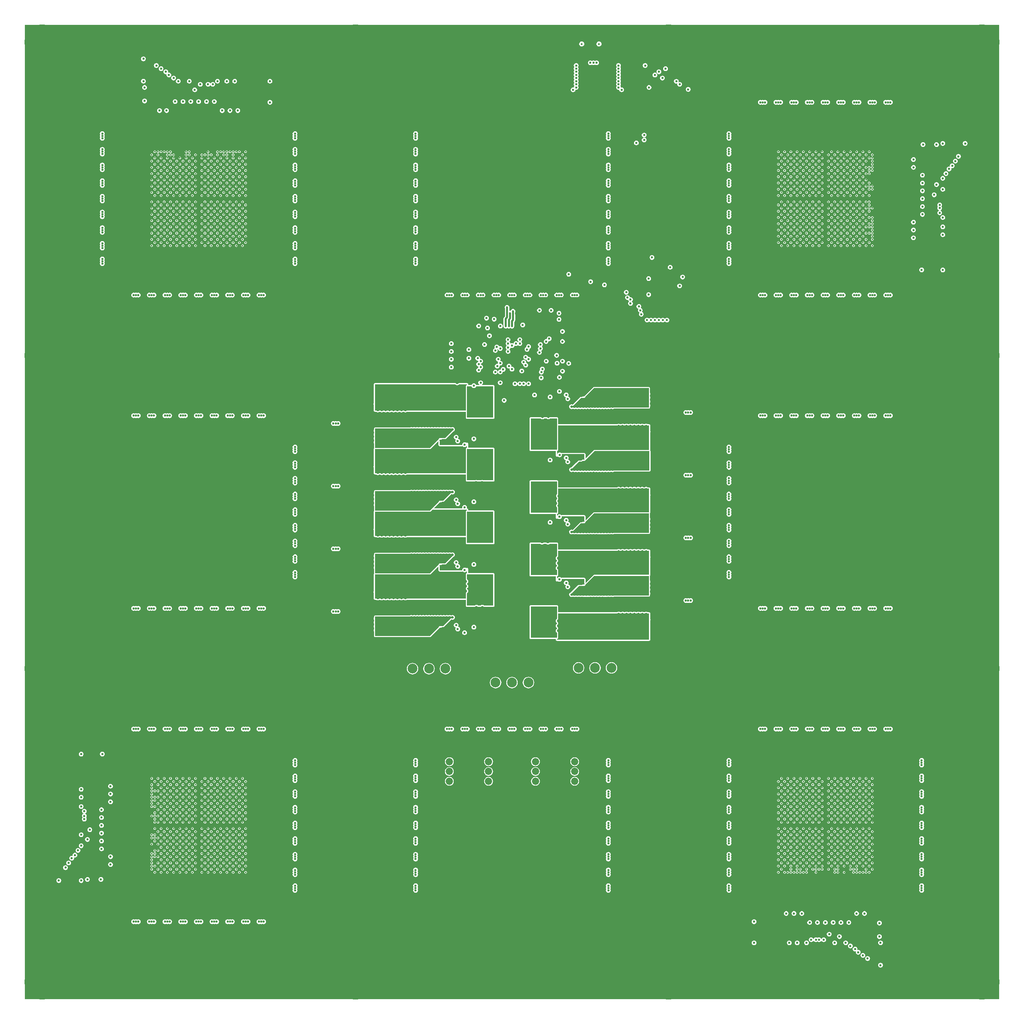
<source format=gbl>
%FSLAX44Y44*%
%MOMM*%
G71*
G01*
G75*
G04 Layer_Physical_Order=4*
G04 Layer_Color=16711680*
%ADD10O,1.5500X0.6000*%
G04:AMPARAMS|DCode=11|XSize=1.45mm|YSize=1.15mm|CornerRadius=0.2013mm|HoleSize=0mm|Usage=FLASHONLY|Rotation=180.000|XOffset=0mm|YOffset=0mm|HoleType=Round|Shape=RoundedRectangle|*
%AMROUNDEDRECTD11*
21,1,1.4500,0.7475,0,0,180.0*
21,1,1.0475,1.1500,0,0,180.0*
1,1,0.4025,-0.5238,0.3738*
1,1,0.4025,0.5238,0.3738*
1,1,0.4025,0.5238,-0.3738*
1,1,0.4025,-0.5238,-0.3738*
%
%ADD11ROUNDEDRECTD11*%
G04:AMPARAMS|DCode=12|XSize=2.7mm|YSize=1.15mm|CornerRadius=0.2013mm|HoleSize=0mm|Usage=FLASHONLY|Rotation=180.000|XOffset=0mm|YOffset=0mm|HoleType=Round|Shape=RoundedRectangle|*
%AMROUNDEDRECTD12*
21,1,2.7000,0.7475,0,0,180.0*
21,1,2.2975,1.1500,0,0,180.0*
1,1,0.4025,-1.1487,0.3738*
1,1,0.4025,1.1487,0.3738*
1,1,0.4025,1.1487,-0.3738*
1,1,0.4025,-1.1487,-0.3738*
%
%ADD12ROUNDEDRECTD12*%
G04:AMPARAMS|DCode=13|XSize=1mm|YSize=0.95mm|CornerRadius=0.1995mm|HoleSize=0mm|Usage=FLASHONLY|Rotation=180.000|XOffset=0mm|YOffset=0mm|HoleType=Round|Shape=RoundedRectangle|*
%AMROUNDEDRECTD13*
21,1,1.0000,0.5510,0,0,180.0*
21,1,0.6010,0.9500,0,0,180.0*
1,1,0.3990,-0.3005,0.2755*
1,1,0.3990,0.3005,0.2755*
1,1,0.3990,0.3005,-0.2755*
1,1,0.3990,-0.3005,-0.2755*
%
%ADD13ROUNDEDRECTD13*%
G04:AMPARAMS|DCode=14|XSize=1mm|YSize=0.9mm|CornerRadius=0.198mm|HoleSize=0mm|Usage=FLASHONLY|Rotation=90.000|XOffset=0mm|YOffset=0mm|HoleType=Round|Shape=RoundedRectangle|*
%AMROUNDEDRECTD14*
21,1,1.0000,0.5040,0,0,90.0*
21,1,0.6040,0.9000,0,0,90.0*
1,1,0.3960,0.2520,0.3020*
1,1,0.3960,0.2520,-0.3020*
1,1,0.3960,-0.2520,-0.3020*
1,1,0.3960,-0.2520,0.3020*
%
%ADD14ROUNDEDRECTD14*%
G04:AMPARAMS|DCode=15|XSize=4.9mm|YSize=1.6mm|CornerRadius=0.2mm|HoleSize=0mm|Usage=FLASHONLY|Rotation=180.000|XOffset=0mm|YOffset=0mm|HoleType=Round|Shape=RoundedRectangle|*
%AMROUNDEDRECTD15*
21,1,4.9000,1.2000,0,0,180.0*
21,1,4.5000,1.6000,0,0,180.0*
1,1,0.4000,-2.2500,0.6000*
1,1,0.4000,2.2500,0.6000*
1,1,0.4000,2.2500,-0.6000*
1,1,0.4000,-2.2500,-0.6000*
%
%ADD15ROUNDEDRECTD15*%
G04:AMPARAMS|DCode=16|XSize=1.05mm|YSize=0.65mm|CornerRadius=0.2015mm|HoleSize=0mm|Usage=FLASHONLY|Rotation=0.000|XOffset=0mm|YOffset=0mm|HoleType=Round|Shape=RoundedRectangle|*
%AMROUNDEDRECTD16*
21,1,1.0500,0.2470,0,0,0.0*
21,1,0.6470,0.6500,0,0,0.0*
1,1,0.4030,0.3235,-0.1235*
1,1,0.4030,-0.3235,-0.1235*
1,1,0.4030,-0.3235,0.1235*
1,1,0.4030,0.3235,0.1235*
%
%ADD16ROUNDEDRECTD16*%
G04:AMPARAMS|DCode=17|XSize=1mm|YSize=0.95mm|CornerRadius=0.1995mm|HoleSize=0mm|Usage=FLASHONLY|Rotation=270.000|XOffset=0mm|YOffset=0mm|HoleType=Round|Shape=RoundedRectangle|*
%AMROUNDEDRECTD17*
21,1,1.0000,0.5510,0,0,270.0*
21,1,0.6010,0.9500,0,0,270.0*
1,1,0.3990,-0.2755,-0.3005*
1,1,0.3990,-0.2755,0.3005*
1,1,0.3990,0.2755,0.3005*
1,1,0.3990,0.2755,-0.3005*
%
%ADD17ROUNDEDRECTD17*%
G04:AMPARAMS|DCode=18|XSize=1.6mm|YSize=1.25mm|CornerRadius=0.2mm|HoleSize=0mm|Usage=FLASHONLY|Rotation=0.000|XOffset=0mm|YOffset=0mm|HoleType=Round|Shape=RoundedRectangle|*
%AMROUNDEDRECTD18*
21,1,1.6000,0.8500,0,0,0.0*
21,1,1.2000,1.2500,0,0,0.0*
1,1,0.4000,0.6000,-0.4250*
1,1,0.4000,-0.6000,-0.4250*
1,1,0.4000,-0.6000,0.4250*
1,1,0.4000,0.6000,0.4250*
%
%ADD18ROUNDEDRECTD18*%
G04:AMPARAMS|DCode=19|XSize=1.45mm|YSize=1.15mm|CornerRadius=0.2013mm|HoleSize=0mm|Usage=FLASHONLY|Rotation=90.000|XOffset=0mm|YOffset=0mm|HoleType=Round|Shape=RoundedRectangle|*
%AMROUNDEDRECTD19*
21,1,1.4500,0.7475,0,0,90.0*
21,1,1.0475,1.1500,0,0,90.0*
1,1,0.4025,0.3738,0.5238*
1,1,0.4025,0.3738,-0.5238*
1,1,0.4025,-0.3738,-0.5238*
1,1,0.4025,-0.3738,0.5238*
%
%ADD19ROUNDEDRECTD19*%
G04:AMPARAMS|DCode=20|XSize=2.7mm|YSize=1.15mm|CornerRadius=0.2013mm|HoleSize=0mm|Usage=FLASHONLY|Rotation=90.000|XOffset=0mm|YOffset=0mm|HoleType=Round|Shape=RoundedRectangle|*
%AMROUNDEDRECTD20*
21,1,2.7000,0.7475,0,0,90.0*
21,1,2.2975,1.1500,0,0,90.0*
1,1,0.4025,0.3738,1.1487*
1,1,0.4025,0.3738,-1.1487*
1,1,0.4025,-0.3738,-1.1487*
1,1,0.4025,-0.3738,1.1487*
%
%ADD20ROUNDEDRECTD20*%
G04:AMPARAMS|DCode=21|XSize=1mm|YSize=0.9mm|CornerRadius=0.198mm|HoleSize=0mm|Usage=FLASHONLY|Rotation=0.000|XOffset=0mm|YOffset=0mm|HoleType=Round|Shape=RoundedRectangle|*
%AMROUNDEDRECTD21*
21,1,1.0000,0.5040,0,0,0.0*
21,1,0.6040,0.9000,0,0,0.0*
1,1,0.3960,0.3020,-0.2520*
1,1,0.3960,-0.3020,-0.2520*
1,1,0.3960,-0.3020,0.2520*
1,1,0.3960,0.3020,0.2520*
%
%ADD21ROUNDEDRECTD21*%
G04:AMPARAMS|DCode=22|XSize=4.9mm|YSize=1.6mm|CornerRadius=0.2mm|HoleSize=0mm|Usage=FLASHONLY|Rotation=90.000|XOffset=0mm|YOffset=0mm|HoleType=Round|Shape=RoundedRectangle|*
%AMROUNDEDRECTD22*
21,1,4.9000,1.2000,0,0,90.0*
21,1,4.5000,1.6000,0,0,90.0*
1,1,0.4000,0.6000,2.2500*
1,1,0.4000,0.6000,-2.2500*
1,1,0.4000,-0.6000,-2.2500*
1,1,0.4000,-0.6000,2.2500*
%
%ADD22ROUNDEDRECTD22*%
G04:AMPARAMS|DCode=23|XSize=1.05mm|YSize=0.65mm|CornerRadius=0.2015mm|HoleSize=0mm|Usage=FLASHONLY|Rotation=270.000|XOffset=0mm|YOffset=0mm|HoleType=Round|Shape=RoundedRectangle|*
%AMROUNDEDRECTD23*
21,1,1.0500,0.2470,0,0,270.0*
21,1,0.6470,0.6500,0,0,270.0*
1,1,0.4030,-0.1235,-0.3235*
1,1,0.4030,-0.1235,0.3235*
1,1,0.4030,0.1235,0.3235*
1,1,0.4030,0.1235,-0.3235*
%
%ADD23ROUNDEDRECTD23*%
G04:AMPARAMS|DCode=24|XSize=1.6mm|YSize=1.25mm|CornerRadius=0.2mm|HoleSize=0mm|Usage=FLASHONLY|Rotation=270.000|XOffset=0mm|YOffset=0mm|HoleType=Round|Shape=RoundedRectangle|*
%AMROUNDEDRECTD24*
21,1,1.6000,0.8500,0,0,270.0*
21,1,1.2000,1.2500,0,0,270.0*
1,1,0.4000,-0.4250,-0.6000*
1,1,0.4000,-0.4250,0.6000*
1,1,0.4000,0.4250,0.6000*
1,1,0.4000,0.4250,-0.6000*
%
%ADD24ROUNDEDRECTD24*%
G04:AMPARAMS|DCode=25|XSize=1.2mm|YSize=1.2mm|CornerRadius=0.198mm|HoleSize=0mm|Usage=FLASHONLY|Rotation=0.000|XOffset=0mm|YOffset=0mm|HoleType=Round|Shape=RoundedRectangle|*
%AMROUNDEDRECTD25*
21,1,1.2000,0.8040,0,0,0.0*
21,1,0.8040,1.2000,0,0,0.0*
1,1,0.3960,0.4020,-0.4020*
1,1,0.3960,-0.4020,-0.4020*
1,1,0.3960,-0.4020,0.4020*
1,1,0.3960,0.4020,0.4020*
%
%ADD25ROUNDEDRECTD25*%
G04:AMPARAMS|DCode=26|XSize=1.2mm|YSize=1.2mm|CornerRadius=0.198mm|HoleSize=0mm|Usage=FLASHONLY|Rotation=90.000|XOffset=0mm|YOffset=0mm|HoleType=Round|Shape=RoundedRectangle|*
%AMROUNDEDRECTD26*
21,1,1.2000,0.8040,0,0,90.0*
21,1,0.8040,1.2000,0,0,90.0*
1,1,0.3960,0.4020,0.4020*
1,1,0.3960,0.4020,-0.4020*
1,1,0.3960,-0.4020,-0.4020*
1,1,0.3960,-0.4020,0.4020*
%
%ADD26ROUNDEDRECTD26*%
G04:AMPARAMS|DCode=27|XSize=2.3mm|YSize=0.5mm|CornerRadius=0.2mm|HoleSize=0mm|Usage=FLASHONLY|Rotation=270.000|XOffset=0mm|YOffset=0mm|HoleType=Round|Shape=RoundedRectangle|*
%AMROUNDEDRECTD27*
21,1,2.3000,0.1000,0,0,270.0*
21,1,1.9000,0.5000,0,0,270.0*
1,1,0.4000,-0.0500,-0.9500*
1,1,0.4000,-0.0500,0.9500*
1,1,0.4000,0.0500,0.9500*
1,1,0.4000,0.0500,-0.9500*
%
%ADD27ROUNDEDRECTD27*%
G04:AMPARAMS|DCode=28|XSize=2.5mm|YSize=2mm|CornerRadius=0.2mm|HoleSize=0mm|Usage=FLASHONLY|Rotation=270.000|XOffset=0mm|YOffset=0mm|HoleType=Round|Shape=RoundedRectangle|*
%AMROUNDEDRECTD28*
21,1,2.5000,1.6000,0,0,270.0*
21,1,2.1000,2.0000,0,0,270.0*
1,1,0.4000,-0.8000,-1.0500*
1,1,0.4000,-0.8000,1.0500*
1,1,0.4000,0.8000,1.0500*
1,1,0.4000,0.8000,-1.0500*
%
%ADD28ROUNDEDRECTD28*%
%ADD29C,0.6000*%
G04:AMPARAMS|DCode=30|XSize=3.3mm|YSize=2.5mm|CornerRadius=0.2mm|HoleSize=0mm|Usage=FLASHONLY|Rotation=0.000|XOffset=0mm|YOffset=0mm|HoleType=Round|Shape=RoundedRectangle|*
%AMROUNDEDRECTD30*
21,1,3.3000,2.1000,0,0,0.0*
21,1,2.9000,2.5000,0,0,0.0*
1,1,0.4000,1.4500,-1.0500*
1,1,0.4000,-1.4500,-1.0500*
1,1,0.4000,-1.4500,1.0500*
1,1,0.4000,1.4500,1.0500*
%
%ADD30ROUNDEDRECTD30*%
%ADD31O,1.5000X0.3000*%
%ADD32O,0.3000X1.5000*%
%ADD33C,1.0000*%
%ADD34O,0.6000X1.5500*%
G04:AMPARAMS|DCode=35|XSize=6.45mm|YSize=6mm|CornerRadius=0.21mm|HoleSize=0mm|Usage=FLASHONLY|Rotation=90.000|XOffset=0mm|YOffset=0mm|HoleType=Round|Shape=RoundedRectangle|*
%AMROUNDEDRECTD35*
21,1,6.4500,5.5800,0,0,90.0*
21,1,6.0300,6.0000,0,0,90.0*
1,1,0.4200,2.7900,3.0150*
1,1,0.4200,2.7900,-3.0150*
1,1,0.4200,-2.7900,-3.0150*
1,1,0.4200,-2.7900,3.0150*
%
%ADD35ROUNDEDRECTD35*%
G04:AMPARAMS|DCode=36|XSize=2.85mm|YSize=1mm|CornerRadius=0.2mm|HoleSize=0mm|Usage=FLASHONLY|Rotation=90.000|XOffset=0mm|YOffset=0mm|HoleType=Round|Shape=RoundedRectangle|*
%AMROUNDEDRECTD36*
21,1,2.8500,0.6000,0,0,90.0*
21,1,2.4500,1.0000,0,0,90.0*
1,1,0.4000,0.3000,1.2250*
1,1,0.4000,0.3000,-1.2250*
1,1,0.4000,-0.3000,-1.2250*
1,1,0.4000,-0.3000,1.2250*
%
%ADD36ROUNDEDRECTD36*%
G04:AMPARAMS|DCode=37|XSize=11.3mm|YSize=10.75mm|CornerRadius=0.215mm|HoleSize=0mm|Usage=FLASHONLY|Rotation=90.000|XOffset=0mm|YOffset=0mm|HoleType=Round|Shape=RoundedRectangle|*
%AMROUNDEDRECTD37*
21,1,11.3000,10.3200,0,0,90.0*
21,1,10.8700,10.7500,0,0,90.0*
1,1,0.4300,5.1600,5.4350*
1,1,0.4300,5.1600,-5.4350*
1,1,0.4300,-5.1600,-5.4350*
1,1,0.4300,-5.1600,5.4350*
%
%ADD37ROUNDEDRECTD37*%
G04:AMPARAMS|DCode=38|XSize=3.95mm|YSize=1.2mm|CornerRadius=0.198mm|HoleSize=0mm|Usage=FLASHONLY|Rotation=90.000|XOffset=0mm|YOffset=0mm|HoleType=Round|Shape=RoundedRectangle|*
%AMROUNDEDRECTD38*
21,1,3.9500,0.8040,0,0,90.0*
21,1,3.5540,1.2000,0,0,90.0*
1,1,0.3960,0.4020,1.7770*
1,1,0.3960,0.4020,-1.7770*
1,1,0.3960,-0.4020,-1.7770*
1,1,0.3960,-0.4020,1.7770*
%
%ADD38ROUNDEDRECTD38*%
G04:AMPARAMS|DCode=39|XSize=1.1mm|YSize=0.6mm|CornerRadius=0.201mm|HoleSize=0mm|Usage=FLASHONLY|Rotation=270.000|XOffset=0mm|YOffset=0mm|HoleType=Round|Shape=RoundedRectangle|*
%AMROUNDEDRECTD39*
21,1,1.1000,0.1980,0,0,270.0*
21,1,0.6980,0.6000,0,0,270.0*
1,1,0.4020,-0.0990,-0.3490*
1,1,0.4020,-0.0990,0.3490*
1,1,0.4020,0.0990,0.3490*
1,1,0.4020,0.0990,-0.3490*
%
%ADD39ROUNDEDRECTD39*%
G04:AMPARAMS|DCode=40|XSize=1.35mm|YSize=1.65mm|CornerRadius=0.27mm|HoleSize=0mm|Usage=FLASHONLY|Rotation=180.000|XOffset=0mm|YOffset=0mm|HoleType=Round|Shape=RoundedRectangle|*
%AMROUNDEDRECTD40*
21,1,1.3500,1.1100,0,0,180.0*
21,1,0.8100,1.6500,0,0,180.0*
1,1,0.5400,-0.4050,0.5550*
1,1,0.5400,0.4050,0.5550*
1,1,0.5400,0.4050,-0.5550*
1,1,0.5400,-0.4050,-0.5550*
%
%ADD40ROUNDEDRECTD40*%
G04:AMPARAMS|DCode=41|XSize=0.7mm|YSize=0.25mm|CornerRadius=0.0838mm|HoleSize=0mm|Usage=FLASHONLY|Rotation=90.000|XOffset=0mm|YOffset=0mm|HoleType=Round|Shape=RoundedRectangle|*
%AMROUNDEDRECTD41*
21,1,0.7000,0.0825,0,0,90.0*
21,1,0.5325,0.2500,0,0,90.0*
1,1,0.1675,0.0413,0.2662*
1,1,0.1675,0.0413,-0.2662*
1,1,0.1675,-0.0413,-0.2662*
1,1,0.1675,-0.0413,0.2662*
%
%ADD41ROUNDEDRECTD41*%
G04:AMPARAMS|DCode=42|XSize=1.75mm|YSize=1.05mm|CornerRadius=0.1995mm|HoleSize=0mm|Usage=FLASHONLY|Rotation=0.000|XOffset=0mm|YOffset=0mm|HoleType=Round|Shape=RoundedRectangle|*
%AMROUNDEDRECTD42*
21,1,1.7500,0.6510,0,0,0.0*
21,1,1.3510,1.0500,0,0,0.0*
1,1,0.3990,0.6755,-0.3255*
1,1,0.3990,-0.6755,-0.3255*
1,1,0.3990,-0.6755,0.3255*
1,1,0.3990,0.6755,0.3255*
%
%ADD42ROUNDEDRECTD42*%
%ADD43O,0.5000X1.3500*%
%ADD44O,1.3500X0.5000*%
G04:AMPARAMS|DCode=45|XSize=6.5mm|YSize=5mm|CornerRadius=0.25mm|HoleSize=0mm|Usage=FLASHONLY|Rotation=180.000|XOffset=0mm|YOffset=0mm|HoleType=Round|Shape=RoundedRectangle|*
%AMROUNDEDRECTD45*
21,1,6.5000,4.5000,0,0,180.0*
21,1,6.0000,5.0000,0,0,180.0*
1,1,0.5000,-3.0000,2.2500*
1,1,0.5000,3.0000,2.2500*
1,1,0.5000,3.0000,-2.2500*
1,1,0.5000,-3.0000,-2.2500*
%
%ADD45ROUNDEDRECTD45*%
G04:AMPARAMS|DCode=46|XSize=2.5mm|YSize=1.7mm|CornerRadius=0.204mm|HoleSize=0mm|Usage=FLASHONLY|Rotation=270.000|XOffset=0mm|YOffset=0mm|HoleType=Round|Shape=RoundedRectangle|*
%AMROUNDEDRECTD46*
21,1,2.5000,1.2920,0,0,270.0*
21,1,2.0920,1.7000,0,0,270.0*
1,1,0.4080,-0.6460,-1.0460*
1,1,0.4080,-0.6460,1.0460*
1,1,0.4080,0.6460,1.0460*
1,1,0.4080,0.6460,-1.0460*
%
%ADD46ROUNDEDRECTD46*%
G04:AMPARAMS|DCode=47|XSize=1.1mm|YSize=0.8mm|CornerRadius=0.268mm|HoleSize=0mm|Usage=FLASHONLY|Rotation=90.000|XOffset=0mm|YOffset=0mm|HoleType=Round|Shape=RoundedRectangle|*
%AMROUNDEDRECTD47*
21,1,1.1000,0.2640,0,0,90.0*
21,1,0.5640,0.8000,0,0,90.0*
1,1,0.5360,0.1320,0.2820*
1,1,0.5360,0.1320,-0.2820*
1,1,0.5360,-0.1320,-0.2820*
1,1,0.5360,-0.1320,0.2820*
%
%ADD47ROUNDEDRECTD47*%
%ADD48C,1.3000*%
%ADD49R,1.3000X1.3000*%
G04:AMPARAMS|DCode=50|XSize=1.4mm|YSize=1.2mm|CornerRadius=0.198mm|HoleSize=0mm|Usage=FLASHONLY|Rotation=90.000|XOffset=0mm|YOffset=0mm|HoleType=Round|Shape=RoundedRectangle|*
%AMROUNDEDRECTD50*
21,1,1.4000,0.8040,0,0,90.0*
21,1,1.0040,1.2000,0,0,90.0*
1,1,0.3960,0.4020,0.5020*
1,1,0.3960,0.4020,-0.5020*
1,1,0.3960,-0.4020,-0.5020*
1,1,0.3960,-0.4020,0.5020*
%
%ADD50ROUNDEDRECTD50*%
G04:AMPARAMS|DCode=51|XSize=1.1mm|YSize=1mm|CornerRadius=0.165mm|HoleSize=0mm|Usage=FLASHONLY|Rotation=90.000|XOffset=0mm|YOffset=0mm|HoleType=Round|Shape=RoundedRectangle|*
%AMROUNDEDRECTD51*
21,1,1.1000,0.6700,0,0,90.0*
21,1,0.7700,1.0000,0,0,90.0*
1,1,0.3300,0.3350,0.3850*
1,1,0.3300,0.3350,-0.3850*
1,1,0.3300,-0.3350,-0.3850*
1,1,0.3300,-0.3350,0.3850*
%
%ADD51ROUNDEDRECTD51*%
G04:AMPARAMS|DCode=52|XSize=1.6mm|YSize=1.5mm|CornerRadius=0.2475mm|HoleSize=0mm|Usage=FLASHONLY|Rotation=90.000|XOffset=0mm|YOffset=0mm|HoleType=Round|Shape=RoundedRectangle|*
%AMROUNDEDRECTD52*
21,1,1.6000,1.0050,0,0,90.0*
21,1,1.1050,1.5000,0,0,90.0*
1,1,0.4950,0.5025,0.5525*
1,1,0.4950,0.5025,-0.5525*
1,1,0.4950,-0.5025,-0.5525*
1,1,0.4950,-0.5025,0.5525*
%
%ADD52ROUNDEDRECTD52*%
G04:AMPARAMS|DCode=53|XSize=1.4mm|YSize=1.2mm|CornerRadius=0.198mm|HoleSize=0mm|Usage=FLASHONLY|Rotation=180.000|XOffset=0mm|YOffset=0mm|HoleType=Round|Shape=RoundedRectangle|*
%AMROUNDEDRECTD53*
21,1,1.4000,0.8040,0,0,180.0*
21,1,1.0040,1.2000,0,0,180.0*
1,1,0.3960,-0.5020,0.4020*
1,1,0.3960,0.5020,0.4020*
1,1,0.3960,0.5020,-0.4020*
1,1,0.3960,-0.5020,-0.4020*
%
%ADD53ROUNDEDRECTD53*%
G04:AMPARAMS|DCode=54|XSize=1.1mm|YSize=1mm|CornerRadius=0.165mm|HoleSize=0mm|Usage=FLASHONLY|Rotation=180.000|XOffset=0mm|YOffset=0mm|HoleType=Round|Shape=RoundedRectangle|*
%AMROUNDEDRECTD54*
21,1,1.1000,0.6700,0,0,180.0*
21,1,0.7700,1.0000,0,0,180.0*
1,1,0.3300,-0.3850,0.3350*
1,1,0.3300,0.3850,0.3350*
1,1,0.3300,0.3850,-0.3350*
1,1,0.3300,-0.3850,-0.3350*
%
%ADD54ROUNDEDRECTD54*%
G04:AMPARAMS|DCode=55|XSize=1.6mm|YSize=1.5mm|CornerRadius=0.2475mm|HoleSize=0mm|Usage=FLASHONLY|Rotation=180.000|XOffset=0mm|YOffset=0mm|HoleType=Round|Shape=RoundedRectangle|*
%AMROUNDEDRECTD55*
21,1,1.6000,1.0050,0,0,180.0*
21,1,1.1050,1.5000,0,0,180.0*
1,1,0.4950,-0.5525,0.5025*
1,1,0.4950,0.5525,0.5025*
1,1,0.4950,0.5525,-0.5025*
1,1,0.4950,-0.5525,-0.5025*
%
%ADD55ROUNDEDRECTD55*%
%ADD56C,0.4500*%
%ADD57C,0.5000*%
%ADD58C,0.6000*%
%ADD59C,0.2000*%
%ADD60C,0.2500*%
%ADD61C,0.4500*%
%ADD62C,0.3500*%
%ADD63C,0.3000*%
%ADD64C,0.4000*%
%ADD65C,0.2540*%
%ADD66C,6.0000*%
%ADD67C,0.5000*%
%ADD68C,9.0000*%
%ADD69C,2.5000*%
%ADD70C,1.8500*%
%ADD71C,0.1000*%
G36*
X2493607Y6393D02*
X6393D01*
Y2493607D01*
X2493607D01*
Y6393D01*
D02*
G37*
%LPC*%
G36*
X354000Y517314D02*
X352732Y517061D01*
X351657Y516343D01*
X350939Y515268D01*
X350686Y514000D01*
X350939Y512732D01*
X351657Y511657D01*
X352732Y510939D01*
X354000Y510686D01*
X355268Y510939D01*
X356343Y511657D01*
X357061Y512732D01*
X357314Y514000D01*
X357061Y515268D01*
X356343Y516343D01*
X355268Y517061D01*
X354000Y517314D01*
D02*
G37*
G36*
X370000D02*
X368732Y517061D01*
X367657Y516343D01*
X366939Y515268D01*
X366686Y514000D01*
X366939Y512732D01*
X367657Y511657D01*
X368732Y510939D01*
X370000Y510686D01*
X371268Y510939D01*
X372343Y511657D01*
X373061Y512732D01*
X373314Y514000D01*
X373061Y515268D01*
X372343Y516343D01*
X371268Y517061D01*
X370000Y517314D01*
D02*
G37*
G36*
X330000D02*
X328732Y517061D01*
X327657Y516343D01*
X326939Y515268D01*
X326686Y514000D01*
X326939Y512732D01*
X327657Y511657D01*
X328732Y510939D01*
X330000Y510686D01*
X331268Y510939D01*
X332343Y511657D01*
X333061Y512732D01*
X333314Y514000D01*
X333061Y515268D01*
X332343Y516343D01*
X331268Y517061D01*
X330000Y517314D01*
D02*
G37*
G36*
X338000D02*
X336732Y517061D01*
X335657Y516343D01*
X334939Y515268D01*
X334686Y514000D01*
X334939Y512732D01*
X335657Y511657D01*
X336732Y510939D01*
X338000Y510686D01*
X339268Y510939D01*
X340343Y511657D01*
X341061Y512732D01*
X341314Y514000D01*
X341061Y515268D01*
X340343Y516343D01*
X339268Y517061D01*
X338000Y517314D01*
D02*
G37*
G36*
X418000D02*
X416732Y517061D01*
X415657Y516343D01*
X414939Y515268D01*
X414686Y514000D01*
X414939Y512732D01*
X415657Y511657D01*
X416732Y510939D01*
X418000Y510686D01*
X419268Y510939D01*
X420343Y511657D01*
X421061Y512732D01*
X421314Y514000D01*
X421061Y515268D01*
X420343Y516343D01*
X419268Y517061D01*
X418000Y517314D01*
D02*
G37*
G36*
X434000D02*
X432732Y517061D01*
X431657Y516343D01*
X430939Y515268D01*
X430686Y514000D01*
X430939Y512732D01*
X431657Y511657D01*
X432732Y510939D01*
X434000Y510686D01*
X435268Y510939D01*
X436343Y511657D01*
X437061Y512732D01*
X437314Y514000D01*
X437061Y515268D01*
X436343Y516343D01*
X435268Y517061D01*
X434000Y517314D01*
D02*
G37*
G36*
X386000D02*
X384732Y517061D01*
X383657Y516343D01*
X382939Y515268D01*
X382686Y514000D01*
X382939Y512732D01*
X383657Y511657D01*
X384732Y510939D01*
X386000Y510686D01*
X387268Y510939D01*
X388343Y511657D01*
X389061Y512732D01*
X389314Y514000D01*
X389061Y515268D01*
X388343Y516343D01*
X387268Y517061D01*
X386000Y517314D01*
D02*
G37*
G36*
X402000D02*
X400732Y517061D01*
X399657Y516343D01*
X398939Y515268D01*
X398686Y514000D01*
X398939Y512732D01*
X399657Y511657D01*
X400732Y510939D01*
X402000Y510686D01*
X403268Y510939D01*
X404343Y511657D01*
X405061Y512732D01*
X405314Y514000D01*
X405061Y515268D01*
X404343Y516343D01*
X403268Y517061D01*
X402000Y517314D01*
D02*
G37*
G36*
X225000Y516118D02*
X222659Y515652D01*
X220674Y514326D01*
X219348Y512341D01*
X218883Y510000D01*
X219348Y507659D01*
X220674Y505674D01*
X222659Y504348D01*
X225000Y503882D01*
X227341Y504348D01*
X229326Y505674D01*
X230652Y507659D01*
X231117Y510000D01*
X230652Y512341D01*
X229326Y514326D01*
X227341Y515652D01*
X225000Y516118D01*
D02*
G37*
G36*
X2090000Y509314D02*
X2088732Y509061D01*
X2087657Y508343D01*
X2086939Y507268D01*
X2086686Y506000D01*
X2086939Y504732D01*
X2087657Y503657D01*
X2088732Y502939D01*
X2090000Y502686D01*
X2091268Y502939D01*
X2092343Y503657D01*
X2093061Y504732D01*
X2093314Y506000D01*
X2093061Y507268D01*
X2092343Y508343D01*
X2091268Y509061D01*
X2090000Y509314D01*
D02*
G37*
G36*
X2106000D02*
X2104732Y509061D01*
X2103657Y508343D01*
X2102939Y507268D01*
X2102686Y506000D01*
X2102939Y504732D01*
X2103657Y503657D01*
X2104732Y502939D01*
X2106000Y502686D01*
X2107268Y502939D01*
X2108343Y503657D01*
X2109061Y504732D01*
X2109314Y506000D01*
X2109061Y507268D01*
X2108343Y508343D01*
X2107268Y509061D01*
X2106000Y509314D01*
D02*
G37*
G36*
X2058000D02*
X2056732Y509061D01*
X2055657Y508343D01*
X2054939Y507268D01*
X2054686Y506000D01*
X2054939Y504732D01*
X2055657Y503657D01*
X2056732Y502939D01*
X2058000Y502686D01*
X2059268Y502939D01*
X2060343Y503657D01*
X2061061Y504732D01*
X2061314Y506000D01*
X2061061Y507268D01*
X2060343Y508343D01*
X2059268Y509061D01*
X2058000Y509314D01*
D02*
G37*
G36*
X2074000D02*
X2072732Y509061D01*
X2071657Y508343D01*
X2070939Y507268D01*
X2070686Y506000D01*
X2070939Y504732D01*
X2071657Y503657D01*
X2072732Y502939D01*
X2074000Y502686D01*
X2075268Y502939D01*
X2076343Y503657D01*
X2077061Y504732D01*
X2077314Y506000D01*
X2077061Y507268D01*
X2076343Y508343D01*
X2075268Y509061D01*
X2074000Y509314D01*
D02*
G37*
G36*
X2154000D02*
X2152732Y509061D01*
X2151657Y508343D01*
X2150939Y507268D01*
X2150686Y506000D01*
X2150939Y504732D01*
X2151657Y503657D01*
X2152732Y502939D01*
X2154000Y502686D01*
X2155268Y502939D01*
X2156343Y503657D01*
X2157061Y504732D01*
X2157314Y506000D01*
X2157061Y507268D01*
X2156343Y508343D01*
X2155268Y509061D01*
X2154000Y509314D01*
D02*
G37*
G36*
X2170000D02*
X2168732Y509061D01*
X2167657Y508343D01*
X2166939Y507268D01*
X2166686Y506000D01*
X2166939Y504732D01*
X2167657Y503657D01*
X2168732Y502939D01*
X2170000Y502686D01*
X2171268Y502939D01*
X2172343Y503657D01*
X2173061Y504732D01*
X2173314Y506000D01*
X2173061Y507268D01*
X2172343Y508343D01*
X2171268Y509061D01*
X2170000Y509314D01*
D02*
G37*
G36*
X2122000D02*
X2120732Y509061D01*
X2119657Y508343D01*
X2118939Y507268D01*
X2118686Y506000D01*
X2118939Y504732D01*
X2119657Y503657D01*
X2120732Y502939D01*
X2122000Y502686D01*
X2123268Y502939D01*
X2124343Y503657D01*
X2125061Y504732D01*
X2125314Y506000D01*
X2125061Y507268D01*
X2124343Y508343D01*
X2123268Y509061D01*
X2122000Y509314D01*
D02*
G37*
G36*
X2138000D02*
X2136732Y509061D01*
X2135657Y508343D01*
X2134939Y507268D01*
X2134686Y506000D01*
X2134939Y504732D01*
X2135657Y503657D01*
X2136732Y502939D01*
X2138000Y502686D01*
X2139268Y502939D01*
X2140343Y503657D01*
X2141061Y504732D01*
X2141314Y506000D01*
X2141061Y507268D01*
X2140343Y508343D01*
X2139268Y509061D01*
X2138000Y509314D01*
D02*
G37*
G36*
X458000Y517314D02*
X456732Y517061D01*
X455657Y516343D01*
X454939Y515268D01*
X454686Y514000D01*
X454939Y512732D01*
X455657Y511657D01*
X456732Y510939D01*
X458000Y510686D01*
X459268Y510939D01*
X460343Y511657D01*
X461061Y512732D01*
X461314Y514000D01*
X461061Y515268D01*
X460343Y516343D01*
X459268Y517061D01*
X458000Y517314D01*
D02*
G37*
G36*
X1994000D02*
X1992732Y517061D01*
X1991657Y516343D01*
X1990939Y515268D01*
X1990686Y514000D01*
X1990939Y512732D01*
X1991657Y511657D01*
X1992732Y510939D01*
X1994000Y510686D01*
X1995268Y510939D01*
X1996343Y511657D01*
X1997061Y512732D01*
X1997314Y514000D01*
X1997061Y515268D01*
X1996343Y516343D01*
X1995268Y517061D01*
X1994000Y517314D01*
D02*
G37*
G36*
X2010000D02*
X2008732Y517061D01*
X2007657Y516343D01*
X2006939Y515268D01*
X2006686Y514000D01*
X2006939Y512732D01*
X2007657Y511657D01*
X2008732Y510939D01*
X2010000Y510686D01*
X2011268Y510939D01*
X2012343Y511657D01*
X2013061Y512732D01*
X2013314Y514000D01*
X2013061Y515268D01*
X2012343Y516343D01*
X2011268Y517061D01*
X2010000Y517314D01*
D02*
G37*
G36*
X1962000D02*
X1960732Y517061D01*
X1959657Y516343D01*
X1958939Y515268D01*
X1958686Y514000D01*
X1958939Y512732D01*
X1959657Y511657D01*
X1960732Y510939D01*
X1962000Y510686D01*
X1963268Y510939D01*
X1964343Y511657D01*
X1965061Y512732D01*
X1965314Y514000D01*
X1965061Y515268D01*
X1964343Y516343D01*
X1963268Y517061D01*
X1962000Y517314D01*
D02*
G37*
G36*
X1978000D02*
X1976732Y517061D01*
X1975657Y516343D01*
X1974939Y515268D01*
X1974686Y514000D01*
X1974939Y512732D01*
X1975657Y511657D01*
X1976732Y510939D01*
X1978000Y510686D01*
X1979268Y510939D01*
X1980343Y511657D01*
X1981061Y512732D01*
X1981314Y514000D01*
X1981061Y515268D01*
X1980343Y516343D01*
X1979268Y517061D01*
X1978000Y517314D01*
D02*
G37*
G36*
X2066000D02*
X2064732Y517061D01*
X2063657Y516343D01*
X2062939Y515268D01*
X2062686Y514000D01*
X2062939Y512732D01*
X2063657Y511657D01*
X2064732Y510939D01*
X2066000Y510686D01*
X2067268Y510939D01*
X2068343Y511657D01*
X2069061Y512732D01*
X2069314Y514000D01*
X2069061Y515268D01*
X2068343Y516343D01*
X2067268Y517061D01*
X2066000Y517314D01*
D02*
G37*
G36*
X2082000D02*
X2080732Y517061D01*
X2079657Y516343D01*
X2078939Y515268D01*
X2078686Y514000D01*
X2078939Y512732D01*
X2079657Y511657D01*
X2080732Y510939D01*
X2082000Y510686D01*
X2083268Y510939D01*
X2084343Y511657D01*
X2085061Y512732D01*
X2085314Y514000D01*
X2085061Y515268D01*
X2084343Y516343D01*
X2083268Y517061D01*
X2082000Y517314D01*
D02*
G37*
G36*
X2026000D02*
X2024732Y517061D01*
X2023657Y516343D01*
X2022939Y515268D01*
X2022686Y514000D01*
X2022939Y512732D01*
X2023657Y511657D01*
X2024732Y510939D01*
X2026000Y510686D01*
X2027268Y510939D01*
X2028343Y511657D01*
X2029061Y512732D01*
X2029314Y514000D01*
X2029061Y515268D01*
X2028343Y516343D01*
X2027268Y517061D01*
X2026000Y517314D01*
D02*
G37*
G36*
X2042000D02*
X2040732Y517061D01*
X2039657Y516343D01*
X2038939Y515268D01*
X2038686Y514000D01*
X2038939Y512732D01*
X2039657Y511657D01*
X2040732Y510939D01*
X2042000Y510686D01*
X2043268Y510939D01*
X2044343Y511657D01*
X2045061Y512732D01*
X2045314Y514000D01*
X2045061Y515268D01*
X2044343Y516343D01*
X2043268Y517061D01*
X2042000Y517314D01*
D02*
G37*
G36*
X1946000D02*
X1944732Y517061D01*
X1943657Y516343D01*
X1942939Y515268D01*
X1942686Y514000D01*
X1942939Y512732D01*
X1943657Y511657D01*
X1944732Y510939D01*
X1946000Y510686D01*
X1947268Y510939D01*
X1948343Y511657D01*
X1949061Y512732D01*
X1949314Y514000D01*
X1949061Y515268D01*
X1948343Y516343D01*
X1947268Y517061D01*
X1946000Y517314D01*
D02*
G37*
G36*
X506000D02*
X504732Y517061D01*
X503657Y516343D01*
X502939Y515268D01*
X502686Y514000D01*
X502939Y512732D01*
X503657Y511657D01*
X504732Y510939D01*
X506000Y510686D01*
X507268Y510939D01*
X508343Y511657D01*
X509061Y512732D01*
X509314Y514000D01*
X509061Y515268D01*
X508343Y516343D01*
X507268Y517061D01*
X506000Y517314D01*
D02*
G37*
G36*
X522000D02*
X520732Y517061D01*
X519657Y516343D01*
X518939Y515268D01*
X518686Y514000D01*
X518939Y512732D01*
X519657Y511657D01*
X520732Y510939D01*
X522000Y510686D01*
X523268Y510939D01*
X524343Y511657D01*
X525061Y512732D01*
X525314Y514000D01*
X525061Y515268D01*
X524343Y516343D01*
X523268Y517061D01*
X522000Y517314D01*
D02*
G37*
G36*
X474000D02*
X472732Y517061D01*
X471657Y516343D01*
X470939Y515268D01*
X470686Y514000D01*
X470939Y512732D01*
X471657Y511657D01*
X472732Y510939D01*
X474000Y510686D01*
X475268Y510939D01*
X476343Y511657D01*
X477061Y512732D01*
X477314Y514000D01*
X477061Y515268D01*
X476343Y516343D01*
X475268Y517061D01*
X474000Y517314D01*
D02*
G37*
G36*
X490000D02*
X488732Y517061D01*
X487657Y516343D01*
X486939Y515268D01*
X486686Y514000D01*
X486939Y512732D01*
X487657Y511657D01*
X488732Y510939D01*
X490000Y510686D01*
X491268Y510939D01*
X492343Y511657D01*
X493061Y512732D01*
X493314Y514000D01*
X493061Y515268D01*
X492343Y516343D01*
X491268Y517061D01*
X490000Y517314D01*
D02*
G37*
G36*
X570000D02*
X568732Y517061D01*
X567657Y516343D01*
X566939Y515268D01*
X566686Y514000D01*
X566939Y512732D01*
X567657Y511657D01*
X568732Y510939D01*
X570000Y510686D01*
X571268Y510939D01*
X572343Y511657D01*
X573061Y512732D01*
X573314Y514000D01*
X573061Y515268D01*
X572343Y516343D01*
X571268Y517061D01*
X570000Y517314D01*
D02*
G37*
G36*
X1930000D02*
X1928732Y517061D01*
X1927657Y516343D01*
X1926939Y515268D01*
X1926686Y514000D01*
X1926939Y512732D01*
X1927657Y511657D01*
X1928732Y510939D01*
X1930000Y510686D01*
X1931268Y510939D01*
X1932343Y511657D01*
X1933061Y512732D01*
X1933314Y514000D01*
X1933061Y515268D01*
X1932343Y516343D01*
X1931268Y517061D01*
X1930000Y517314D01*
D02*
G37*
G36*
X538000D02*
X536732Y517061D01*
X535657Y516343D01*
X534939Y515268D01*
X534686Y514000D01*
X534939Y512732D01*
X535657Y511657D01*
X536732Y510939D01*
X538000Y510686D01*
X539268Y510939D01*
X540343Y511657D01*
X541061Y512732D01*
X541314Y514000D01*
X541061Y515268D01*
X540343Y516343D01*
X539268Y517061D01*
X538000Y517314D01*
D02*
G37*
G36*
X554000D02*
X552732Y517061D01*
X551657Y516343D01*
X550939Y515268D01*
X550686Y514000D01*
X550939Y512732D01*
X551657Y511657D01*
X552732Y510939D01*
X554000Y510686D01*
X555268Y510939D01*
X556343Y511657D01*
X557061Y512732D01*
X557314Y514000D01*
X557061Y515268D01*
X556343Y516343D01*
X555268Y517061D01*
X554000Y517314D01*
D02*
G37*
G36*
X2034000Y509314D02*
X2032732Y509061D01*
X2031657Y508343D01*
X2030939Y507268D01*
X2030686Y506000D01*
X2030939Y504732D01*
X2031657Y503657D01*
X2032732Y502939D01*
X2034000Y502686D01*
X2035268Y502939D01*
X2036343Y503657D01*
X2037061Y504732D01*
X2037314Y506000D01*
X2037061Y507268D01*
X2036343Y508343D01*
X2035268Y509061D01*
X2034000Y509314D01*
D02*
G37*
G36*
X2130000Y501314D02*
X2128732Y501061D01*
X2127657Y500343D01*
X2126939Y499268D01*
X2126686Y498000D01*
X2126939Y496732D01*
X2127657Y495657D01*
X2128732Y494939D01*
X2130000Y494686D01*
X2131268Y494939D01*
X2132343Y495657D01*
X2133061Y496732D01*
X2133314Y498000D01*
X2133061Y499268D01*
X2132343Y500343D01*
X2131268Y501061D01*
X2130000Y501314D01*
D02*
G37*
G36*
X2146000D02*
X2144732Y501061D01*
X2143657Y500343D01*
X2142939Y499268D01*
X2142686Y498000D01*
X2142939Y496732D01*
X2143657Y495657D01*
X2144732Y494939D01*
X2146000Y494686D01*
X2147268Y494939D01*
X2148343Y495657D01*
X2149061Y496732D01*
X2149314Y498000D01*
X2149061Y499268D01*
X2148343Y500343D01*
X2147268Y501061D01*
X2146000Y501314D01*
D02*
G37*
G36*
X2098000D02*
X2096732Y501061D01*
X2095657Y500343D01*
X2094939Y499268D01*
X2094686Y498000D01*
X2094939Y496732D01*
X2095657Y495657D01*
X2096732Y494939D01*
X2098000Y494686D01*
X2099268Y494939D01*
X2100343Y495657D01*
X2101061Y496732D01*
X2101314Y498000D01*
X2101061Y499268D01*
X2100343Y500343D01*
X2099268Y501061D01*
X2098000Y501314D01*
D02*
G37*
G36*
X2114000D02*
X2112732Y501061D01*
X2111657Y500343D01*
X2110939Y499268D01*
X2110686Y498000D01*
X2110939Y496732D01*
X2111657Y495657D01*
X2112732Y494939D01*
X2114000Y494686D01*
X2115268Y494939D01*
X2116343Y495657D01*
X2117061Y496732D01*
X2117314Y498000D01*
X2117061Y499268D01*
X2116343Y500343D01*
X2115268Y501061D01*
X2114000Y501314D01*
D02*
G37*
G36*
X346000Y509314D02*
X344732Y509061D01*
X343657Y508343D01*
X342939Y507268D01*
X342686Y506000D01*
X342939Y504732D01*
X343657Y503657D01*
X344732Y502939D01*
X346000Y502686D01*
X347268Y502939D01*
X348343Y503657D01*
X349061Y504732D01*
X349314Y506000D01*
X349061Y507268D01*
X348343Y508343D01*
X347268Y509061D01*
X346000Y509314D01*
D02*
G37*
G36*
X362000D02*
X360732Y509061D01*
X359657Y508343D01*
X358939Y507268D01*
X358686Y506000D01*
X358939Y504732D01*
X359657Y503657D01*
X360732Y502939D01*
X362000Y502686D01*
X363268Y502939D01*
X364343Y503657D01*
X365061Y504732D01*
X365314Y506000D01*
X365061Y507268D01*
X364343Y508343D01*
X363268Y509061D01*
X362000Y509314D01*
D02*
G37*
G36*
X2162000Y501314D02*
X2160732Y501061D01*
X2159657Y500343D01*
X2158939Y499268D01*
X2158686Y498000D01*
X2158939Y496732D01*
X2159657Y495657D01*
X2160732Y494939D01*
X2162000Y494686D01*
X2163268Y494939D01*
X2164343Y495657D01*
X2165061Y496732D01*
X2165314Y498000D01*
X2165061Y499268D01*
X2164343Y500343D01*
X2163268Y501061D01*
X2162000Y501314D01*
D02*
G37*
G36*
X330000Y509314D02*
X328732Y509061D01*
X327657Y508343D01*
X326939Y507268D01*
X326686Y506000D01*
X326939Y504732D01*
X327657Y503657D01*
X328732Y502939D01*
X330000Y502686D01*
X331268Y502939D01*
X332343Y503657D01*
X333061Y504732D01*
X333314Y506000D01*
X333061Y507268D01*
X332343Y508343D01*
X331268Y509061D01*
X330000Y509314D01*
D02*
G37*
G36*
X2082000Y501314D02*
X2080732Y501061D01*
X2079657Y500343D01*
X2078939Y499268D01*
X2078686Y498000D01*
X2078939Y496732D01*
X2079657Y495657D01*
X2080732Y494939D01*
X2082000Y494686D01*
X2083268Y494939D01*
X2084343Y495657D01*
X2085061Y496732D01*
X2085314Y498000D01*
X2085061Y499268D01*
X2084343Y500343D01*
X2083268Y501061D01*
X2082000Y501314D01*
D02*
G37*
G36*
X1978000D02*
X1976732Y501061D01*
X1975657Y500343D01*
X1974939Y499268D01*
X1974686Y498000D01*
X1974939Y496732D01*
X1975657Y495657D01*
X1976732Y494939D01*
X1978000Y494686D01*
X1979268Y494939D01*
X1980343Y495657D01*
X1981061Y496732D01*
X1981314Y498000D01*
X1981061Y499268D01*
X1980343Y500343D01*
X1979268Y501061D01*
X1978000Y501314D01*
D02*
G37*
G36*
X1994000D02*
X1992732Y501061D01*
X1991657Y500343D01*
X1990939Y499268D01*
X1990686Y498000D01*
X1990939Y496732D01*
X1991657Y495657D01*
X1992732Y494939D01*
X1994000Y494686D01*
X1995268Y494939D01*
X1996343Y495657D01*
X1997061Y496732D01*
X1997314Y498000D01*
X1997061Y499268D01*
X1996343Y500343D01*
X1995268Y501061D01*
X1994000Y501314D01*
D02*
G37*
G36*
X1946000D02*
X1944732Y501061D01*
X1943657Y500343D01*
X1942939Y499268D01*
X1942686Y498000D01*
X1942939Y496732D01*
X1943657Y495657D01*
X1944732Y494939D01*
X1946000Y494686D01*
X1947268Y494939D01*
X1948343Y495657D01*
X1949061Y496732D01*
X1949314Y498000D01*
X1949061Y499268D01*
X1948343Y500343D01*
X1947268Y501061D01*
X1946000Y501314D01*
D02*
G37*
G36*
X1962000D02*
X1960732Y501061D01*
X1959657Y500343D01*
X1958939Y499268D01*
X1958686Y498000D01*
X1958939Y496732D01*
X1959657Y495657D01*
X1960732Y494939D01*
X1962000Y494686D01*
X1963268Y494939D01*
X1964343Y495657D01*
X1965061Y496732D01*
X1965314Y498000D01*
X1965061Y499268D01*
X1964343Y500343D01*
X1963268Y501061D01*
X1962000Y501314D01*
D02*
G37*
G36*
X2042000D02*
X2040732Y501061D01*
X2039657Y500343D01*
X2038939Y499268D01*
X2038686Y498000D01*
X2038939Y496732D01*
X2039657Y495657D01*
X2040732Y494939D01*
X2042000Y494686D01*
X2043268Y494939D01*
X2044343Y495657D01*
X2045061Y496732D01*
X2045314Y498000D01*
X2045061Y499268D01*
X2044343Y500343D01*
X2043268Y501061D01*
X2042000Y501314D01*
D02*
G37*
G36*
X2066000D02*
X2064732Y501061D01*
X2063657Y500343D01*
X2062939Y499268D01*
X2062686Y498000D01*
X2062939Y496732D01*
X2063657Y495657D01*
X2064732Y494939D01*
X2066000Y494686D01*
X2067268Y494939D01*
X2068343Y495657D01*
X2069061Y496732D01*
X2069314Y498000D01*
X2069061Y499268D01*
X2068343Y500343D01*
X2067268Y501061D01*
X2066000Y501314D01*
D02*
G37*
G36*
X2010000D02*
X2008732Y501061D01*
X2007657Y500343D01*
X2006939Y499268D01*
X2006686Y498000D01*
X2006939Y496732D01*
X2007657Y495657D01*
X2008732Y494939D01*
X2010000Y494686D01*
X2011268Y494939D01*
X2012343Y495657D01*
X2013061Y496732D01*
X2013314Y498000D01*
X2013061Y499268D01*
X2012343Y500343D01*
X2011268Y501061D01*
X2010000Y501314D01*
D02*
G37*
G36*
X2026000D02*
X2024732Y501061D01*
X2023657Y500343D01*
X2022939Y499268D01*
X2022686Y498000D01*
X2022939Y496732D01*
X2023657Y495657D01*
X2024732Y494939D01*
X2026000Y494686D01*
X2027268Y494939D01*
X2028343Y495657D01*
X2029061Y496732D01*
X2029314Y498000D01*
X2029061Y499268D01*
X2028343Y500343D01*
X2027268Y501061D01*
X2026000Y501314D01*
D02*
G37*
G36*
X378000Y509314D02*
X376732Y509061D01*
X375657Y508343D01*
X374939Y507268D01*
X374686Y506000D01*
X374939Y504732D01*
X375657Y503657D01*
X376732Y502939D01*
X378000Y502686D01*
X379268Y502939D01*
X380343Y503657D01*
X381061Y504732D01*
X381314Y506000D01*
X381061Y507268D01*
X380343Y508343D01*
X379268Y509061D01*
X378000Y509314D01*
D02*
G37*
G36*
X1938000D02*
X1936732Y509061D01*
X1935657Y508343D01*
X1934939Y507268D01*
X1934686Y506000D01*
X1934939Y504732D01*
X1935657Y503657D01*
X1936732Y502939D01*
X1938000Y502686D01*
X1939268Y502939D01*
X1940343Y503657D01*
X1941061Y504732D01*
X1941314Y506000D01*
X1941061Y507268D01*
X1940343Y508343D01*
X1939268Y509061D01*
X1938000Y509314D01*
D02*
G37*
G36*
X1954000D02*
X1952732Y509061D01*
X1951657Y508343D01*
X1950939Y507268D01*
X1950686Y506000D01*
X1950939Y504732D01*
X1951657Y503657D01*
X1952732Y502939D01*
X1954000Y502686D01*
X1955268Y502939D01*
X1956343Y503657D01*
X1957061Y504732D01*
X1957314Y506000D01*
X1957061Y507268D01*
X1956343Y508343D01*
X1955268Y509061D01*
X1954000Y509314D01*
D02*
G37*
G36*
X546000D02*
X544732Y509061D01*
X543657Y508343D01*
X542939Y507268D01*
X542686Y506000D01*
X542939Y504732D01*
X543657Y503657D01*
X544732Y502939D01*
X546000Y502686D01*
X547268Y502939D01*
X548343Y503657D01*
X549061Y504732D01*
X549314Y506000D01*
X549061Y507268D01*
X548343Y508343D01*
X547268Y509061D01*
X546000Y509314D01*
D02*
G37*
G36*
X562000D02*
X560732Y509061D01*
X559657Y508343D01*
X558939Y507268D01*
X558686Y506000D01*
X558939Y504732D01*
X559657Y503657D01*
X560732Y502939D01*
X562000Y502686D01*
X563268Y502939D01*
X564343Y503657D01*
X565061Y504732D01*
X565314Y506000D01*
X565061Y507268D01*
X564343Y508343D01*
X563268Y509061D01*
X562000Y509314D01*
D02*
G37*
G36*
X2002000D02*
X2000732Y509061D01*
X1999657Y508343D01*
X1998939Y507268D01*
X1998686Y506000D01*
X1998939Y504732D01*
X1999657Y503657D01*
X2000732Y502939D01*
X2002000Y502686D01*
X2003268Y502939D01*
X2004343Y503657D01*
X2005061Y504732D01*
X2005314Y506000D01*
X2005061Y507268D01*
X2004343Y508343D01*
X2003268Y509061D01*
X2002000Y509314D01*
D02*
G37*
G36*
X2018000D02*
X2016732Y509061D01*
X2015657Y508343D01*
X2014939Y507268D01*
X2014686Y506000D01*
X2014939Y504732D01*
X2015657Y503657D01*
X2016732Y502939D01*
X2018000Y502686D01*
X2019268Y502939D01*
X2020343Y503657D01*
X2021061Y504732D01*
X2021314Y506000D01*
X2021061Y507268D01*
X2020343Y508343D01*
X2019268Y509061D01*
X2018000Y509314D01*
D02*
G37*
G36*
X1970000D02*
X1968732Y509061D01*
X1967657Y508343D01*
X1966939Y507268D01*
X1966686Y506000D01*
X1966939Y504732D01*
X1967657Y503657D01*
X1968732Y502939D01*
X1970000Y502686D01*
X1971268Y502939D01*
X1972343Y503657D01*
X1973061Y504732D01*
X1973314Y506000D01*
X1973061Y507268D01*
X1972343Y508343D01*
X1971268Y509061D01*
X1970000Y509314D01*
D02*
G37*
G36*
X1986000D02*
X1984732Y509061D01*
X1983657Y508343D01*
X1982939Y507268D01*
X1982686Y506000D01*
X1982939Y504732D01*
X1983657Y503657D01*
X1984732Y502939D01*
X1986000Y502686D01*
X1987268Y502939D01*
X1988343Y503657D01*
X1989061Y504732D01*
X1989314Y506000D01*
X1989061Y507268D01*
X1988343Y508343D01*
X1987268Y509061D01*
X1986000Y509314D01*
D02*
G37*
G36*
X530000D02*
X528732Y509061D01*
X527657Y508343D01*
X526939Y507268D01*
X526686Y506000D01*
X526939Y504732D01*
X527657Y503657D01*
X528732Y502939D01*
X530000Y502686D01*
X531268Y502939D01*
X532343Y503657D01*
X533061Y504732D01*
X533314Y506000D01*
X533061Y507268D01*
X532343Y508343D01*
X531268Y509061D01*
X530000Y509314D01*
D02*
G37*
G36*
X426000D02*
X424732Y509061D01*
X423657Y508343D01*
X422939Y507268D01*
X422686Y506000D01*
X422939Y504732D01*
X423657Y503657D01*
X424732Y502939D01*
X426000Y502686D01*
X427268Y502939D01*
X428343Y503657D01*
X429061Y504732D01*
X429314Y506000D01*
X429061Y507268D01*
X428343Y508343D01*
X427268Y509061D01*
X426000Y509314D01*
D02*
G37*
G36*
X442000D02*
X440732Y509061D01*
X439657Y508343D01*
X438939Y507268D01*
X438686Y506000D01*
X438939Y504732D01*
X439657Y503657D01*
X440732Y502939D01*
X442000Y502686D01*
X443268Y502939D01*
X444343Y503657D01*
X445061Y504732D01*
X445314Y506000D01*
X445061Y507268D01*
X444343Y508343D01*
X443268Y509061D01*
X442000Y509314D01*
D02*
G37*
G36*
X394000D02*
X392732Y509061D01*
X391657Y508343D01*
X390939Y507268D01*
X390686Y506000D01*
X390939Y504732D01*
X391657Y503657D01*
X392732Y502939D01*
X394000Y502686D01*
X395268Y502939D01*
X396343Y503657D01*
X397061Y504732D01*
X397314Y506000D01*
X397061Y507268D01*
X396343Y508343D01*
X395268Y509061D01*
X394000Y509314D01*
D02*
G37*
G36*
X410000D02*
X408732Y509061D01*
X407657Y508343D01*
X406939Y507268D01*
X406686Y506000D01*
X406939Y504732D01*
X407657Y503657D01*
X408732Y502939D01*
X410000Y502686D01*
X411268Y502939D01*
X412343Y503657D01*
X413061Y504732D01*
X413314Y506000D01*
X413061Y507268D01*
X412343Y508343D01*
X411268Y509061D01*
X410000Y509314D01*
D02*
G37*
G36*
X498000D02*
X496732Y509061D01*
X495657Y508343D01*
X494939Y507268D01*
X494686Y506000D01*
X494939Y504732D01*
X495657Y503657D01*
X496732Y502939D01*
X498000Y502686D01*
X499268Y502939D01*
X500343Y503657D01*
X501061Y504732D01*
X501314Y506000D01*
X501061Y507268D01*
X500343Y508343D01*
X499268Y509061D01*
X498000Y509314D01*
D02*
G37*
G36*
X514000D02*
X512732Y509061D01*
X511657Y508343D01*
X510939Y507268D01*
X510686Y506000D01*
X510939Y504732D01*
X511657Y503657D01*
X512732Y502939D01*
X514000Y502686D01*
X515268Y502939D01*
X516343Y503657D01*
X517061Y504732D01*
X517314Y506000D01*
X517061Y507268D01*
X516343Y508343D01*
X515268Y509061D01*
X514000Y509314D01*
D02*
G37*
G36*
X466000D02*
X464732Y509061D01*
X463657Y508343D01*
X462939Y507268D01*
X462686Y506000D01*
X462939Y504732D01*
X463657Y503657D01*
X464732Y502939D01*
X466000Y502686D01*
X467268Y502939D01*
X468343Y503657D01*
X469061Y504732D01*
X469314Y506000D01*
X469061Y507268D01*
X468343Y508343D01*
X467268Y509061D01*
X466000Y509314D01*
D02*
G37*
G36*
X482000D02*
X480732Y509061D01*
X479657Y508343D01*
X478939Y507268D01*
X478686Y506000D01*
X478939Y504732D01*
X479657Y503657D01*
X480732Y502939D01*
X482000Y502686D01*
X483268Y502939D01*
X484343Y503657D01*
X485061Y504732D01*
X485314Y506000D01*
X485061Y507268D01*
X484343Y508343D01*
X483268Y509061D01*
X482000Y509314D01*
D02*
G37*
G36*
X2098000Y517314D02*
X2096732Y517061D01*
X2095657Y516343D01*
X2094939Y515268D01*
X2094686Y514000D01*
X2094939Y512732D01*
X2095657Y511657D01*
X2096732Y510939D01*
X2098000Y510686D01*
X2099268Y510939D01*
X2100343Y511657D01*
X2101061Y512732D01*
X2101314Y514000D01*
X2101061Y515268D01*
X2100343Y516343D01*
X2099268Y517061D01*
X2098000Y517314D01*
D02*
G37*
G36*
X418000Y533314D02*
X416732Y533061D01*
X415657Y532343D01*
X414939Y531268D01*
X414686Y530000D01*
X414939Y528732D01*
X415657Y527657D01*
X416732Y526939D01*
X418000Y526686D01*
X419268Y526939D01*
X420343Y527657D01*
X421061Y528732D01*
X421314Y530000D01*
X421061Y531268D01*
X420343Y532343D01*
X419268Y533061D01*
X418000Y533314D01*
D02*
G37*
G36*
X434000D02*
X432732Y533061D01*
X431657Y532343D01*
X430939Y531268D01*
X430686Y530000D01*
X430939Y528732D01*
X431657Y527657D01*
X432732Y526939D01*
X434000Y526686D01*
X435268Y526939D01*
X436343Y527657D01*
X437061Y528732D01*
X437314Y530000D01*
X437061Y531268D01*
X436343Y532343D01*
X435268Y533061D01*
X434000Y533314D01*
D02*
G37*
G36*
X386000D02*
X384732Y533061D01*
X383657Y532343D01*
X382939Y531268D01*
X382686Y530000D01*
X382939Y528732D01*
X383657Y527657D01*
X384732Y526939D01*
X386000Y526686D01*
X387268Y526939D01*
X388343Y527657D01*
X389061Y528732D01*
X389314Y530000D01*
X389061Y531268D01*
X388343Y532343D01*
X387268Y533061D01*
X386000Y533314D01*
D02*
G37*
G36*
X402000D02*
X400732Y533061D01*
X399657Y532343D01*
X398939Y531268D01*
X398686Y530000D01*
X398939Y528732D01*
X399657Y527657D01*
X400732Y526939D01*
X402000Y526686D01*
X403268Y526939D01*
X404343Y527657D01*
X405061Y528732D01*
X405314Y530000D01*
X405061Y531268D01*
X404343Y532343D01*
X403268Y533061D01*
X402000Y533314D01*
D02*
G37*
G36*
X490000D02*
X488732Y533061D01*
X487657Y532343D01*
X486939Y531268D01*
X486686Y530000D01*
X486939Y528732D01*
X487657Y527657D01*
X488732Y526939D01*
X490000Y526686D01*
X491268Y526939D01*
X492343Y527657D01*
X493061Y528732D01*
X493314Y530000D01*
X493061Y531268D01*
X492343Y532343D01*
X491268Y533061D01*
X490000Y533314D01*
D02*
G37*
G36*
X506000D02*
X504732Y533061D01*
X503657Y532343D01*
X502939Y531268D01*
X502686Y530000D01*
X502939Y528732D01*
X503657Y527657D01*
X504732Y526939D01*
X506000Y526686D01*
X507268Y526939D01*
X508343Y527657D01*
X509061Y528732D01*
X509314Y530000D01*
X509061Y531268D01*
X508343Y532343D01*
X507268Y533061D01*
X506000Y533314D01*
D02*
G37*
G36*
X458000D02*
X456732Y533061D01*
X455657Y532343D01*
X454939Y531268D01*
X454686Y530000D01*
X454939Y528732D01*
X455657Y527657D01*
X456732Y526939D01*
X458000Y526686D01*
X459268Y526939D01*
X460343Y527657D01*
X461061Y528732D01*
X461314Y530000D01*
X461061Y531268D01*
X460343Y532343D01*
X459268Y533061D01*
X458000Y533314D01*
D02*
G37*
G36*
X474000D02*
X472732Y533061D01*
X471657Y532343D01*
X470939Y531268D01*
X470686Y530000D01*
X470939Y528732D01*
X471657Y527657D01*
X472732Y526939D01*
X474000Y526686D01*
X475268Y526939D01*
X476343Y527657D01*
X477061Y528732D01*
X477314Y530000D01*
X477061Y531268D01*
X476343Y532343D01*
X475268Y533061D01*
X474000Y533314D01*
D02*
G37*
G36*
X370000D02*
X368732Y533061D01*
X367657Y532343D01*
X366939Y531268D01*
X366686Y530000D01*
X366939Y528732D01*
X367657Y527657D01*
X368732Y526939D01*
X370000Y526686D01*
X371268Y526939D01*
X372343Y527657D01*
X373061Y528732D01*
X373314Y530000D01*
X373061Y531268D01*
X372343Y532343D01*
X371268Y533061D01*
X370000Y533314D01*
D02*
G37*
G36*
X2138000Y525314D02*
X2136732Y525061D01*
X2135657Y524343D01*
X2134939Y523268D01*
X2134686Y522000D01*
X2134939Y520732D01*
X2135657Y519657D01*
X2136732Y518939D01*
X2138000Y518686D01*
X2139268Y518939D01*
X2140343Y519657D01*
X2141061Y520732D01*
X2141314Y522000D01*
X2141061Y523268D01*
X2140343Y524343D01*
X2139268Y525061D01*
X2138000Y525314D01*
D02*
G37*
G36*
X2154000D02*
X2152732Y525061D01*
X2151657Y524343D01*
X2150939Y523268D01*
X2150686Y522000D01*
X2150939Y520732D01*
X2151657Y519657D01*
X2152732Y518939D01*
X2154000Y518686D01*
X2155268Y518939D01*
X2156343Y519657D01*
X2157061Y520732D01*
X2157314Y522000D01*
X2157061Y523268D01*
X2156343Y524343D01*
X2155268Y525061D01*
X2154000Y525314D01*
D02*
G37*
G36*
X2106000D02*
X2104732Y525061D01*
X2103657Y524343D01*
X2102939Y523268D01*
X2102686Y522000D01*
X2102939Y520732D01*
X2103657Y519657D01*
X2104732Y518939D01*
X2106000Y518686D01*
X2107268Y518939D01*
X2108343Y519657D01*
X2109061Y520732D01*
X2109314Y522000D01*
X2109061Y523268D01*
X2108343Y524343D01*
X2107268Y525061D01*
X2106000Y525314D01*
D02*
G37*
G36*
X2122000D02*
X2120732Y525061D01*
X2119657Y524343D01*
X2118939Y523268D01*
X2118686Y522000D01*
X2118939Y520732D01*
X2119657Y519657D01*
X2120732Y518939D01*
X2122000Y518686D01*
X2123268Y518939D01*
X2124343Y519657D01*
X2125061Y520732D01*
X2125314Y522000D01*
X2125061Y523268D01*
X2124343Y524343D01*
X2123268Y525061D01*
X2122000Y525314D01*
D02*
G37*
G36*
X330000Y533314D02*
X328732Y533061D01*
X327657Y532343D01*
X326939Y531268D01*
X326686Y530000D01*
X326939Y528732D01*
X327657Y527657D01*
X328732Y526939D01*
X330000Y526686D01*
X331268Y526939D01*
X332343Y527657D01*
X333061Y528732D01*
X333314Y530000D01*
X333061Y531268D01*
X332343Y532343D01*
X331268Y533061D01*
X330000Y533314D01*
D02*
G37*
G36*
X354000D02*
X352732Y533061D01*
X351657Y532343D01*
X350939Y531268D01*
X350686Y530000D01*
X350939Y528732D01*
X351657Y527657D01*
X352732Y526939D01*
X354000Y526686D01*
X355268Y526939D01*
X356343Y527657D01*
X357061Y528732D01*
X357314Y530000D01*
X357061Y531268D01*
X356343Y532343D01*
X355268Y533061D01*
X354000Y533314D01*
D02*
G37*
G36*
X2170000Y525314D02*
X2168732Y525061D01*
X2167657Y524343D01*
X2166939Y523268D01*
X2166686Y522000D01*
X2166939Y520732D01*
X2167657Y519657D01*
X2168732Y518939D01*
X2170000Y518686D01*
X2171268Y518939D01*
X2172343Y519657D01*
X2173061Y520732D01*
X2173314Y522000D01*
X2173061Y523268D01*
X2172343Y524343D01*
X2171268Y525061D01*
X2170000Y525314D01*
D02*
G37*
G36*
X225000Y536118D02*
X222659Y535652D01*
X220674Y534326D01*
X219348Y532341D01*
X218883Y530000D01*
X219348Y527659D01*
X220674Y525674D01*
X222659Y524348D01*
X225000Y523882D01*
X227341Y524348D01*
X229326Y525674D01*
X230652Y527659D01*
X231117Y530000D01*
X230652Y532341D01*
X229326Y534326D01*
X227341Y535652D01*
X225000Y536118D01*
D02*
G37*
G36*
X522000Y533314D02*
X520732Y533061D01*
X519657Y532343D01*
X518939Y531268D01*
X518686Y530000D01*
X518939Y528732D01*
X519657Y527657D01*
X520732Y526939D01*
X522000Y526686D01*
X523268Y526939D01*
X524343Y527657D01*
X525061Y528732D01*
X525314Y530000D01*
X525061Y531268D01*
X524343Y532343D01*
X523268Y533061D01*
X522000Y533314D01*
D02*
G37*
G36*
X2066000D02*
X2064732Y533061D01*
X2063657Y532343D01*
X2062939Y531268D01*
X2062686Y530000D01*
X2062939Y528732D01*
X2063657Y527657D01*
X2064732Y526939D01*
X2066000Y526686D01*
X2067268Y526939D01*
X2068343Y527657D01*
X2069061Y528732D01*
X2069314Y530000D01*
X2069061Y531268D01*
X2068343Y532343D01*
X2067268Y533061D01*
X2066000Y533314D01*
D02*
G37*
G36*
X2082000D02*
X2080732Y533061D01*
X2079657Y532343D01*
X2078939Y531268D01*
X2078686Y530000D01*
X2078939Y528732D01*
X2079657Y527657D01*
X2080732Y526939D01*
X2082000Y526686D01*
X2083268Y526939D01*
X2084343Y527657D01*
X2085061Y528732D01*
X2085314Y530000D01*
X2085061Y531268D01*
X2084343Y532343D01*
X2083268Y533061D01*
X2082000Y533314D01*
D02*
G37*
G36*
X2026000D02*
X2024732Y533061D01*
X2023657Y532343D01*
X2022939Y531268D01*
X2022686Y530000D01*
X2022939Y528732D01*
X2023657Y527657D01*
X2024732Y526939D01*
X2026000Y526686D01*
X2027268Y526939D01*
X2028343Y527657D01*
X2029061Y528732D01*
X2029314Y530000D01*
X2029061Y531268D01*
X2028343Y532343D01*
X2027268Y533061D01*
X2026000Y533314D01*
D02*
G37*
G36*
X2042000D02*
X2040732Y533061D01*
X2039657Y532343D01*
X2038939Y531268D01*
X2038686Y530000D01*
X2038939Y528732D01*
X2039657Y527657D01*
X2040732Y526939D01*
X2042000Y526686D01*
X2043268Y526939D01*
X2044343Y527657D01*
X2045061Y528732D01*
X2045314Y530000D01*
X2045061Y531268D01*
X2044343Y532343D01*
X2043268Y533061D01*
X2042000Y533314D01*
D02*
G37*
G36*
X2130000D02*
X2128732Y533061D01*
X2127657Y532343D01*
X2126939Y531268D01*
X2126686Y530000D01*
X2126939Y528732D01*
X2127657Y527657D01*
X2128732Y526939D01*
X2130000Y526686D01*
X2131268Y526939D01*
X2132343Y527657D01*
X2133061Y528732D01*
X2133314Y530000D01*
X2133061Y531268D01*
X2132343Y532343D01*
X2131268Y533061D01*
X2130000Y533314D01*
D02*
G37*
G36*
X2146000D02*
X2144732Y533061D01*
X2143657Y532343D01*
X2142939Y531268D01*
X2142686Y530000D01*
X2142939Y528732D01*
X2143657Y527657D01*
X2144732Y526939D01*
X2146000Y526686D01*
X2147268Y526939D01*
X2148343Y527657D01*
X2149061Y528732D01*
X2149314Y530000D01*
X2149061Y531268D01*
X2148343Y532343D01*
X2147268Y533061D01*
X2146000Y533314D01*
D02*
G37*
G36*
X2098000D02*
X2096732Y533061D01*
X2095657Y532343D01*
X2094939Y531268D01*
X2094686Y530000D01*
X2094939Y528732D01*
X2095657Y527657D01*
X2096732Y526939D01*
X2098000Y526686D01*
X2099268Y526939D01*
X2100343Y527657D01*
X2101061Y528732D01*
X2101314Y530000D01*
X2101061Y531268D01*
X2100343Y532343D01*
X2099268Y533061D01*
X2098000Y533314D01*
D02*
G37*
G36*
X2114000D02*
X2112732Y533061D01*
X2111657Y532343D01*
X2110939Y531268D01*
X2110686Y530000D01*
X2110939Y528732D01*
X2111657Y527657D01*
X2112732Y526939D01*
X2114000Y526686D01*
X2115268Y526939D01*
X2116343Y527657D01*
X2117061Y528732D01*
X2117314Y530000D01*
X2117061Y531268D01*
X2116343Y532343D01*
X2115268Y533061D01*
X2114000Y533314D01*
D02*
G37*
G36*
X2010000D02*
X2008732Y533061D01*
X2007657Y532343D01*
X2006939Y531268D01*
X2006686Y530000D01*
X2006939Y528732D01*
X2007657Y527657D01*
X2008732Y526939D01*
X2010000Y526686D01*
X2011268Y526939D01*
X2012343Y527657D01*
X2013061Y528732D01*
X2013314Y530000D01*
X2013061Y531268D01*
X2012343Y532343D01*
X2011268Y533061D01*
X2010000Y533314D01*
D02*
G37*
G36*
X570000D02*
X568732Y533061D01*
X567657Y532343D01*
X566939Y531268D01*
X566686Y530000D01*
X566939Y528732D01*
X567657Y527657D01*
X568732Y526939D01*
X570000Y526686D01*
X571268Y526939D01*
X572343Y527657D01*
X573061Y528732D01*
X573314Y530000D01*
X573061Y531268D01*
X572343Y532343D01*
X571268Y533061D01*
X570000Y533314D01*
D02*
G37*
G36*
X1930000D02*
X1928732Y533061D01*
X1927657Y532343D01*
X1926939Y531268D01*
X1926686Y530000D01*
X1926939Y528732D01*
X1927657Y527657D01*
X1928732Y526939D01*
X1930000Y526686D01*
X1931268Y526939D01*
X1932343Y527657D01*
X1933061Y528732D01*
X1933314Y530000D01*
X1933061Y531268D01*
X1932343Y532343D01*
X1931268Y533061D01*
X1930000Y533314D01*
D02*
G37*
G36*
X538000D02*
X536732Y533061D01*
X535657Y532343D01*
X534939Y531268D01*
X534686Y530000D01*
X534939Y528732D01*
X535657Y527657D01*
X536732Y526939D01*
X538000Y526686D01*
X539268Y526939D01*
X540343Y527657D01*
X541061Y528732D01*
X541314Y530000D01*
X541061Y531268D01*
X540343Y532343D01*
X539268Y533061D01*
X538000Y533314D01*
D02*
G37*
G36*
X554000D02*
X552732Y533061D01*
X551657Y532343D01*
X550939Y531268D01*
X550686Y530000D01*
X550939Y528732D01*
X551657Y527657D01*
X552732Y526939D01*
X554000Y526686D01*
X555268Y526939D01*
X556343Y527657D01*
X557061Y528732D01*
X557314Y530000D01*
X557061Y531268D01*
X556343Y532343D01*
X555268Y533061D01*
X554000Y533314D01*
D02*
G37*
G36*
X1978000D02*
X1976732Y533061D01*
X1975657Y532343D01*
X1974939Y531268D01*
X1974686Y530000D01*
X1974939Y528732D01*
X1975657Y527657D01*
X1976732Y526939D01*
X1978000Y526686D01*
X1979268Y526939D01*
X1980343Y527657D01*
X1981061Y528732D01*
X1981314Y530000D01*
X1981061Y531268D01*
X1980343Y532343D01*
X1979268Y533061D01*
X1978000Y533314D01*
D02*
G37*
G36*
X1994000D02*
X1992732Y533061D01*
X1991657Y532343D01*
X1990939Y531268D01*
X1990686Y530000D01*
X1990939Y528732D01*
X1991657Y527657D01*
X1992732Y526939D01*
X1994000Y526686D01*
X1995268Y526939D01*
X1996343Y527657D01*
X1997061Y528732D01*
X1997314Y530000D01*
X1997061Y531268D01*
X1996343Y532343D01*
X1995268Y533061D01*
X1994000Y533314D01*
D02*
G37*
G36*
X1946000D02*
X1944732Y533061D01*
X1943657Y532343D01*
X1942939Y531268D01*
X1942686Y530000D01*
X1942939Y528732D01*
X1943657Y527657D01*
X1944732Y526939D01*
X1946000Y526686D01*
X1947268Y526939D01*
X1948343Y527657D01*
X1949061Y528732D01*
X1949314Y530000D01*
X1949061Y531268D01*
X1948343Y532343D01*
X1947268Y533061D01*
X1946000Y533314D01*
D02*
G37*
G36*
X1962000D02*
X1960732Y533061D01*
X1959657Y532343D01*
X1958939Y531268D01*
X1958686Y530000D01*
X1958939Y528732D01*
X1959657Y527657D01*
X1960732Y526939D01*
X1962000Y526686D01*
X1963268Y526939D01*
X1964343Y527657D01*
X1965061Y528732D01*
X1965314Y530000D01*
X1965061Y531268D01*
X1964343Y532343D01*
X1963268Y533061D01*
X1962000Y533314D01*
D02*
G37*
G36*
X2090000Y525314D02*
X2088732Y525061D01*
X2087657Y524343D01*
X2086939Y523268D01*
X2086686Y522000D01*
X2086939Y520732D01*
X2087657Y519657D01*
X2088732Y518939D01*
X2090000Y518686D01*
X2091268Y518939D01*
X2092343Y519657D01*
X2093061Y520732D01*
X2093314Y522000D01*
X2093061Y523268D01*
X2092343Y524343D01*
X2091268Y525061D01*
X2090000Y525314D01*
D02*
G37*
G36*
X338000D02*
X336732Y525061D01*
X335657Y524343D01*
X334939Y523268D01*
X334686Y522000D01*
X334939Y520732D01*
X335657Y519657D01*
X336732Y518939D01*
X338000Y518686D01*
X339268Y518939D01*
X340343Y519657D01*
X341061Y520732D01*
X341314Y522000D01*
X341061Y523268D01*
X340343Y524343D01*
X339268Y525061D01*
X338000Y525314D01*
D02*
G37*
G36*
X346000D02*
X344732Y525061D01*
X343657Y524343D01*
X342939Y523268D01*
X342686Y522000D01*
X342939Y520732D01*
X343657Y519657D01*
X344732Y518939D01*
X346000Y518686D01*
X347268Y518939D01*
X348343Y519657D01*
X349061Y520732D01*
X349314Y522000D01*
X349061Y523268D01*
X348343Y524343D01*
X347268Y525061D01*
X346000Y525314D01*
D02*
G37*
G36*
X2296000Y542118D02*
X2293659Y541652D01*
X2291674Y540326D01*
X2290348Y538341D01*
X2289883Y536000D01*
X2290348Y533659D01*
X2290788Y533000D01*
X2290348Y532341D01*
X2289883Y530000D01*
X2290348Y527659D01*
X2290788Y527000D01*
X2290348Y526341D01*
X2289883Y524000D01*
X2290348Y521659D01*
X2291674Y519674D01*
X2293659Y518348D01*
X2296000Y517882D01*
X2298341Y518348D01*
X2300326Y519674D01*
X2301652Y521659D01*
X2302117Y524000D01*
X2301652Y526341D01*
X2301212Y527000D01*
X2301652Y527659D01*
X2302117Y530000D01*
X2301652Y532341D01*
X2301212Y533000D01*
X2301652Y533659D01*
X2302117Y536000D01*
X2301652Y538341D01*
X2300326Y540326D01*
X2298341Y541652D01*
X2296000Y542118D01*
D02*
G37*
G36*
X330000Y525314D02*
X328732Y525061D01*
X327657Y524343D01*
X326939Y523268D01*
X326686Y522000D01*
X326939Y520732D01*
X327657Y519657D01*
X328732Y518939D01*
X330000Y518686D01*
X331268Y518939D01*
X332343Y519657D01*
X333061Y520732D01*
X333314Y522000D01*
X333061Y523268D01*
X332343Y524343D01*
X331268Y525061D01*
X330000Y525314D01*
D02*
G37*
G36*
X394000D02*
X392732Y525061D01*
X391657Y524343D01*
X390939Y523268D01*
X390686Y522000D01*
X390939Y520732D01*
X391657Y519657D01*
X392732Y518939D01*
X394000Y518686D01*
X395268Y518939D01*
X396343Y519657D01*
X397061Y520732D01*
X397314Y522000D01*
X397061Y523268D01*
X396343Y524343D01*
X395268Y525061D01*
X394000Y525314D01*
D02*
G37*
G36*
X410000D02*
X408732Y525061D01*
X407657Y524343D01*
X406939Y523268D01*
X406686Y522000D01*
X406939Y520732D01*
X407657Y519657D01*
X408732Y518939D01*
X410000Y518686D01*
X411268Y518939D01*
X412343Y519657D01*
X413061Y520732D01*
X413314Y522000D01*
X413061Y523268D01*
X412343Y524343D01*
X411268Y525061D01*
X410000Y525314D01*
D02*
G37*
G36*
X362000D02*
X360732Y525061D01*
X359657Y524343D01*
X358939Y523268D01*
X358686Y522000D01*
X358939Y520732D01*
X359657Y519657D01*
X360732Y518939D01*
X362000Y518686D01*
X363268Y518939D01*
X364343Y519657D01*
X365061Y520732D01*
X365314Y522000D01*
X365061Y523268D01*
X364343Y524343D01*
X363268Y525061D01*
X362000Y525314D01*
D02*
G37*
G36*
X378000D02*
X376732Y525061D01*
X375657Y524343D01*
X374939Y523268D01*
X374686Y522000D01*
X374939Y520732D01*
X375657Y519657D01*
X376732Y518939D01*
X378000Y518686D01*
X379268Y518939D01*
X380343Y519657D01*
X381061Y520732D01*
X381314Y522000D01*
X381061Y523268D01*
X380343Y524343D01*
X379268Y525061D01*
X378000Y525314D01*
D02*
G37*
G36*
X1496000Y542118D02*
X1493659Y541652D01*
X1491674Y540326D01*
X1490348Y538341D01*
X1489883Y536000D01*
X1490348Y533659D01*
X1490788Y533000D01*
X1490348Y532341D01*
X1489883Y530000D01*
X1490348Y527659D01*
X1490788Y527000D01*
X1490348Y526341D01*
X1489883Y524000D01*
X1490348Y521659D01*
X1491674Y519674D01*
X1493659Y518348D01*
X1496000Y517882D01*
X1498341Y518348D01*
X1500326Y519674D01*
X1501652Y521659D01*
X1502117Y524000D01*
X1501652Y526341D01*
X1501212Y527000D01*
X1501652Y527659D01*
X1502117Y530000D01*
X1501652Y532341D01*
X1501212Y533000D01*
X1501652Y533659D01*
X1502117Y536000D01*
X1501652Y538341D01*
X1500326Y540326D01*
X1498341Y541652D01*
X1496000Y542118D01*
D02*
G37*
G36*
X2146000Y517314D02*
X2144732Y517061D01*
X2143657Y516343D01*
X2142939Y515268D01*
X2142686Y514000D01*
X2142939Y512732D01*
X2143657Y511657D01*
X2144732Y510939D01*
X2146000Y510686D01*
X2147268Y510939D01*
X2148343Y511657D01*
X2149061Y512732D01*
X2149314Y514000D01*
X2149061Y515268D01*
X2148343Y516343D01*
X2147268Y517061D01*
X2146000Y517314D01*
D02*
G37*
G36*
X2162000D02*
X2160732Y517061D01*
X2159657Y516343D01*
X2158939Y515268D01*
X2158686Y514000D01*
X2158939Y512732D01*
X2159657Y511657D01*
X2160732Y510939D01*
X2162000Y510686D01*
X2163268Y510939D01*
X2164343Y511657D01*
X2165061Y512732D01*
X2165314Y514000D01*
X2165061Y515268D01*
X2164343Y516343D01*
X2163268Y517061D01*
X2162000Y517314D01*
D02*
G37*
G36*
X2114000D02*
X2112732Y517061D01*
X2111657Y516343D01*
X2110939Y515268D01*
X2110686Y514000D01*
X2110939Y512732D01*
X2111657Y511657D01*
X2112732Y510939D01*
X2114000Y510686D01*
X2115268Y510939D01*
X2116343Y511657D01*
X2117061Y512732D01*
X2117314Y514000D01*
X2117061Y515268D01*
X2116343Y516343D01*
X2115268Y517061D01*
X2114000Y517314D01*
D02*
G37*
G36*
X2130000D02*
X2128732Y517061D01*
X2127657Y516343D01*
X2126939Y515268D01*
X2126686Y514000D01*
X2126939Y512732D01*
X2127657Y511657D01*
X2128732Y510939D01*
X2130000Y510686D01*
X2131268Y510939D01*
X2132343Y511657D01*
X2133061Y512732D01*
X2133314Y514000D01*
X2133061Y515268D01*
X2132343Y516343D01*
X2131268Y517061D01*
X2130000Y517314D01*
D02*
G37*
G36*
X1804000Y542118D02*
X1801659Y541652D01*
X1799674Y540326D01*
X1798348Y538341D01*
X1797882Y536000D01*
X1798348Y533659D01*
X1798788Y533000D01*
X1798348Y532341D01*
X1797882Y530000D01*
X1798348Y527659D01*
X1798788Y527000D01*
X1798348Y526341D01*
X1797882Y524000D01*
X1798348Y521659D01*
X1799674Y519674D01*
X1801659Y518348D01*
X1804000Y517882D01*
X1806341Y518348D01*
X1808326Y519674D01*
X1809652Y521659D01*
X1810117Y524000D01*
X1809652Y526341D01*
X1809212Y527000D01*
X1809652Y527659D01*
X1810117Y530000D01*
X1809652Y532341D01*
X1809212Y533000D01*
X1809652Y533659D01*
X1810117Y536000D01*
X1809652Y538341D01*
X1808326Y540326D01*
X1806341Y541652D01*
X1804000Y542118D01*
D02*
G37*
G36*
X696000Y542118D02*
X693659Y541652D01*
X691674Y540326D01*
X690348Y538341D01*
X689883Y536000D01*
X690348Y533659D01*
X690788Y533000D01*
X690348Y532341D01*
X689883Y530000D01*
X690348Y527659D01*
X690788Y527000D01*
X690348Y526341D01*
X689883Y524000D01*
X690348Y521659D01*
X691674Y519674D01*
X693659Y518348D01*
X696000Y517882D01*
X698341Y518348D01*
X700326Y519674D01*
X701652Y521659D01*
X702117Y524000D01*
X701652Y526341D01*
X701212Y527000D01*
X701652Y527659D01*
X702117Y530000D01*
X701652Y532341D01*
X701212Y533000D01*
X701652Y533659D01*
X702117Y536000D01*
X701652Y538341D01*
X700326Y540326D01*
X698341Y541652D01*
X696000Y542118D01*
D02*
G37*
G36*
X150000Y528117D02*
X147659Y527652D01*
X145674Y526326D01*
X144348Y524341D01*
X143882Y522000D01*
X144348Y519659D01*
X145674Y517674D01*
X147659Y516348D01*
X150000Y515882D01*
X152341Y516348D01*
X154326Y517674D01*
X155652Y519659D01*
X156117Y522000D01*
X155652Y524341D01*
X154326Y526326D01*
X152341Y527652D01*
X150000Y528117D01*
D02*
G37*
G36*
X1004000Y542118D02*
X1001659Y541652D01*
X999674Y540326D01*
X998348Y538341D01*
X997882Y536000D01*
X998348Y533659D01*
X998788Y533000D01*
X998348Y532341D01*
X997882Y530000D01*
X998348Y527659D01*
X998788Y527000D01*
X998348Y526341D01*
X997882Y524000D01*
X998348Y521659D01*
X999674Y519674D01*
X1001659Y518348D01*
X1004000Y517882D01*
X1006341Y518348D01*
X1008326Y519674D01*
X1009652Y521659D01*
X1010117Y524000D01*
X1009652Y526341D01*
X1009212Y527000D01*
X1009652Y527659D01*
X1010117Y530000D01*
X1009652Y532341D01*
X1009212Y533000D01*
X1009652Y533659D01*
X1010117Y536000D01*
X1009652Y538341D01*
X1008326Y540326D01*
X1006341Y541652D01*
X1004000Y542118D01*
D02*
G37*
G36*
X426000Y525314D02*
X424732Y525061D01*
X423657Y524343D01*
X422939Y523268D01*
X422686Y522000D01*
X422939Y520732D01*
X423657Y519657D01*
X424732Y518939D01*
X426000Y518686D01*
X427268Y518939D01*
X428343Y519657D01*
X429061Y520732D01*
X429314Y522000D01*
X429061Y523268D01*
X428343Y524343D01*
X427268Y525061D01*
X426000Y525314D01*
D02*
G37*
G36*
X1986000D02*
X1984732Y525061D01*
X1983657Y524343D01*
X1982939Y523268D01*
X1982686Y522000D01*
X1982939Y520732D01*
X1983657Y519657D01*
X1984732Y518939D01*
X1986000Y518686D01*
X1987268Y518939D01*
X1988343Y519657D01*
X1989061Y520732D01*
X1989314Y522000D01*
X1989061Y523268D01*
X1988343Y524343D01*
X1987268Y525061D01*
X1986000Y525314D01*
D02*
G37*
G36*
X2002000D02*
X2000732Y525061D01*
X1999657Y524343D01*
X1998939Y523268D01*
X1998686Y522000D01*
X1998939Y520732D01*
X1999657Y519657D01*
X2000732Y518939D01*
X2002000Y518686D01*
X2003268Y518939D01*
X2004343Y519657D01*
X2005061Y520732D01*
X2005314Y522000D01*
X2005061Y523268D01*
X2004343Y524343D01*
X2003268Y525061D01*
X2002000Y525314D01*
D02*
G37*
G36*
X1954000D02*
X1952732Y525061D01*
X1951657Y524343D01*
X1950939Y523268D01*
X1950686Y522000D01*
X1950939Y520732D01*
X1951657Y519657D01*
X1952732Y518939D01*
X1954000Y518686D01*
X1955268Y518939D01*
X1956343Y519657D01*
X1957061Y520732D01*
X1957314Y522000D01*
X1957061Y523268D01*
X1956343Y524343D01*
X1955268Y525061D01*
X1954000Y525314D01*
D02*
G37*
G36*
X1970000D02*
X1968732Y525061D01*
X1967657Y524343D01*
X1966939Y523268D01*
X1966686Y522000D01*
X1966939Y520732D01*
X1967657Y519657D01*
X1968732Y518939D01*
X1970000Y518686D01*
X1971268Y518939D01*
X1972343Y519657D01*
X1973061Y520732D01*
X1973314Y522000D01*
X1973061Y523268D01*
X1972343Y524343D01*
X1971268Y525061D01*
X1970000Y525314D01*
D02*
G37*
G36*
X2058000D02*
X2056732Y525061D01*
X2055657Y524343D01*
X2054939Y523268D01*
X2054686Y522000D01*
X2054939Y520732D01*
X2055657Y519657D01*
X2056732Y518939D01*
X2058000Y518686D01*
X2059268Y518939D01*
X2060343Y519657D01*
X2061061Y520732D01*
X2061314Y522000D01*
X2061061Y523268D01*
X2060343Y524343D01*
X2059268Y525061D01*
X2058000Y525314D01*
D02*
G37*
G36*
X2074000D02*
X2072732Y525061D01*
X2071657Y524343D01*
X2070939Y523268D01*
X2070686Y522000D01*
X2070939Y520732D01*
X2071657Y519657D01*
X2072732Y518939D01*
X2074000Y518686D01*
X2075268Y518939D01*
X2076343Y519657D01*
X2077061Y520732D01*
X2077314Y522000D01*
X2077061Y523268D01*
X2076343Y524343D01*
X2075268Y525061D01*
X2074000Y525314D01*
D02*
G37*
G36*
X2018000D02*
X2016732Y525061D01*
X2015657Y524343D01*
X2014939Y523268D01*
X2014686Y522000D01*
X2014939Y520732D01*
X2015657Y519657D01*
X2016732Y518939D01*
X2018000Y518686D01*
X2019268Y518939D01*
X2020343Y519657D01*
X2021061Y520732D01*
X2021314Y522000D01*
X2021061Y523268D01*
X2020343Y524343D01*
X2019268Y525061D01*
X2018000Y525314D01*
D02*
G37*
G36*
X2034000D02*
X2032732Y525061D01*
X2031657Y524343D01*
X2030939Y523268D01*
X2030686Y522000D01*
X2030939Y520732D01*
X2031657Y519657D01*
X2032732Y518939D01*
X2034000Y518686D01*
X2035268Y518939D01*
X2036343Y519657D01*
X2037061Y520732D01*
X2037314Y522000D01*
X2037061Y523268D01*
X2036343Y524343D01*
X2035268Y525061D01*
X2034000Y525314D01*
D02*
G37*
G36*
X1938000D02*
X1936732Y525061D01*
X1935657Y524343D01*
X1934939Y523268D01*
X1934686Y522000D01*
X1934939Y520732D01*
X1935657Y519657D01*
X1936732Y518939D01*
X1938000Y518686D01*
X1939268Y518939D01*
X1940343Y519657D01*
X1941061Y520732D01*
X1941314Y522000D01*
X1941061Y523268D01*
X1940343Y524343D01*
X1939268Y525061D01*
X1938000Y525314D01*
D02*
G37*
G36*
X482000D02*
X480732Y525061D01*
X479657Y524343D01*
X478939Y523268D01*
X478686Y522000D01*
X478939Y520732D01*
X479657Y519657D01*
X480732Y518939D01*
X482000Y518686D01*
X483268Y518939D01*
X484343Y519657D01*
X485061Y520732D01*
X485314Y522000D01*
X485061Y523268D01*
X484343Y524343D01*
X483268Y525061D01*
X482000Y525314D01*
D02*
G37*
G36*
X498000D02*
X496732Y525061D01*
X495657Y524343D01*
X494939Y523268D01*
X494686Y522000D01*
X494939Y520732D01*
X495657Y519657D01*
X496732Y518939D01*
X498000Y518686D01*
X499268Y518939D01*
X500343Y519657D01*
X501061Y520732D01*
X501314Y522000D01*
X501061Y523268D01*
X500343Y524343D01*
X499268Y525061D01*
X498000Y525314D01*
D02*
G37*
G36*
X442000D02*
X440732Y525061D01*
X439657Y524343D01*
X438939Y523268D01*
X438686Y522000D01*
X438939Y520732D01*
X439657Y519657D01*
X440732Y518939D01*
X442000Y518686D01*
X443268Y518939D01*
X444343Y519657D01*
X445061Y520732D01*
X445314Y522000D01*
X445061Y523268D01*
X444343Y524343D01*
X443268Y525061D01*
X442000Y525314D01*
D02*
G37*
G36*
X466000D02*
X464732Y525061D01*
X463657Y524343D01*
X462939Y523268D01*
X462686Y522000D01*
X462939Y520732D01*
X463657Y519657D01*
X464732Y518939D01*
X466000Y518686D01*
X467268Y518939D01*
X468343Y519657D01*
X469061Y520732D01*
X469314Y522000D01*
X469061Y523268D01*
X468343Y524343D01*
X467268Y525061D01*
X466000Y525314D01*
D02*
G37*
G36*
X546000D02*
X544732Y525061D01*
X543657Y524343D01*
X542939Y523268D01*
X542686Y522000D01*
X542939Y520732D01*
X543657Y519657D01*
X544732Y518939D01*
X546000Y518686D01*
X547268Y518939D01*
X548343Y519657D01*
X549061Y520732D01*
X549314Y522000D01*
X549061Y523268D01*
X548343Y524343D01*
X547268Y525061D01*
X546000Y525314D01*
D02*
G37*
G36*
X562000D02*
X560732Y525061D01*
X559657Y524343D01*
X558939Y523268D01*
X558686Y522000D01*
X558939Y520732D01*
X559657Y519657D01*
X560732Y518939D01*
X562000Y518686D01*
X563268Y518939D01*
X564343Y519657D01*
X565061Y520732D01*
X565314Y522000D01*
X565061Y523268D01*
X564343Y524343D01*
X563268Y525061D01*
X562000Y525314D01*
D02*
G37*
G36*
X514000D02*
X512732Y525061D01*
X511657Y524343D01*
X510939Y523268D01*
X510686Y522000D01*
X510939Y520732D01*
X511657Y519657D01*
X512732Y518939D01*
X514000Y518686D01*
X515268Y518939D01*
X516343Y519657D01*
X517061Y520732D01*
X517314Y522000D01*
X517061Y523268D01*
X516343Y524343D01*
X515268Y525061D01*
X514000Y525314D01*
D02*
G37*
G36*
X530000D02*
X528732Y525061D01*
X527657Y524343D01*
X526939Y523268D01*
X526686Y522000D01*
X526939Y520732D01*
X527657Y519657D01*
X528732Y518939D01*
X530000Y518686D01*
X531268Y518939D01*
X532343Y519657D01*
X533061Y520732D01*
X533314Y522000D01*
X533061Y523268D01*
X532343Y524343D01*
X531268Y525061D01*
X530000Y525314D01*
D02*
G37*
G36*
X1970000Y477314D02*
X1968732Y477061D01*
X1967657Y476343D01*
X1966939Y475268D01*
X1966686Y474000D01*
X1966939Y472732D01*
X1967657Y471657D01*
X1968732Y470939D01*
X1970000Y470686D01*
X1971268Y470939D01*
X1972343Y471657D01*
X1973061Y472732D01*
X1973314Y474000D01*
X1973061Y475268D01*
X1972343Y476343D01*
X1971268Y477061D01*
X1970000Y477314D01*
D02*
G37*
G36*
X1986000D02*
X1984732Y477061D01*
X1983657Y476343D01*
X1982939Y475268D01*
X1982686Y474000D01*
X1982939Y472732D01*
X1983657Y471657D01*
X1984732Y470939D01*
X1986000Y470686D01*
X1987268Y470939D01*
X1988343Y471657D01*
X1989061Y472732D01*
X1989314Y474000D01*
X1989061Y475268D01*
X1988343Y476343D01*
X1987268Y477061D01*
X1986000Y477314D01*
D02*
G37*
G36*
X1938000D02*
X1936732Y477061D01*
X1935657Y476343D01*
X1934939Y475268D01*
X1934686Y474000D01*
X1934939Y472732D01*
X1935657Y471657D01*
X1936732Y470939D01*
X1938000Y470686D01*
X1939268Y470939D01*
X1940343Y471657D01*
X1941061Y472732D01*
X1941314Y474000D01*
X1941061Y475268D01*
X1940343Y476343D01*
X1939268Y477061D01*
X1938000Y477314D01*
D02*
G37*
G36*
X1954000D02*
X1952732Y477061D01*
X1951657Y476343D01*
X1950939Y475268D01*
X1950686Y474000D01*
X1950939Y472732D01*
X1951657Y471657D01*
X1952732Y470939D01*
X1954000Y470686D01*
X1955268Y470939D01*
X1956343Y471657D01*
X1957061Y472732D01*
X1957314Y474000D01*
X1957061Y475268D01*
X1956343Y476343D01*
X1955268Y477061D01*
X1954000Y477314D01*
D02*
G37*
G36*
X2034000D02*
X2032732Y477061D01*
X2031657Y476343D01*
X2030939Y475268D01*
X2030686Y474000D01*
X2030939Y472732D01*
X2031657Y471657D01*
X2032732Y470939D01*
X2034000Y470686D01*
X2035268Y470939D01*
X2036343Y471657D01*
X2037061Y472732D01*
X2037314Y474000D01*
X2037061Y475268D01*
X2036343Y476343D01*
X2035268Y477061D01*
X2034000Y477314D01*
D02*
G37*
G36*
X2058000D02*
X2056732Y477061D01*
X2055657Y476343D01*
X2054939Y475268D01*
X2054686Y474000D01*
X2054939Y472732D01*
X2055657Y471657D01*
X2056732Y470939D01*
X2058000Y470686D01*
X2059268Y470939D01*
X2060343Y471657D01*
X2061061Y472732D01*
X2061314Y474000D01*
X2061061Y475268D01*
X2060343Y476343D01*
X2059268Y477061D01*
X2058000Y477314D01*
D02*
G37*
G36*
X2002000D02*
X2000732Y477061D01*
X1999657Y476343D01*
X1998939Y475268D01*
X1998686Y474000D01*
X1998939Y472732D01*
X1999657Y471657D01*
X2000732Y470939D01*
X2002000Y470686D01*
X2003268Y470939D01*
X2004343Y471657D01*
X2005061Y472732D01*
X2005314Y474000D01*
X2005061Y475268D01*
X2004343Y476343D01*
X2003268Y477061D01*
X2002000Y477314D01*
D02*
G37*
G36*
X2018000D02*
X2016732Y477061D01*
X2015657Y476343D01*
X2014939Y475268D01*
X2014686Y474000D01*
X2014939Y472732D01*
X2015657Y471657D01*
X2016732Y470939D01*
X2018000Y470686D01*
X2019268Y470939D01*
X2020343Y471657D01*
X2021061Y472732D01*
X2021314Y474000D01*
X2021061Y475268D01*
X2020343Y476343D01*
X2019268Y477061D01*
X2018000Y477314D01*
D02*
G37*
G36*
X562000D02*
X560732Y477061D01*
X559657Y476343D01*
X558939Y475268D01*
X558686Y474000D01*
X558939Y472732D01*
X559657Y471657D01*
X560732Y470939D01*
X562000Y470686D01*
X563268Y470939D01*
X564343Y471657D01*
X565061Y472732D01*
X565314Y474000D01*
X565061Y475268D01*
X564343Y476343D01*
X563268Y477061D01*
X562000Y477314D01*
D02*
G37*
G36*
X466000D02*
X464732Y477061D01*
X463657Y476343D01*
X462939Y475268D01*
X462686Y474000D01*
X462939Y472732D01*
X463657Y471657D01*
X464732Y470939D01*
X466000Y470686D01*
X467268Y470939D01*
X468343Y471657D01*
X469061Y472732D01*
X469314Y474000D01*
X469061Y475268D01*
X468343Y476343D01*
X467268Y477061D01*
X466000Y477314D01*
D02*
G37*
G36*
X482000D02*
X480732Y477061D01*
X479657Y476343D01*
X478939Y475268D01*
X478686Y474000D01*
X478939Y472732D01*
X479657Y471657D01*
X480732Y470939D01*
X482000Y470686D01*
X483268Y470939D01*
X484343Y471657D01*
X485061Y472732D01*
X485314Y474000D01*
X485061Y475268D01*
X484343Y476343D01*
X483268Y477061D01*
X482000Y477314D01*
D02*
G37*
G36*
X426000D02*
X424732Y477061D01*
X423657Y476343D01*
X422939Y475268D01*
X422686Y474000D01*
X422939Y472732D01*
X423657Y471657D01*
X424732Y470939D01*
X426000Y470686D01*
X427268Y470939D01*
X428343Y471657D01*
X429061Y472732D01*
X429314Y474000D01*
X429061Y475268D01*
X428343Y476343D01*
X427268Y477061D01*
X426000Y477314D01*
D02*
G37*
G36*
X442000D02*
X440732Y477061D01*
X439657Y476343D01*
X438939Y475268D01*
X438686Y474000D01*
X438939Y472732D01*
X439657Y471657D01*
X440732Y470939D01*
X442000Y470686D01*
X443268Y470939D01*
X444343Y471657D01*
X445061Y472732D01*
X445314Y474000D01*
X445061Y475268D01*
X444343Y476343D01*
X443268Y477061D01*
X442000Y477314D01*
D02*
G37*
G36*
X530000D02*
X528732Y477061D01*
X527657Y476343D01*
X526939Y475268D01*
X526686Y474000D01*
X526939Y472732D01*
X527657Y471657D01*
X528732Y470939D01*
X530000Y470686D01*
X531268Y470939D01*
X532343Y471657D01*
X533061Y472732D01*
X533314Y474000D01*
X533061Y475268D01*
X532343Y476343D01*
X531268Y477061D01*
X530000Y477314D01*
D02*
G37*
G36*
X546000D02*
X544732Y477061D01*
X543657Y476343D01*
X542939Y475268D01*
X542686Y474000D01*
X542939Y472732D01*
X543657Y471657D01*
X544732Y470939D01*
X546000Y470686D01*
X547268Y470939D01*
X548343Y471657D01*
X549061Y472732D01*
X549314Y474000D01*
X549061Y475268D01*
X548343Y476343D01*
X547268Y477061D01*
X546000Y477314D01*
D02*
G37*
G36*
X498000D02*
X496732Y477061D01*
X495657Y476343D01*
X494939Y475268D01*
X494686Y474000D01*
X494939Y472732D01*
X495657Y471657D01*
X496732Y470939D01*
X498000Y470686D01*
X499268Y470939D01*
X500343Y471657D01*
X501061Y472732D01*
X501314Y474000D01*
X501061Y475268D01*
X500343Y476343D01*
X499268Y477061D01*
X498000Y477314D01*
D02*
G37*
G36*
X514000D02*
X512732Y477061D01*
X511657Y476343D01*
X510939Y475268D01*
X510686Y474000D01*
X510939Y472732D01*
X511657Y471657D01*
X512732Y470939D01*
X514000Y470686D01*
X515268Y470939D01*
X516343Y471657D01*
X517061Y472732D01*
X517314Y474000D01*
X517061Y475268D01*
X516343Y476343D01*
X515268Y477061D01*
X514000Y477314D01*
D02*
G37*
G36*
X2074000D02*
X2072732Y477061D01*
X2071657Y476343D01*
X2070939Y475268D01*
X2070686Y474000D01*
X2070939Y472732D01*
X2071657Y471657D01*
X2072732Y470939D01*
X2074000Y470686D01*
X2075268Y470939D01*
X2076343Y471657D01*
X2077061Y472732D01*
X2077314Y474000D01*
X2077061Y475268D01*
X2076343Y476343D01*
X2075268Y477061D01*
X2074000Y477314D01*
D02*
G37*
G36*
X338000Y485314D02*
X336732Y485061D01*
X335657Y484343D01*
X334939Y483268D01*
X334686Y482000D01*
X334939Y480732D01*
X335657Y479657D01*
X336732Y478939D01*
X338000Y478686D01*
X339268Y478939D01*
X340343Y479657D01*
X341061Y480732D01*
X341314Y482000D01*
X341061Y483268D01*
X340343Y484343D01*
X339268Y485061D01*
X338000Y485314D01*
D02*
G37*
G36*
X354000D02*
X352732Y485061D01*
X351657Y484343D01*
X350939Y483268D01*
X350686Y482000D01*
X350939Y480732D01*
X351657Y479657D01*
X352732Y478939D01*
X354000Y478686D01*
X355268Y478939D01*
X356343Y479657D01*
X357061Y480732D01*
X357314Y482000D01*
X357061Y483268D01*
X356343Y484343D01*
X355268Y485061D01*
X354000Y485314D01*
D02*
G37*
G36*
X1496000Y502118D02*
X1493659Y501652D01*
X1491674Y500326D01*
X1490348Y498341D01*
X1489883Y496000D01*
X1490348Y493659D01*
X1490788Y493000D01*
X1490348Y492341D01*
X1489883Y490000D01*
X1490348Y487659D01*
X1490788Y487000D01*
X1490348Y486341D01*
X1489883Y484000D01*
X1490348Y481659D01*
X1491674Y479674D01*
X1493659Y478348D01*
X1496000Y477882D01*
X1498341Y478348D01*
X1500326Y479674D01*
X1501652Y481659D01*
X1502117Y484000D01*
X1501652Y486341D01*
X1501212Y487000D01*
X1501652Y487659D01*
X1502117Y490000D01*
X1501652Y492341D01*
X1501212Y493000D01*
X1501652Y493659D01*
X1502117Y496000D01*
X1501652Y498341D01*
X1500326Y500326D01*
X1498341Y501652D01*
X1496000Y502118D01*
D02*
G37*
G36*
X2296000D02*
X2293659Y501652D01*
X2291674Y500326D01*
X2290348Y498341D01*
X2289883Y496000D01*
X2290348Y493659D01*
X2290788Y493000D01*
X2290348Y492341D01*
X2289883Y490000D01*
X2290348Y487659D01*
X2290788Y487000D01*
X2290348Y486341D01*
X2289883Y484000D01*
X2290348Y481659D01*
X2291674Y479674D01*
X2293659Y478348D01*
X2296000Y477882D01*
X2298341Y478348D01*
X2300326Y479674D01*
X2301652Y481659D01*
X2302117Y484000D01*
X2301652Y486341D01*
X2301212Y487000D01*
X2301652Y487659D01*
X2302117Y490000D01*
X2301652Y492341D01*
X2301212Y493000D01*
X2301652Y493659D01*
X2302117Y496000D01*
X2301652Y498341D01*
X2300326Y500326D01*
X2298341Y501652D01*
X2296000Y502118D01*
D02*
G37*
G36*
X402000Y485314D02*
X400732Y485061D01*
X399657Y484343D01*
X398939Y483268D01*
X398686Y482000D01*
X398939Y480732D01*
X399657Y479657D01*
X400732Y478939D01*
X402000Y478686D01*
X403268Y478939D01*
X404343Y479657D01*
X405061Y480732D01*
X405314Y482000D01*
X405061Y483268D01*
X404343Y484343D01*
X403268Y485061D01*
X402000Y485314D01*
D02*
G37*
G36*
X418000D02*
X416732Y485061D01*
X415657Y484343D01*
X414939Y483268D01*
X414686Y482000D01*
X414939Y480732D01*
X415657Y479657D01*
X416732Y478939D01*
X418000Y478686D01*
X419268Y478939D01*
X420343Y479657D01*
X421061Y480732D01*
X421314Y482000D01*
X421061Y483268D01*
X420343Y484343D01*
X419268Y485061D01*
X418000Y485314D01*
D02*
G37*
G36*
X370000D02*
X368732Y485061D01*
X367657Y484343D01*
X366939Y483268D01*
X366686Y482000D01*
X366939Y480732D01*
X367657Y479657D01*
X368732Y478939D01*
X370000Y478686D01*
X371268Y478939D01*
X372343Y479657D01*
X373061Y480732D01*
X373314Y482000D01*
X373061Y483268D01*
X372343Y484343D01*
X371268Y485061D01*
X370000Y485314D01*
D02*
G37*
G36*
X386000D02*
X384732Y485061D01*
X383657Y484343D01*
X382939Y483268D01*
X382686Y482000D01*
X382939Y480732D01*
X383657Y479657D01*
X384732Y478939D01*
X386000Y478686D01*
X387268Y478939D01*
X388343Y479657D01*
X389061Y480732D01*
X389314Y482000D01*
X389061Y483268D01*
X388343Y484343D01*
X387268Y485061D01*
X386000Y485314D01*
D02*
G37*
G36*
X696000Y502118D02*
X693659Y501652D01*
X691674Y500326D01*
X690348Y498341D01*
X689883Y496000D01*
X690348Y493659D01*
X690788Y493000D01*
X690348Y492341D01*
X689883Y490000D01*
X690348Y487659D01*
X690788Y487000D01*
X690348Y486341D01*
X689883Y484000D01*
X690348Y481659D01*
X691674Y479674D01*
X693659Y478348D01*
X696000Y477882D01*
X698341Y478348D01*
X700326Y479674D01*
X701652Y481659D01*
X702117Y484000D01*
X701652Y486341D01*
X701212Y487000D01*
X701652Y487659D01*
X702117Y490000D01*
X701652Y492341D01*
X701212Y493000D01*
X701652Y493659D01*
X702117Y496000D01*
X701652Y498341D01*
X700326Y500326D01*
X698341Y501652D01*
X696000Y502118D01*
D02*
G37*
G36*
X2122000Y477314D02*
X2120732Y477061D01*
X2119657Y476343D01*
X2118939Y475268D01*
X2118686Y474000D01*
X2118939Y472732D01*
X2119657Y471657D01*
X2120732Y470939D01*
X2122000Y470686D01*
X2123268Y470939D01*
X2124343Y471657D01*
X2125061Y472732D01*
X2125314Y474000D01*
X2125061Y475268D01*
X2124343Y476343D01*
X2123268Y477061D01*
X2122000Y477314D01*
D02*
G37*
G36*
X2138000D02*
X2136732Y477061D01*
X2135657Y476343D01*
X2134939Y475268D01*
X2134686Y474000D01*
X2134939Y472732D01*
X2135657Y471657D01*
X2136732Y470939D01*
X2138000Y470686D01*
X2139268Y470939D01*
X2140343Y471657D01*
X2141061Y472732D01*
X2141314Y474000D01*
X2141061Y475268D01*
X2140343Y476343D01*
X2139268Y477061D01*
X2138000Y477314D01*
D02*
G37*
G36*
X2090000D02*
X2088732Y477061D01*
X2087657Y476343D01*
X2086939Y475268D01*
X2086686Y474000D01*
X2086939Y472732D01*
X2087657Y471657D01*
X2088732Y470939D01*
X2090000Y470686D01*
X2091268Y470939D01*
X2092343Y471657D01*
X2093061Y472732D01*
X2093314Y474000D01*
X2093061Y475268D01*
X2092343Y476343D01*
X2091268Y477061D01*
X2090000Y477314D01*
D02*
G37*
G36*
X2106000D02*
X2104732Y477061D01*
X2103657Y476343D01*
X2102939Y475268D01*
X2102686Y474000D01*
X2102939Y472732D01*
X2103657Y471657D01*
X2104732Y470939D01*
X2106000Y470686D01*
X2107268Y470939D01*
X2108343Y471657D01*
X2109061Y472732D01*
X2109314Y474000D01*
X2109061Y475268D01*
X2108343Y476343D01*
X2107268Y477061D01*
X2106000Y477314D01*
D02*
G37*
G36*
X1004000Y502118D02*
X1001659Y501652D01*
X999674Y500326D01*
X998348Y498341D01*
X997882Y496000D01*
X998348Y493659D01*
X998788Y493000D01*
X998348Y492341D01*
X997882Y490000D01*
X998348Y487659D01*
X998788Y487000D01*
X998348Y486341D01*
X997882Y484000D01*
X998348Y481659D01*
X999674Y479674D01*
X1001659Y478348D01*
X1004000Y477882D01*
X1006341Y478348D01*
X1008326Y479674D01*
X1009652Y481659D01*
X1010117Y484000D01*
X1009652Y486341D01*
X1009212Y487000D01*
X1009652Y487659D01*
X1010117Y490000D01*
X1009652Y492341D01*
X1009212Y493000D01*
X1009652Y493659D01*
X1010117Y496000D01*
X1009652Y498341D01*
X1008326Y500326D01*
X1006341Y501652D01*
X1004000Y502118D01*
D02*
G37*
G36*
X1804000D02*
X1801659Y501652D01*
X1799674Y500326D01*
X1798348Y498341D01*
X1797882Y496000D01*
X1798348Y493659D01*
X1798788Y493000D01*
X1798348Y492341D01*
X1797882Y490000D01*
X1798348Y487659D01*
X1798788Y487000D01*
X1798348Y486341D01*
X1797882Y484000D01*
X1798348Y481659D01*
X1799674Y479674D01*
X1801659Y478348D01*
X1804000Y477882D01*
X1806341Y478348D01*
X1808326Y479674D01*
X1809652Y481659D01*
X1810117Y484000D01*
X1809652Y486341D01*
X1809212Y487000D01*
X1809652Y487659D01*
X1810117Y490000D01*
X1809652Y492341D01*
X1809212Y493000D01*
X1809652Y493659D01*
X1810117Y496000D01*
X1809652Y498341D01*
X1808326Y500326D01*
X1806341Y501652D01*
X1804000Y502118D01*
D02*
G37*
G36*
X2154000Y477314D02*
X2152732Y477061D01*
X2151657Y476343D01*
X2150939Y475268D01*
X2150686Y474000D01*
X2150939Y472732D01*
X2151657Y471657D01*
X2152732Y470939D01*
X2154000Y470686D01*
X2155268Y470939D01*
X2156343Y471657D01*
X2157061Y472732D01*
X2157314Y474000D01*
X2157061Y475268D01*
X2156343Y476343D01*
X2155268Y477061D01*
X2154000Y477314D01*
D02*
G37*
G36*
X2170000D02*
X2168732Y477061D01*
X2167657Y476343D01*
X2166939Y475268D01*
X2166686Y474000D01*
X2166939Y472732D01*
X2167657Y471657D01*
X2168732Y470939D01*
X2170000Y470686D01*
X2171268Y470939D01*
X2172343Y471657D01*
X2173061Y472732D01*
X2173314Y474000D01*
X2173061Y475268D01*
X2172343Y476343D01*
X2171268Y477061D01*
X2170000Y477314D01*
D02*
G37*
G36*
X410000D02*
X408732Y477061D01*
X407657Y476343D01*
X406939Y475268D01*
X406686Y474000D01*
X406939Y472732D01*
X407657Y471657D01*
X408732Y470939D01*
X410000Y470686D01*
X411268Y470939D01*
X412343Y471657D01*
X413061Y472732D01*
X413314Y474000D01*
X413061Y475268D01*
X412343Y476343D01*
X411268Y477061D01*
X410000Y477314D01*
D02*
G37*
G36*
X554000Y469314D02*
X552732Y469061D01*
X551657Y468343D01*
X550939Y467268D01*
X550686Y466000D01*
X550939Y464732D01*
X551657Y463657D01*
X552732Y462939D01*
X554000Y462686D01*
X555268Y462939D01*
X556343Y463657D01*
X557061Y464732D01*
X557314Y466000D01*
X557061Y467268D01*
X556343Y468343D01*
X555268Y469061D01*
X554000Y469314D01*
D02*
G37*
G36*
X570000D02*
X568732Y469061D01*
X567657Y468343D01*
X566939Y467268D01*
X566686Y466000D01*
X566939Y464732D01*
X567657Y463657D01*
X568732Y462939D01*
X570000Y462686D01*
X571268Y462939D01*
X572343Y463657D01*
X573061Y464732D01*
X573314Y466000D01*
X573061Y467268D01*
X572343Y468343D01*
X571268Y469061D01*
X570000Y469314D01*
D02*
G37*
G36*
X522000D02*
X520732Y469061D01*
X519657Y468343D01*
X518939Y467268D01*
X518686Y466000D01*
X518939Y464732D01*
X519657Y463657D01*
X520732Y462939D01*
X522000Y462686D01*
X523268Y462939D01*
X524343Y463657D01*
X525061Y464732D01*
X525314Y466000D01*
X525061Y467268D01*
X524343Y468343D01*
X523268Y469061D01*
X522000Y469314D01*
D02*
G37*
G36*
X538000D02*
X536732Y469061D01*
X535657Y468343D01*
X534939Y467268D01*
X534686Y466000D01*
X534939Y464732D01*
X535657Y463657D01*
X536732Y462939D01*
X538000Y462686D01*
X539268Y462939D01*
X540343Y463657D01*
X541061Y464732D01*
X541314Y466000D01*
X541061Y467268D01*
X540343Y468343D01*
X539268Y469061D01*
X538000Y469314D01*
D02*
G37*
G36*
X1962000D02*
X1960732Y469061D01*
X1959657Y468343D01*
X1958939Y467268D01*
X1958686Y466000D01*
X1958939Y464732D01*
X1959657Y463657D01*
X1960732Y462939D01*
X1962000Y462686D01*
X1963268Y462939D01*
X1964343Y463657D01*
X1965061Y464732D01*
X1965314Y466000D01*
X1965061Y467268D01*
X1964343Y468343D01*
X1963268Y469061D01*
X1962000Y469314D01*
D02*
G37*
G36*
X1978000D02*
X1976732Y469061D01*
X1975657Y468343D01*
X1974939Y467268D01*
X1974686Y466000D01*
X1974939Y464732D01*
X1975657Y463657D01*
X1976732Y462939D01*
X1978000Y462686D01*
X1979268Y462939D01*
X1980343Y463657D01*
X1981061Y464732D01*
X1981314Y466000D01*
X1981061Y467268D01*
X1980343Y468343D01*
X1979268Y469061D01*
X1978000Y469314D01*
D02*
G37*
G36*
X1930000D02*
X1928732Y469061D01*
X1927657Y468343D01*
X1926939Y467268D01*
X1926686Y466000D01*
X1926939Y464732D01*
X1927657Y463657D01*
X1928732Y462939D01*
X1930000Y462686D01*
X1931268Y462939D01*
X1932343Y463657D01*
X1933061Y464732D01*
X1933314Y466000D01*
X1933061Y467268D01*
X1932343Y468343D01*
X1931268Y469061D01*
X1930000Y469314D01*
D02*
G37*
G36*
X1946000D02*
X1944732Y469061D01*
X1943657Y468343D01*
X1942939Y467268D01*
X1942686Y466000D01*
X1942939Y464732D01*
X1943657Y463657D01*
X1944732Y462939D01*
X1946000Y462686D01*
X1947268Y462939D01*
X1948343Y463657D01*
X1949061Y464732D01*
X1949314Y466000D01*
X1949061Y467268D01*
X1948343Y468343D01*
X1947268Y469061D01*
X1946000Y469314D01*
D02*
G37*
G36*
X506000D02*
X504732Y469061D01*
X503657Y468343D01*
X502939Y467268D01*
X502686Y466000D01*
X502939Y464732D01*
X503657Y463657D01*
X504732Y462939D01*
X506000Y462686D01*
X507268Y462939D01*
X508343Y463657D01*
X509061Y464732D01*
X509314Y466000D01*
X509061Y467268D01*
X508343Y468343D01*
X507268Y469061D01*
X506000Y469314D01*
D02*
G37*
G36*
X402000D02*
X400732Y469061D01*
X399657Y468343D01*
X398939Y467268D01*
X398686Y466000D01*
X398939Y464732D01*
X399657Y463657D01*
X400732Y462939D01*
X402000Y462686D01*
X403268Y462939D01*
X404343Y463657D01*
X405061Y464732D01*
X405314Y466000D01*
X405061Y467268D01*
X404343Y468343D01*
X403268Y469061D01*
X402000Y469314D01*
D02*
G37*
G36*
X418000D02*
X416732Y469061D01*
X415657Y468343D01*
X414939Y467268D01*
X414686Y466000D01*
X414939Y464732D01*
X415657Y463657D01*
X416732Y462939D01*
X418000Y462686D01*
X419268Y462939D01*
X420343Y463657D01*
X421061Y464732D01*
X421314Y466000D01*
X421061Y467268D01*
X420343Y468343D01*
X419268Y469061D01*
X418000Y469314D01*
D02*
G37*
G36*
X370000D02*
X368732Y469061D01*
X367657Y468343D01*
X366939Y467268D01*
X366686Y466000D01*
X366939Y464732D01*
X367657Y463657D01*
X368732Y462939D01*
X370000Y462686D01*
X371268Y462939D01*
X372343Y463657D01*
X373061Y464732D01*
X373314Y466000D01*
X373061Y467268D01*
X372343Y468343D01*
X371268Y469061D01*
X370000Y469314D01*
D02*
G37*
G36*
X386000D02*
X384732Y469061D01*
X383657Y468343D01*
X382939Y467268D01*
X382686Y466000D01*
X382939Y464732D01*
X383657Y463657D01*
X384732Y462939D01*
X386000Y462686D01*
X387268Y462939D01*
X388343Y463657D01*
X389061Y464732D01*
X389314Y466000D01*
X389061Y467268D01*
X388343Y468343D01*
X387268Y469061D01*
X386000Y469314D01*
D02*
G37*
G36*
X474000D02*
X472732Y469061D01*
X471657Y468343D01*
X470939Y467268D01*
X470686Y466000D01*
X470939Y464732D01*
X471657Y463657D01*
X472732Y462939D01*
X474000Y462686D01*
X475268Y462939D01*
X476343Y463657D01*
X477061Y464732D01*
X477314Y466000D01*
X477061Y467268D01*
X476343Y468343D01*
X475268Y469061D01*
X474000Y469314D01*
D02*
G37*
G36*
X490000D02*
X488732Y469061D01*
X487657Y468343D01*
X486939Y467268D01*
X486686Y466000D01*
X486939Y464732D01*
X487657Y463657D01*
X488732Y462939D01*
X490000Y462686D01*
X491268Y462939D01*
X492343Y463657D01*
X493061Y464732D01*
X493314Y466000D01*
X493061Y467268D01*
X492343Y468343D01*
X491268Y469061D01*
X490000Y469314D01*
D02*
G37*
G36*
X434000D02*
X432732Y469061D01*
X431657Y468343D01*
X430939Y467268D01*
X430686Y466000D01*
X430939Y464732D01*
X431657Y463657D01*
X432732Y462939D01*
X434000Y462686D01*
X435268Y462939D01*
X436343Y463657D01*
X437061Y464732D01*
X437314Y466000D01*
X437061Y467268D01*
X436343Y468343D01*
X435268Y469061D01*
X434000Y469314D01*
D02*
G37*
G36*
X458000D02*
X456732Y469061D01*
X455657Y468343D01*
X454939Y467268D01*
X454686Y466000D01*
X454939Y464732D01*
X455657Y463657D01*
X456732Y462939D01*
X458000Y462686D01*
X459268Y462939D01*
X460343Y463657D01*
X461061Y464732D01*
X461314Y466000D01*
X461061Y467268D01*
X460343Y468343D01*
X459268Y469061D01*
X458000Y469314D01*
D02*
G37*
G36*
X1994000D02*
X1992732Y469061D01*
X1991657Y468343D01*
X1990939Y467268D01*
X1990686Y466000D01*
X1990939Y464732D01*
X1991657Y463657D01*
X1992732Y462939D01*
X1994000Y462686D01*
X1995268Y462939D01*
X1996343Y463657D01*
X1997061Y464732D01*
X1997314Y466000D01*
X1997061Y467268D01*
X1996343Y468343D01*
X1995268Y469061D01*
X1994000Y469314D01*
D02*
G37*
G36*
X330000Y477314D02*
X328732Y477061D01*
X327657Y476343D01*
X326939Y475268D01*
X326686Y474000D01*
X326939Y472732D01*
X327657Y471657D01*
X328732Y470939D01*
X330000Y470686D01*
X331268Y470939D01*
X332343Y471657D01*
X333061Y472732D01*
X333314Y474000D01*
X333061Y475268D01*
X332343Y476343D01*
X331268Y477061D01*
X330000Y477314D01*
D02*
G37*
G36*
X338000D02*
X336732Y477061D01*
X335657Y476343D01*
X334939Y475268D01*
X334686Y474000D01*
X334939Y472732D01*
X335657Y471657D01*
X336732Y470939D01*
X338000Y470686D01*
X339268Y470939D01*
X340343Y471657D01*
X341061Y472732D01*
X341314Y474000D01*
X341061Y475268D01*
X340343Y476343D01*
X339268Y477061D01*
X338000Y477314D01*
D02*
G37*
G36*
X2162000Y469314D02*
X2160732Y469061D01*
X2159657Y468343D01*
X2158939Y467268D01*
X2158686Y466000D01*
X2158939Y464732D01*
X2159657Y463657D01*
X2160732Y462939D01*
X2162000Y462686D01*
X2163268Y462939D01*
X2164343Y463657D01*
X2165061Y464732D01*
X2165314Y466000D01*
X2165061Y467268D01*
X2164343Y468343D01*
X2163268Y469061D01*
X2162000Y469314D01*
D02*
G37*
G36*
X202000Y476118D02*
X199659Y475652D01*
X197674Y474326D01*
X196348Y472341D01*
X195882Y470000D01*
X196348Y467659D01*
X197674Y465674D01*
X199659Y464348D01*
X202000Y463882D01*
X204341Y464348D01*
X206326Y465674D01*
X207652Y467659D01*
X208118Y470000D01*
X207652Y472341D01*
X206326Y474326D01*
X204341Y475652D01*
X202000Y476118D01*
D02*
G37*
G36*
X378000Y477314D02*
X376732Y477061D01*
X375657Y476343D01*
X374939Y475268D01*
X374686Y474000D01*
X374939Y472732D01*
X375657Y471657D01*
X376732Y470939D01*
X378000Y470686D01*
X379268Y470939D01*
X380343Y471657D01*
X381061Y472732D01*
X381314Y474000D01*
X381061Y475268D01*
X380343Y476343D01*
X379268Y477061D01*
X378000Y477314D01*
D02*
G37*
G36*
X394000D02*
X392732Y477061D01*
X391657Y476343D01*
X390939Y475268D01*
X390686Y474000D01*
X390939Y472732D01*
X391657Y471657D01*
X392732Y470939D01*
X394000Y470686D01*
X395268Y470939D01*
X396343Y471657D01*
X397061Y472732D01*
X397314Y474000D01*
X397061Y475268D01*
X396343Y476343D01*
X395268Y477061D01*
X394000Y477314D01*
D02*
G37*
G36*
X346000D02*
X344732Y477061D01*
X343657Y476343D01*
X342939Y475268D01*
X342686Y474000D01*
X342939Y472732D01*
X343657Y471657D01*
X344732Y470939D01*
X346000Y470686D01*
X347268Y470939D01*
X348343Y471657D01*
X349061Y472732D01*
X349314Y474000D01*
X349061Y475268D01*
X348343Y476343D01*
X347268Y477061D01*
X346000Y477314D01*
D02*
G37*
G36*
X362000D02*
X360732Y477061D01*
X359657Y476343D01*
X358939Y475268D01*
X358686Y474000D01*
X358939Y472732D01*
X359657Y471657D01*
X360732Y470939D01*
X362000Y470686D01*
X363268Y470939D01*
X364343Y471657D01*
X365061Y472732D01*
X365314Y474000D01*
X365061Y475268D01*
X364343Y476343D01*
X363268Y477061D01*
X362000Y477314D01*
D02*
G37*
G36*
X2146000Y469314D02*
X2144732Y469061D01*
X2143657Y468343D01*
X2142939Y467268D01*
X2142686Y466000D01*
X2142939Y464732D01*
X2143657Y463657D01*
X2144732Y462939D01*
X2146000Y462686D01*
X2147268Y462939D01*
X2148343Y463657D01*
X2149061Y464732D01*
X2149314Y466000D01*
X2149061Y467268D01*
X2148343Y468343D01*
X2147268Y469061D01*
X2146000Y469314D01*
D02*
G37*
G36*
X2042000D02*
X2040732Y469061D01*
X2039657Y468343D01*
X2038939Y467268D01*
X2038686Y466000D01*
X2038939Y464732D01*
X2039657Y463657D01*
X2040732Y462939D01*
X2042000Y462686D01*
X2043268Y462939D01*
X2044343Y463657D01*
X2045061Y464732D01*
X2045314Y466000D01*
X2045061Y467268D01*
X2044343Y468343D01*
X2043268Y469061D01*
X2042000Y469314D01*
D02*
G37*
G36*
X2066000D02*
X2064732Y469061D01*
X2063657Y468343D01*
X2062939Y467268D01*
X2062686Y466000D01*
X2062939Y464732D01*
X2063657Y463657D01*
X2064732Y462939D01*
X2066000Y462686D01*
X2067268Y462939D01*
X2068343Y463657D01*
X2069061Y464732D01*
X2069314Y466000D01*
X2069061Y467268D01*
X2068343Y468343D01*
X2067268Y469061D01*
X2066000Y469314D01*
D02*
G37*
G36*
X2010000D02*
X2008732Y469061D01*
X2007657Y468343D01*
X2006939Y467268D01*
X2006686Y466000D01*
X2006939Y464732D01*
X2007657Y463657D01*
X2008732Y462939D01*
X2010000Y462686D01*
X2011268Y462939D01*
X2012343Y463657D01*
X2013061Y464732D01*
X2013314Y466000D01*
X2013061Y467268D01*
X2012343Y468343D01*
X2011268Y469061D01*
X2010000Y469314D01*
D02*
G37*
G36*
X2026000D02*
X2024732Y469061D01*
X2023657Y468343D01*
X2022939Y467268D01*
X2022686Y466000D01*
X2022939Y464732D01*
X2023657Y463657D01*
X2024732Y462939D01*
X2026000Y462686D01*
X2027268Y462939D01*
X2028343Y463657D01*
X2029061Y464732D01*
X2029314Y466000D01*
X2029061Y467268D01*
X2028343Y468343D01*
X2027268Y469061D01*
X2026000Y469314D01*
D02*
G37*
G36*
X2114000D02*
X2112732Y469061D01*
X2111657Y468343D01*
X2110939Y467268D01*
X2110686Y466000D01*
X2110939Y464732D01*
X2111657Y463657D01*
X2112732Y462939D01*
X2114000Y462686D01*
X2115268Y462939D01*
X2116343Y463657D01*
X2117061Y464732D01*
X2117314Y466000D01*
X2117061Y467268D01*
X2116343Y468343D01*
X2115268Y469061D01*
X2114000Y469314D01*
D02*
G37*
G36*
X2130000D02*
X2128732Y469061D01*
X2127657Y468343D01*
X2126939Y467268D01*
X2126686Y466000D01*
X2126939Y464732D01*
X2127657Y463657D01*
X2128732Y462939D01*
X2130000Y462686D01*
X2131268Y462939D01*
X2132343Y463657D01*
X2133061Y464732D01*
X2133314Y466000D01*
X2133061Y467268D01*
X2132343Y468343D01*
X2131268Y469061D01*
X2130000Y469314D01*
D02*
G37*
G36*
X2082000D02*
X2080732Y469061D01*
X2079657Y468343D01*
X2078939Y467268D01*
X2078686Y466000D01*
X2078939Y464732D01*
X2079657Y463657D01*
X2080732Y462939D01*
X2082000Y462686D01*
X2083268Y462939D01*
X2084343Y463657D01*
X2085061Y464732D01*
X2085314Y466000D01*
X2085061Y467268D01*
X2084343Y468343D01*
X2083268Y469061D01*
X2082000Y469314D01*
D02*
G37*
G36*
X2098000D02*
X2096732Y469061D01*
X2095657Y468343D01*
X2094939Y467268D01*
X2094686Y466000D01*
X2094939Y464732D01*
X2095657Y463657D01*
X2096732Y462939D01*
X2098000Y462686D01*
X2099268Y462939D01*
X2100343Y463657D01*
X2101061Y464732D01*
X2101314Y466000D01*
X2101061Y467268D01*
X2100343Y468343D01*
X2099268Y469061D01*
X2098000Y469314D01*
D02*
G37*
G36*
X434000Y485314D02*
X432732Y485061D01*
X431657Y484343D01*
X430939Y483268D01*
X430686Y482000D01*
X430939Y480732D01*
X431657Y479657D01*
X432732Y478939D01*
X434000Y478686D01*
X435268Y478939D01*
X436343Y479657D01*
X437061Y480732D01*
X437314Y482000D01*
X437061Y483268D01*
X436343Y484343D01*
X435268Y485061D01*
X434000Y485314D01*
D02*
G37*
G36*
X2090000Y493314D02*
X2088732Y493061D01*
X2087657Y492343D01*
X2086939Y491268D01*
X2086686Y490000D01*
X2086939Y488732D01*
X2087657Y487657D01*
X2088732Y486939D01*
X2090000Y486686D01*
X2091268Y486939D01*
X2092343Y487657D01*
X2093061Y488732D01*
X2093314Y490000D01*
X2093061Y491268D01*
X2092343Y492343D01*
X2091268Y493061D01*
X2090000Y493314D01*
D02*
G37*
G36*
X2106000D02*
X2104732Y493061D01*
X2103657Y492343D01*
X2102939Y491268D01*
X2102686Y490000D01*
X2102939Y488732D01*
X2103657Y487657D01*
X2104732Y486939D01*
X2106000Y486686D01*
X2107268Y486939D01*
X2108343Y487657D01*
X2109061Y488732D01*
X2109314Y490000D01*
X2109061Y491268D01*
X2108343Y492343D01*
X2107268Y493061D01*
X2106000Y493314D01*
D02*
G37*
G36*
X2058000D02*
X2056732Y493061D01*
X2055657Y492343D01*
X2054939Y491268D01*
X2054686Y490000D01*
X2054939Y488732D01*
X2055657Y487657D01*
X2056732Y486939D01*
X2058000Y486686D01*
X2059268Y486939D01*
X2060343Y487657D01*
X2061061Y488732D01*
X2061314Y490000D01*
X2061061Y491268D01*
X2060343Y492343D01*
X2059268Y493061D01*
X2058000Y493314D01*
D02*
G37*
G36*
X2074000D02*
X2072732Y493061D01*
X2071657Y492343D01*
X2070939Y491268D01*
X2070686Y490000D01*
X2070939Y488732D01*
X2071657Y487657D01*
X2072732Y486939D01*
X2074000Y486686D01*
X2075268Y486939D01*
X2076343Y487657D01*
X2077061Y488732D01*
X2077314Y490000D01*
X2077061Y491268D01*
X2076343Y492343D01*
X2075268Y493061D01*
X2074000Y493314D01*
D02*
G37*
G36*
X2154000D02*
X2152732Y493061D01*
X2151657Y492343D01*
X2150939Y491268D01*
X2150686Y490000D01*
X2150939Y488732D01*
X2151657Y487657D01*
X2152732Y486939D01*
X2154000Y486686D01*
X2155268Y486939D01*
X2156343Y487657D01*
X2157061Y488732D01*
X2157314Y490000D01*
X2157061Y491268D01*
X2156343Y492343D01*
X2155268Y493061D01*
X2154000Y493314D01*
D02*
G37*
G36*
X2170000D02*
X2168732Y493061D01*
X2167657Y492343D01*
X2166939Y491268D01*
X2166686Y490000D01*
X2166939Y488732D01*
X2167657Y487657D01*
X2168732Y486939D01*
X2170000Y486686D01*
X2171268Y486939D01*
X2172343Y487657D01*
X2173061Y488732D01*
X2173314Y490000D01*
X2173061Y491268D01*
X2172343Y492343D01*
X2171268Y493061D01*
X2170000Y493314D01*
D02*
G37*
G36*
X2122000D02*
X2120732Y493061D01*
X2119657Y492343D01*
X2118939Y491268D01*
X2118686Y490000D01*
X2118939Y488732D01*
X2119657Y487657D01*
X2120732Y486939D01*
X2122000Y486686D01*
X2123268Y486939D01*
X2124343Y487657D01*
X2125061Y488732D01*
X2125314Y490000D01*
X2125061Y491268D01*
X2124343Y492343D01*
X2123268Y493061D01*
X2122000Y493314D01*
D02*
G37*
G36*
X2138000D02*
X2136732Y493061D01*
X2135657Y492343D01*
X2134939Y491268D01*
X2134686Y490000D01*
X2134939Y488732D01*
X2135657Y487657D01*
X2136732Y486939D01*
X2138000Y486686D01*
X2139268Y486939D01*
X2140343Y487657D01*
X2141061Y488732D01*
X2141314Y490000D01*
X2141061Y491268D01*
X2140343Y492343D01*
X2139268Y493061D01*
X2138000Y493314D01*
D02*
G37*
G36*
X2034000D02*
X2032732Y493061D01*
X2031657Y492343D01*
X2030939Y491268D01*
X2030686Y490000D01*
X2030939Y488732D01*
X2031657Y487657D01*
X2032732Y486939D01*
X2034000Y486686D01*
X2035268Y486939D01*
X2036343Y487657D01*
X2037061Y488732D01*
X2037314Y490000D01*
X2037061Y491268D01*
X2036343Y492343D01*
X2035268Y493061D01*
X2034000Y493314D01*
D02*
G37*
G36*
X1938000D02*
X1936732Y493061D01*
X1935657Y492343D01*
X1934939Y491268D01*
X1934686Y490000D01*
X1934939Y488732D01*
X1935657Y487657D01*
X1936732Y486939D01*
X1938000Y486686D01*
X1939268Y486939D01*
X1940343Y487657D01*
X1941061Y488732D01*
X1941314Y490000D01*
X1941061Y491268D01*
X1940343Y492343D01*
X1939268Y493061D01*
X1938000Y493314D01*
D02*
G37*
G36*
X1954000D02*
X1952732Y493061D01*
X1951657Y492343D01*
X1950939Y491268D01*
X1950686Y490000D01*
X1950939Y488732D01*
X1951657Y487657D01*
X1952732Y486939D01*
X1954000Y486686D01*
X1955268Y486939D01*
X1956343Y487657D01*
X1957061Y488732D01*
X1957314Y490000D01*
X1957061Y491268D01*
X1956343Y492343D01*
X1955268Y493061D01*
X1954000Y493314D01*
D02*
G37*
G36*
X546000D02*
X544732Y493061D01*
X543657Y492343D01*
X542939Y491268D01*
X542686Y490000D01*
X542939Y488732D01*
X543657Y487657D01*
X544732Y486939D01*
X546000Y486686D01*
X547268Y486939D01*
X548343Y487657D01*
X549061Y488732D01*
X549314Y490000D01*
X549061Y491268D01*
X548343Y492343D01*
X547268Y493061D01*
X546000Y493314D01*
D02*
G37*
G36*
X562000D02*
X560732Y493061D01*
X559657Y492343D01*
X558939Y491268D01*
X558686Y490000D01*
X558939Y488732D01*
X559657Y487657D01*
X560732Y486939D01*
X562000Y486686D01*
X563268Y486939D01*
X564343Y487657D01*
X565061Y488732D01*
X565314Y490000D01*
X565061Y491268D01*
X564343Y492343D01*
X563268Y493061D01*
X562000Y493314D01*
D02*
G37*
G36*
X2002000D02*
X2000732Y493061D01*
X1999657Y492343D01*
X1998939Y491268D01*
X1998686Y490000D01*
X1998939Y488732D01*
X1999657Y487657D01*
X2000732Y486939D01*
X2002000Y486686D01*
X2003268Y486939D01*
X2004343Y487657D01*
X2005061Y488732D01*
X2005314Y490000D01*
X2005061Y491268D01*
X2004343Y492343D01*
X2003268Y493061D01*
X2002000Y493314D01*
D02*
G37*
G36*
X2018000D02*
X2016732Y493061D01*
X2015657Y492343D01*
X2014939Y491268D01*
X2014686Y490000D01*
X2014939Y488732D01*
X2015657Y487657D01*
X2016732Y486939D01*
X2018000Y486686D01*
X2019268Y486939D01*
X2020343Y487657D01*
X2021061Y488732D01*
X2021314Y490000D01*
X2021061Y491268D01*
X2020343Y492343D01*
X2019268Y493061D01*
X2018000Y493314D01*
D02*
G37*
G36*
X1970000D02*
X1968732Y493061D01*
X1967657Y492343D01*
X1966939Y491268D01*
X1966686Y490000D01*
X1966939Y488732D01*
X1967657Y487657D01*
X1968732Y486939D01*
X1970000Y486686D01*
X1971268Y486939D01*
X1972343Y487657D01*
X1973061Y488732D01*
X1973314Y490000D01*
X1973061Y491268D01*
X1972343Y492343D01*
X1971268Y493061D01*
X1970000Y493314D01*
D02*
G37*
G36*
X1986000D02*
X1984732Y493061D01*
X1983657Y492343D01*
X1982939Y491268D01*
X1982686Y490000D01*
X1982939Y488732D01*
X1983657Y487657D01*
X1984732Y486939D01*
X1986000Y486686D01*
X1987268Y486939D01*
X1988343Y487657D01*
X1989061Y488732D01*
X1989314Y490000D01*
X1989061Y491268D01*
X1988343Y492343D01*
X1987268Y493061D01*
X1986000Y493314D01*
D02*
G37*
G36*
X150000Y504118D02*
X147659Y503652D01*
X145674Y502326D01*
X144348Y500341D01*
X143883Y498000D01*
X144348Y495659D01*
X145674Y493674D01*
X147659Y492348D01*
X150000Y491882D01*
X152341Y492348D01*
X154326Y493674D01*
X155652Y495659D01*
X156117Y498000D01*
X155652Y500341D01*
X154326Y502326D01*
X152341Y503652D01*
X150000Y504118D01*
D02*
G37*
G36*
X506000Y501314D02*
X504732Y501061D01*
X503657Y500343D01*
X502939Y499268D01*
X502686Y498000D01*
X502939Y496732D01*
X503657Y495657D01*
X504732Y494939D01*
X506000Y494686D01*
X507268Y494939D01*
X508343Y495657D01*
X509061Y496732D01*
X509314Y498000D01*
X509061Y499268D01*
X508343Y500343D01*
X507268Y501061D01*
X506000Y501314D01*
D02*
G37*
G36*
X522000D02*
X520732Y501061D01*
X519657Y500343D01*
X518939Y499268D01*
X518686Y498000D01*
X518939Y496732D01*
X519657Y495657D01*
X520732Y494939D01*
X522000Y494686D01*
X523268Y494939D01*
X524343Y495657D01*
X525061Y496732D01*
X525314Y498000D01*
X525061Y499268D01*
X524343Y500343D01*
X523268Y501061D01*
X522000Y501314D01*
D02*
G37*
G36*
X474000D02*
X472732Y501061D01*
X471657Y500343D01*
X470939Y499268D01*
X470686Y498000D01*
X470939Y496732D01*
X471657Y495657D01*
X472732Y494939D01*
X474000Y494686D01*
X475268Y494939D01*
X476343Y495657D01*
X477061Y496732D01*
X477314Y498000D01*
X477061Y499268D01*
X476343Y500343D01*
X475268Y501061D01*
X474000Y501314D01*
D02*
G37*
G36*
X490000D02*
X488732Y501061D01*
X487657Y500343D01*
X486939Y499268D01*
X486686Y498000D01*
X486939Y496732D01*
X487657Y495657D01*
X488732Y494939D01*
X490000Y494686D01*
X491268Y494939D01*
X492343Y495657D01*
X493061Y496732D01*
X493314Y498000D01*
X493061Y499268D01*
X492343Y500343D01*
X491268Y501061D01*
X490000Y501314D01*
D02*
G37*
G36*
X570000D02*
X568732Y501061D01*
X567657Y500343D01*
X566939Y499268D01*
X566686Y498000D01*
X566939Y496732D01*
X567657Y495657D01*
X568732Y494939D01*
X570000Y494686D01*
X571268Y494939D01*
X572343Y495657D01*
X573061Y496732D01*
X573314Y498000D01*
X573061Y499268D01*
X572343Y500343D01*
X571268Y501061D01*
X570000Y501314D01*
D02*
G37*
G36*
X1930000D02*
X1928732Y501061D01*
X1927657Y500343D01*
X1926939Y499268D01*
X1926686Y498000D01*
X1926939Y496732D01*
X1927657Y495657D01*
X1928732Y494939D01*
X1930000Y494686D01*
X1931268Y494939D01*
X1932343Y495657D01*
X1933061Y496732D01*
X1933314Y498000D01*
X1933061Y499268D01*
X1932343Y500343D01*
X1931268Y501061D01*
X1930000Y501314D01*
D02*
G37*
G36*
X538000D02*
X536732Y501061D01*
X535657Y500343D01*
X534939Y499268D01*
X534686Y498000D01*
X534939Y496732D01*
X535657Y495657D01*
X536732Y494939D01*
X538000Y494686D01*
X539268Y494939D01*
X540343Y495657D01*
X541061Y496732D01*
X541314Y498000D01*
X541061Y499268D01*
X540343Y500343D01*
X539268Y501061D01*
X538000Y501314D01*
D02*
G37*
G36*
X554000D02*
X552732Y501061D01*
X551657Y500343D01*
X550939Y499268D01*
X550686Y498000D01*
X550939Y496732D01*
X551657Y495657D01*
X552732Y494939D01*
X554000Y494686D01*
X555268Y494939D01*
X556343Y495657D01*
X557061Y496732D01*
X557314Y498000D01*
X557061Y499268D01*
X556343Y500343D01*
X555268Y501061D01*
X554000Y501314D01*
D02*
G37*
G36*
X458000D02*
X456732Y501061D01*
X455657Y500343D01*
X454939Y499268D01*
X454686Y498000D01*
X454939Y496732D01*
X455657Y495657D01*
X456732Y494939D01*
X458000Y494686D01*
X459268Y494939D01*
X460343Y495657D01*
X461061Y496732D01*
X461314Y498000D01*
X461061Y499268D01*
X460343Y500343D01*
X459268Y501061D01*
X458000Y501314D01*
D02*
G37*
G36*
X354000D02*
X352732Y501061D01*
X351657Y500343D01*
X350939Y499268D01*
X350686Y498000D01*
X350939Y496732D01*
X351657Y495657D01*
X352732Y494939D01*
X354000Y494686D01*
X355268Y494939D01*
X356343Y495657D01*
X357061Y496732D01*
X357314Y498000D01*
X357061Y499268D01*
X356343Y500343D01*
X355268Y501061D01*
X354000Y501314D01*
D02*
G37*
G36*
X370000D02*
X368732Y501061D01*
X367657Y500343D01*
X366939Y499268D01*
X366686Y498000D01*
X366939Y496732D01*
X367657Y495657D01*
X368732Y494939D01*
X370000Y494686D01*
X371268Y494939D01*
X372343Y495657D01*
X373061Y496732D01*
X373314Y498000D01*
X373061Y499268D01*
X372343Y500343D01*
X371268Y501061D01*
X370000Y501314D01*
D02*
G37*
G36*
X330000D02*
X328732Y501061D01*
X327657Y500343D01*
X326939Y499268D01*
X326686Y498000D01*
X326939Y496732D01*
X327657Y495657D01*
X328732Y494939D01*
X330000Y494686D01*
X331268Y494939D01*
X332343Y495657D01*
X333061Y496732D01*
X333314Y498000D01*
X333061Y499268D01*
X332343Y500343D01*
X331268Y501061D01*
X330000Y501314D01*
D02*
G37*
G36*
X338000D02*
X336732Y501061D01*
X335657Y500343D01*
X334939Y499268D01*
X334686Y498000D01*
X334939Y496732D01*
X335657Y495657D01*
X336732Y494939D01*
X338000Y494686D01*
X339268Y494939D01*
X340343Y495657D01*
X341061Y496732D01*
X341314Y498000D01*
X341061Y499268D01*
X340343Y500343D01*
X339268Y501061D01*
X338000Y501314D01*
D02*
G37*
G36*
X418000D02*
X416732Y501061D01*
X415657Y500343D01*
X414939Y499268D01*
X414686Y498000D01*
X414939Y496732D01*
X415657Y495657D01*
X416732Y494939D01*
X418000Y494686D01*
X419268Y494939D01*
X420343Y495657D01*
X421061Y496732D01*
X421314Y498000D01*
X421061Y499268D01*
X420343Y500343D01*
X419268Y501061D01*
X418000Y501314D01*
D02*
G37*
G36*
X434000D02*
X432732Y501061D01*
X431657Y500343D01*
X430939Y499268D01*
X430686Y498000D01*
X430939Y496732D01*
X431657Y495657D01*
X432732Y494939D01*
X434000Y494686D01*
X435268Y494939D01*
X436343Y495657D01*
X437061Y496732D01*
X437314Y498000D01*
X437061Y499268D01*
X436343Y500343D01*
X435268Y501061D01*
X434000Y501314D01*
D02*
G37*
G36*
X386000D02*
X384732Y501061D01*
X383657Y500343D01*
X382939Y499268D01*
X382686Y498000D01*
X382939Y496732D01*
X383657Y495657D01*
X384732Y494939D01*
X386000Y494686D01*
X387268Y494939D01*
X388343Y495657D01*
X389061Y496732D01*
X389314Y498000D01*
X389061Y499268D01*
X388343Y500343D01*
X387268Y501061D01*
X386000Y501314D01*
D02*
G37*
G36*
X402000D02*
X400732Y501061D01*
X399657Y500343D01*
X398939Y499268D01*
X398686Y498000D01*
X398939Y496732D01*
X399657Y495657D01*
X400732Y494939D01*
X402000Y494686D01*
X403268Y494939D01*
X404343Y495657D01*
X405061Y496732D01*
X405314Y498000D01*
X405061Y499268D01*
X404343Y500343D01*
X403268Y501061D01*
X402000Y501314D01*
D02*
G37*
G36*
X530000Y493314D02*
X528732Y493061D01*
X527657Y492343D01*
X526939Y491268D01*
X526686Y490000D01*
X526939Y488732D01*
X527657Y487657D01*
X528732Y486939D01*
X530000Y486686D01*
X531268Y486939D01*
X532343Y487657D01*
X533061Y488732D01*
X533314Y490000D01*
X533061Y491268D01*
X532343Y492343D01*
X531268Y493061D01*
X530000Y493314D01*
D02*
G37*
G36*
X1978000Y485314D02*
X1976732Y485061D01*
X1975657Y484343D01*
X1974939Y483268D01*
X1974686Y482000D01*
X1974939Y480732D01*
X1975657Y479657D01*
X1976732Y478939D01*
X1978000Y478686D01*
X1979268Y478939D01*
X1980343Y479657D01*
X1981061Y480732D01*
X1981314Y482000D01*
X1981061Y483268D01*
X1980343Y484343D01*
X1979268Y485061D01*
X1978000Y485314D01*
D02*
G37*
G36*
X1994000D02*
X1992732Y485061D01*
X1991657Y484343D01*
X1990939Y483268D01*
X1990686Y482000D01*
X1990939Y480732D01*
X1991657Y479657D01*
X1992732Y478939D01*
X1994000Y478686D01*
X1995268Y478939D01*
X1996343Y479657D01*
X1997061Y480732D01*
X1997314Y482000D01*
X1997061Y483268D01*
X1996343Y484343D01*
X1995268Y485061D01*
X1994000Y485314D01*
D02*
G37*
G36*
X1946000D02*
X1944732Y485061D01*
X1943657Y484343D01*
X1942939Y483268D01*
X1942686Y482000D01*
X1942939Y480732D01*
X1943657Y479657D01*
X1944732Y478939D01*
X1946000Y478686D01*
X1947268Y478939D01*
X1948343Y479657D01*
X1949061Y480732D01*
X1949314Y482000D01*
X1949061Y483268D01*
X1948343Y484343D01*
X1947268Y485061D01*
X1946000Y485314D01*
D02*
G37*
G36*
X1962000D02*
X1960732Y485061D01*
X1959657Y484343D01*
X1958939Y483268D01*
X1958686Y482000D01*
X1958939Y480732D01*
X1959657Y479657D01*
X1960732Y478939D01*
X1962000Y478686D01*
X1963268Y478939D01*
X1964343Y479657D01*
X1965061Y480732D01*
X1965314Y482000D01*
X1965061Y483268D01*
X1964343Y484343D01*
X1963268Y485061D01*
X1962000Y485314D01*
D02*
G37*
G36*
X2042000D02*
X2040732Y485061D01*
X2039657Y484343D01*
X2038939Y483268D01*
X2038686Y482000D01*
X2038939Y480732D01*
X2039657Y479657D01*
X2040732Y478939D01*
X2042000Y478686D01*
X2043268Y478939D01*
X2044343Y479657D01*
X2045061Y480732D01*
X2045314Y482000D01*
X2045061Y483268D01*
X2044343Y484343D01*
X2043268Y485061D01*
X2042000Y485314D01*
D02*
G37*
G36*
X2066000D02*
X2064732Y485061D01*
X2063657Y484343D01*
X2062939Y483268D01*
X2062686Y482000D01*
X2062939Y480732D01*
X2063657Y479657D01*
X2064732Y478939D01*
X2066000Y478686D01*
X2067268Y478939D01*
X2068343Y479657D01*
X2069061Y480732D01*
X2069314Y482000D01*
X2069061Y483268D01*
X2068343Y484343D01*
X2067268Y485061D01*
X2066000Y485314D01*
D02*
G37*
G36*
X2010000D02*
X2008732Y485061D01*
X2007657Y484343D01*
X2006939Y483268D01*
X2006686Y482000D01*
X2006939Y480732D01*
X2007657Y479657D01*
X2008732Y478939D01*
X2010000Y478686D01*
X2011268Y478939D01*
X2012343Y479657D01*
X2013061Y480732D01*
X2013314Y482000D01*
X2013061Y483268D01*
X2012343Y484343D01*
X2011268Y485061D01*
X2010000Y485314D01*
D02*
G37*
G36*
X2026000D02*
X2024732Y485061D01*
X2023657Y484343D01*
X2022939Y483268D01*
X2022686Y482000D01*
X2022939Y480732D01*
X2023657Y479657D01*
X2024732Y478939D01*
X2026000Y478686D01*
X2027268Y478939D01*
X2028343Y479657D01*
X2029061Y480732D01*
X2029314Y482000D01*
X2029061Y483268D01*
X2028343Y484343D01*
X2027268Y485061D01*
X2026000Y485314D01*
D02*
G37*
G36*
X1930000D02*
X1928732Y485061D01*
X1927657Y484343D01*
X1926939Y483268D01*
X1926686Y482000D01*
X1926939Y480732D01*
X1927657Y479657D01*
X1928732Y478939D01*
X1930000Y478686D01*
X1931268Y478939D01*
X1932343Y479657D01*
X1933061Y480732D01*
X1933314Y482000D01*
X1933061Y483268D01*
X1932343Y484343D01*
X1931268Y485061D01*
X1930000Y485314D01*
D02*
G37*
G36*
X490000D02*
X488732Y485061D01*
X487657Y484343D01*
X486939Y483268D01*
X486686Y482000D01*
X486939Y480732D01*
X487657Y479657D01*
X488732Y478939D01*
X490000Y478686D01*
X491268Y478939D01*
X492343Y479657D01*
X493061Y480732D01*
X493314Y482000D01*
X493061Y483268D01*
X492343Y484343D01*
X491268Y485061D01*
X490000Y485314D01*
D02*
G37*
G36*
X506000D02*
X504732Y485061D01*
X503657Y484343D01*
X502939Y483268D01*
X502686Y482000D01*
X502939Y480732D01*
X503657Y479657D01*
X504732Y478939D01*
X506000Y478686D01*
X507268Y478939D01*
X508343Y479657D01*
X509061Y480732D01*
X509314Y482000D01*
X509061Y483268D01*
X508343Y484343D01*
X507268Y485061D01*
X506000Y485314D01*
D02*
G37*
G36*
X458000D02*
X456732Y485061D01*
X455657Y484343D01*
X454939Y483268D01*
X454686Y482000D01*
X454939Y480732D01*
X455657Y479657D01*
X456732Y478939D01*
X458000Y478686D01*
X459268Y478939D01*
X460343Y479657D01*
X461061Y480732D01*
X461314Y482000D01*
X461061Y483268D01*
X460343Y484343D01*
X459268Y485061D01*
X458000Y485314D01*
D02*
G37*
G36*
X474000D02*
X472732Y485061D01*
X471657Y484343D01*
X470939Y483268D01*
X470686Y482000D01*
X470939Y480732D01*
X471657Y479657D01*
X472732Y478939D01*
X474000Y478686D01*
X475268Y478939D01*
X476343Y479657D01*
X477061Y480732D01*
X477314Y482000D01*
X477061Y483268D01*
X476343Y484343D01*
X475268Y485061D01*
X474000Y485314D01*
D02*
G37*
G36*
X554000D02*
X552732Y485061D01*
X551657Y484343D01*
X550939Y483268D01*
X550686Y482000D01*
X550939Y480732D01*
X551657Y479657D01*
X552732Y478939D01*
X554000Y478686D01*
X555268Y478939D01*
X556343Y479657D01*
X557061Y480732D01*
X557314Y482000D01*
X557061Y483268D01*
X556343Y484343D01*
X555268Y485061D01*
X554000Y485314D01*
D02*
G37*
G36*
X570000D02*
X568732Y485061D01*
X567657Y484343D01*
X566939Y483268D01*
X566686Y482000D01*
X566939Y480732D01*
X567657Y479657D01*
X568732Y478939D01*
X570000Y478686D01*
X571268Y478939D01*
X572343Y479657D01*
X573061Y480732D01*
X573314Y482000D01*
X573061Y483268D01*
X572343Y484343D01*
X571268Y485061D01*
X570000Y485314D01*
D02*
G37*
G36*
X522000D02*
X520732Y485061D01*
X519657Y484343D01*
X518939Y483268D01*
X518686Y482000D01*
X518939Y480732D01*
X519657Y479657D01*
X520732Y478939D01*
X522000Y478686D01*
X523268Y478939D01*
X524343Y479657D01*
X525061Y480732D01*
X525314Y482000D01*
X525061Y483268D01*
X524343Y484343D01*
X523268Y485061D01*
X522000Y485314D01*
D02*
G37*
G36*
X538000D02*
X536732Y485061D01*
X535657Y484343D01*
X534939Y483268D01*
X534686Y482000D01*
X534939Y480732D01*
X535657Y479657D01*
X536732Y478939D01*
X538000Y478686D01*
X539268Y478939D01*
X540343Y479657D01*
X541061Y480732D01*
X541314Y482000D01*
X541061Y483268D01*
X540343Y484343D01*
X539268Y485061D01*
X538000Y485314D01*
D02*
G37*
G36*
X2082000D02*
X2080732Y485061D01*
X2079657Y484343D01*
X2078939Y483268D01*
X2078686Y482000D01*
X2078939Y480732D01*
X2079657Y479657D01*
X2080732Y478939D01*
X2082000Y478686D01*
X2083268Y478939D01*
X2084343Y479657D01*
X2085061Y480732D01*
X2085314Y482000D01*
X2085061Y483268D01*
X2084343Y484343D01*
X2083268Y485061D01*
X2082000Y485314D01*
D02*
G37*
G36*
X426000Y493314D02*
X424732Y493061D01*
X423657Y492343D01*
X422939Y491268D01*
X422686Y490000D01*
X422939Y488732D01*
X423657Y487657D01*
X424732Y486939D01*
X426000Y486686D01*
X427268Y486939D01*
X428343Y487657D01*
X429061Y488732D01*
X429314Y490000D01*
X429061Y491268D01*
X428343Y492343D01*
X427268Y493061D01*
X426000Y493314D01*
D02*
G37*
G36*
X442000D02*
X440732Y493061D01*
X439657Y492343D01*
X438939Y491268D01*
X438686Y490000D01*
X438939Y488732D01*
X439657Y487657D01*
X440732Y486939D01*
X442000Y486686D01*
X443268Y486939D01*
X444343Y487657D01*
X445061Y488732D01*
X445314Y490000D01*
X445061Y491268D01*
X444343Y492343D01*
X443268Y493061D01*
X442000Y493314D01*
D02*
G37*
G36*
X394000D02*
X392732Y493061D01*
X391657Y492343D01*
X390939Y491268D01*
X390686Y490000D01*
X390939Y488732D01*
X391657Y487657D01*
X392732Y486939D01*
X394000Y486686D01*
X395268Y486939D01*
X396343Y487657D01*
X397061Y488732D01*
X397314Y490000D01*
X397061Y491268D01*
X396343Y492343D01*
X395268Y493061D01*
X394000Y493314D01*
D02*
G37*
G36*
X410000D02*
X408732Y493061D01*
X407657Y492343D01*
X406939Y491268D01*
X406686Y490000D01*
X406939Y488732D01*
X407657Y487657D01*
X408732Y486939D01*
X410000Y486686D01*
X411268Y486939D01*
X412343Y487657D01*
X413061Y488732D01*
X413314Y490000D01*
X413061Y491268D01*
X412343Y492343D01*
X411268Y493061D01*
X410000Y493314D01*
D02*
G37*
G36*
X498000D02*
X496732Y493061D01*
X495657Y492343D01*
X494939Y491268D01*
X494686Y490000D01*
X494939Y488732D01*
X495657Y487657D01*
X496732Y486939D01*
X498000Y486686D01*
X499268Y486939D01*
X500343Y487657D01*
X501061Y488732D01*
X501314Y490000D01*
X501061Y491268D01*
X500343Y492343D01*
X499268Y493061D01*
X498000Y493314D01*
D02*
G37*
G36*
X514000D02*
X512732Y493061D01*
X511657Y492343D01*
X510939Y491268D01*
X510686Y490000D01*
X510939Y488732D01*
X511657Y487657D01*
X512732Y486939D01*
X514000Y486686D01*
X515268Y486939D01*
X516343Y487657D01*
X517061Y488732D01*
X517314Y490000D01*
X517061Y491268D01*
X516343Y492343D01*
X515268Y493061D01*
X514000Y493314D01*
D02*
G37*
G36*
X466000D02*
X464732Y493061D01*
X463657Y492343D01*
X462939Y491268D01*
X462686Y490000D01*
X462939Y488732D01*
X463657Y487657D01*
X464732Y486939D01*
X466000Y486686D01*
X467268Y486939D01*
X468343Y487657D01*
X469061Y488732D01*
X469314Y490000D01*
X469061Y491268D01*
X468343Y492343D01*
X467268Y493061D01*
X466000Y493314D01*
D02*
G37*
G36*
X482000D02*
X480732Y493061D01*
X479657Y492343D01*
X478939Y491268D01*
X478686Y490000D01*
X478939Y488732D01*
X479657Y487657D01*
X480732Y486939D01*
X482000Y486686D01*
X483268Y486939D01*
X484343Y487657D01*
X485061Y488732D01*
X485314Y490000D01*
X485061Y491268D01*
X484343Y492343D01*
X483268Y493061D01*
X482000Y493314D01*
D02*
G37*
G36*
X378000D02*
X376732Y493061D01*
X375657Y492343D01*
X374939Y491268D01*
X374686Y490000D01*
X374939Y488732D01*
X375657Y487657D01*
X376732Y486939D01*
X378000Y486686D01*
X379268Y486939D01*
X380343Y487657D01*
X381061Y488732D01*
X381314Y490000D01*
X381061Y491268D01*
X380343Y492343D01*
X379268Y493061D01*
X378000Y493314D01*
D02*
G37*
G36*
X2130000Y485314D02*
X2128732Y485061D01*
X2127657Y484343D01*
X2126939Y483268D01*
X2126686Y482000D01*
X2126939Y480732D01*
X2127657Y479657D01*
X2128732Y478939D01*
X2130000Y478686D01*
X2131268Y478939D01*
X2132343Y479657D01*
X2133061Y480732D01*
X2133314Y482000D01*
X2133061Y483268D01*
X2132343Y484343D01*
X2131268Y485061D01*
X2130000Y485314D01*
D02*
G37*
G36*
X2146000D02*
X2144732Y485061D01*
X2143657Y484343D01*
X2142939Y483268D01*
X2142686Y482000D01*
X2142939Y480732D01*
X2143657Y479657D01*
X2144732Y478939D01*
X2146000Y478686D01*
X2147268Y478939D01*
X2148343Y479657D01*
X2149061Y480732D01*
X2149314Y482000D01*
X2149061Y483268D01*
X2148343Y484343D01*
X2147268Y485061D01*
X2146000Y485314D01*
D02*
G37*
G36*
X2098000D02*
X2096732Y485061D01*
X2095657Y484343D01*
X2094939Y483268D01*
X2094686Y482000D01*
X2094939Y480732D01*
X2095657Y479657D01*
X2096732Y478939D01*
X2098000Y478686D01*
X2099268Y478939D01*
X2100343Y479657D01*
X2101061Y480732D01*
X2101314Y482000D01*
X2101061Y483268D01*
X2100343Y484343D01*
X2099268Y485061D01*
X2098000Y485314D01*
D02*
G37*
G36*
X2114000D02*
X2112732Y485061D01*
X2111657Y484343D01*
X2110939Y483268D01*
X2110686Y482000D01*
X2110939Y480732D01*
X2111657Y479657D01*
X2112732Y478939D01*
X2114000Y478686D01*
X2115268Y478939D01*
X2116343Y479657D01*
X2117061Y480732D01*
X2117314Y482000D01*
X2117061Y483268D01*
X2116343Y484343D01*
X2115268Y485061D01*
X2114000Y485314D01*
D02*
G37*
G36*
X346000Y493314D02*
X344732Y493061D01*
X343657Y492343D01*
X342939Y491268D01*
X342686Y490000D01*
X342939Y488732D01*
X343657Y487657D01*
X344732Y486939D01*
X346000Y486686D01*
X347268Y486939D01*
X348343Y487657D01*
X349061Y488732D01*
X349314Y490000D01*
X349061Y491268D01*
X348343Y492343D01*
X347268Y493061D01*
X346000Y493314D01*
D02*
G37*
G36*
X362000D02*
X360732Y493061D01*
X359657Y492343D01*
X358939Y491268D01*
X358686Y490000D01*
X358939Y488732D01*
X359657Y487657D01*
X360732Y486939D01*
X362000Y486686D01*
X363268Y486939D01*
X364343Y487657D01*
X365061Y488732D01*
X365314Y490000D01*
X365061Y491268D01*
X364343Y492343D01*
X363268Y493061D01*
X362000Y493314D01*
D02*
G37*
G36*
X2162000Y485314D02*
X2160732Y485061D01*
X2159657Y484343D01*
X2158939Y483268D01*
X2158686Y482000D01*
X2158939Y480732D01*
X2159657Y479657D01*
X2160732Y478939D01*
X2162000Y478686D01*
X2163268Y478939D01*
X2164343Y479657D01*
X2165061Y480732D01*
X2165314Y482000D01*
X2165061Y483268D01*
X2164343Y484343D01*
X2163268Y485061D01*
X2162000Y485314D01*
D02*
G37*
G36*
X202000Y496118D02*
X199659Y495652D01*
X197674Y494326D01*
X196348Y492341D01*
X195882Y490000D01*
X196348Y487659D01*
X197674Y485674D01*
X199659Y484348D01*
X202000Y483882D01*
X204341Y484348D01*
X206326Y485674D01*
X207652Y487659D01*
X208118Y490000D01*
X207652Y492341D01*
X206326Y494326D01*
X204341Y495652D01*
X202000Y496118D01*
D02*
G37*
G36*
X2162000Y533314D02*
X2160732Y533061D01*
X2159657Y532343D01*
X2158939Y531268D01*
X2158686Y530000D01*
X2158939Y528732D01*
X2159657Y527657D01*
X2160732Y526939D01*
X2162000Y526686D01*
X2163268Y526939D01*
X2164343Y527657D01*
X2165061Y528732D01*
X2165314Y530000D01*
X2165061Y531268D01*
X2164343Y532343D01*
X2163268Y533061D01*
X2162000Y533314D01*
D02*
G37*
G36*
X1256000Y702117D02*
X1253659Y701652D01*
X1253000Y701212D01*
X1252341Y701652D01*
X1250000Y702117D01*
X1247659Y701652D01*
X1247000Y701212D01*
X1246341Y701652D01*
X1244000Y702117D01*
X1241659Y701652D01*
X1239674Y700326D01*
X1238348Y698341D01*
X1237882Y696000D01*
X1238348Y693659D01*
X1239674Y691674D01*
X1241659Y690348D01*
X1244000Y689883D01*
X1246341Y690348D01*
X1247000Y690788D01*
X1247659Y690348D01*
X1250000Y689883D01*
X1252341Y690348D01*
X1253000Y690788D01*
X1253659Y690348D01*
X1256000Y689883D01*
X1258341Y690348D01*
X1260326Y691674D01*
X1261652Y693659D01*
X1262117Y696000D01*
X1261652Y698341D01*
X1260326Y700326D01*
X1258341Y701652D01*
X1256000Y702117D01*
D02*
G37*
G36*
X1296000D02*
X1293659Y701652D01*
X1293000Y701212D01*
X1292341Y701652D01*
X1290000Y702117D01*
X1287659Y701652D01*
X1287000Y701212D01*
X1286341Y701652D01*
X1284000Y702117D01*
X1281659Y701652D01*
X1279674Y700326D01*
X1278348Y698341D01*
X1277882Y696000D01*
X1278348Y693659D01*
X1279674Y691674D01*
X1281659Y690348D01*
X1284000Y689883D01*
X1286341Y690348D01*
X1287000Y690788D01*
X1287659Y690348D01*
X1290000Y689883D01*
X1292341Y690348D01*
X1293000Y690788D01*
X1293659Y690348D01*
X1296000Y689883D01*
X1298341Y690348D01*
X1300326Y691674D01*
X1301652Y693659D01*
X1302117Y696000D01*
X1301652Y698341D01*
X1300326Y700326D01*
X1298341Y701652D01*
X1296000Y702117D01*
D02*
G37*
G36*
X1176000D02*
X1173659Y701652D01*
X1173000Y701212D01*
X1172341Y701652D01*
X1170000Y702117D01*
X1167659Y701652D01*
X1167000Y701212D01*
X1166341Y701652D01*
X1164000Y702117D01*
X1161659Y701652D01*
X1159674Y700326D01*
X1158348Y698341D01*
X1157882Y696000D01*
X1158348Y693659D01*
X1159674Y691674D01*
X1161659Y690348D01*
X1164000Y689883D01*
X1166341Y690348D01*
X1167000Y690788D01*
X1167659Y690348D01*
X1170000Y689883D01*
X1172341Y690348D01*
X1173000Y690788D01*
X1173659Y690348D01*
X1176000Y689883D01*
X1178341Y690348D01*
X1180326Y691674D01*
X1181652Y693659D01*
X1182117Y696000D01*
X1181652Y698341D01*
X1180326Y700326D01*
X1178341Y701652D01*
X1176000Y702117D01*
D02*
G37*
G36*
X1216000D02*
X1213659Y701652D01*
X1213000Y701212D01*
X1212341Y701652D01*
X1210000Y702117D01*
X1207659Y701652D01*
X1207000Y701212D01*
X1206341Y701652D01*
X1204000Y702117D01*
X1201659Y701652D01*
X1199674Y700326D01*
X1198348Y698341D01*
X1197882Y696000D01*
X1198348Y693659D01*
X1199674Y691674D01*
X1201659Y690348D01*
X1204000Y689883D01*
X1206341Y690348D01*
X1207000Y690788D01*
X1207659Y690348D01*
X1210000Y689883D01*
X1212341Y690348D01*
X1213000Y690788D01*
X1213659Y690348D01*
X1216000Y689883D01*
X1218341Y690348D01*
X1220326Y691674D01*
X1221652Y693659D01*
X1222117Y696000D01*
X1221652Y698341D01*
X1220326Y700326D01*
X1218341Y701652D01*
X1216000Y702117D01*
D02*
G37*
G36*
X1416000D02*
X1413659Y701652D01*
X1413000Y701212D01*
X1412341Y701652D01*
X1410000Y702117D01*
X1407659Y701652D01*
X1407000Y701212D01*
X1406341Y701652D01*
X1404000Y702117D01*
X1401659Y701652D01*
X1399674Y700326D01*
X1398348Y698341D01*
X1397882Y696000D01*
X1398348Y693659D01*
X1399674Y691674D01*
X1401659Y690348D01*
X1404000Y689883D01*
X1406341Y690348D01*
X1407000Y690788D01*
X1407659Y690348D01*
X1410000Y689883D01*
X1412341Y690348D01*
X1413000Y690788D01*
X1413659Y690348D01*
X1416000Y689883D01*
X1418341Y690348D01*
X1420326Y691674D01*
X1421652Y693659D01*
X1422117Y696000D01*
X1421652Y698341D01*
X1420326Y700326D01*
X1418341Y701652D01*
X1416000Y702117D01*
D02*
G37*
G36*
X1896000D02*
X1893659Y701652D01*
X1893000Y701212D01*
X1892341Y701652D01*
X1890000Y702117D01*
X1887659Y701652D01*
X1887000Y701212D01*
X1886341Y701652D01*
X1884000Y702117D01*
X1881659Y701652D01*
X1879674Y700326D01*
X1878348Y698341D01*
X1877882Y696000D01*
X1878348Y693659D01*
X1879674Y691674D01*
X1881659Y690348D01*
X1884000Y689883D01*
X1886341Y690348D01*
X1887000Y690788D01*
X1887659Y690348D01*
X1890000Y689883D01*
X1892341Y690348D01*
X1893000Y690788D01*
X1893659Y690348D01*
X1896000Y689883D01*
X1898341Y690348D01*
X1900326Y691674D01*
X1901652Y693659D01*
X1902117Y696000D01*
X1901652Y698341D01*
X1900326Y700326D01*
X1898341Y701652D01*
X1896000Y702117D01*
D02*
G37*
G36*
X1336000D02*
X1333659Y701652D01*
X1333000Y701212D01*
X1332341Y701652D01*
X1330000Y702117D01*
X1327659Y701652D01*
X1327000Y701212D01*
X1326341Y701652D01*
X1324000Y702117D01*
X1321659Y701652D01*
X1319674Y700326D01*
X1318348Y698341D01*
X1317882Y696000D01*
X1318348Y693659D01*
X1319674Y691674D01*
X1321659Y690348D01*
X1324000Y689883D01*
X1326341Y690348D01*
X1327000Y690788D01*
X1327659Y690348D01*
X1330000Y689883D01*
X1332341Y690348D01*
X1333000Y690788D01*
X1333659Y690348D01*
X1336000Y689883D01*
X1338341Y690348D01*
X1340326Y691674D01*
X1341652Y693659D01*
X1342117Y696000D01*
X1341652Y698341D01*
X1340326Y700326D01*
X1338341Y701652D01*
X1336000Y702117D01*
D02*
G37*
G36*
X1376000D02*
X1373659Y701652D01*
X1373000Y701212D01*
X1372341Y701652D01*
X1370000Y702117D01*
X1367659Y701652D01*
X1367000Y701212D01*
X1366341Y701652D01*
X1364000Y702117D01*
X1361659Y701652D01*
X1359674Y700326D01*
X1358348Y698341D01*
X1357882Y696000D01*
X1358348Y693659D01*
X1359674Y691674D01*
X1361659Y690348D01*
X1364000Y689883D01*
X1366341Y690348D01*
X1367000Y690788D01*
X1367659Y690348D01*
X1370000Y689883D01*
X1372341Y690348D01*
X1373000Y690788D01*
X1373659Y690348D01*
X1376000Y689883D01*
X1378341Y690348D01*
X1380326Y691674D01*
X1381652Y693659D01*
X1382117Y696000D01*
X1381652Y698341D01*
X1380326Y700326D01*
X1378341Y701652D01*
X1376000Y702117D01*
D02*
G37*
G36*
X1136000D02*
X1133659Y701652D01*
X1133000Y701212D01*
X1132341Y701652D01*
X1130000Y702117D01*
X1127659Y701652D01*
X1127000Y701212D01*
X1126341Y701652D01*
X1124000Y702117D01*
X1121659Y701652D01*
X1119674Y700326D01*
X1118348Y698341D01*
X1117882Y696000D01*
X1118348Y693659D01*
X1119674Y691674D01*
X1121659Y690348D01*
X1124000Y689883D01*
X1126341Y690348D01*
X1127000Y690788D01*
X1127659Y690348D01*
X1130000Y689883D01*
X1132341Y690348D01*
X1133000Y690788D01*
X1133659Y690348D01*
X1136000Y689883D01*
X1138341Y690348D01*
X1140326Y691674D01*
X1141652Y693659D01*
X1142117Y696000D01*
X1141652Y698341D01*
X1140326Y700326D01*
X1138341Y701652D01*
X1136000Y702117D01*
D02*
G37*
G36*
X456000D02*
X453659Y701652D01*
X453000Y701212D01*
X452341Y701652D01*
X450000Y702117D01*
X447659Y701652D01*
X447000Y701212D01*
X446341Y701652D01*
X444000Y702117D01*
X441659Y701652D01*
X439674Y700326D01*
X438348Y698341D01*
X437882Y696000D01*
X438348Y693659D01*
X439674Y691674D01*
X441659Y690348D01*
X444000Y689883D01*
X446341Y690348D01*
X447000Y690788D01*
X447659Y690348D01*
X450000Y689883D01*
X452341Y690348D01*
X453000Y690788D01*
X453659Y690348D01*
X456000Y689883D01*
X458341Y690348D01*
X460326Y691674D01*
X461652Y693659D01*
X462118Y696000D01*
X461652Y698341D01*
X460326Y700326D01*
X458341Y701652D01*
X456000Y702117D01*
D02*
G37*
G36*
X496000D02*
X493659Y701652D01*
X493000Y701212D01*
X492341Y701652D01*
X490000Y702117D01*
X487659Y701652D01*
X487000Y701212D01*
X486341Y701652D01*
X484000Y702117D01*
X481659Y701652D01*
X479674Y700326D01*
X478348Y698341D01*
X477882Y696000D01*
X478348Y693659D01*
X479674Y691674D01*
X481659Y690348D01*
X484000Y689883D01*
X486341Y690348D01*
X487000Y690788D01*
X487659Y690348D01*
X490000Y689883D01*
X492341Y690348D01*
X493000Y690788D01*
X493659Y690348D01*
X496000Y689883D01*
X498341Y690348D01*
X500326Y691674D01*
X501652Y693659D01*
X502118Y696000D01*
X501652Y698341D01*
X500326Y700326D01*
X498341Y701652D01*
X496000Y702117D01*
D02*
G37*
G36*
X376000D02*
X373659Y701652D01*
X373000Y701212D01*
X372341Y701652D01*
X370000Y702117D01*
X367659Y701652D01*
X367000Y701212D01*
X366341Y701652D01*
X364000Y702117D01*
X361659Y701652D01*
X359674Y700326D01*
X358348Y698341D01*
X357882Y696000D01*
X358348Y693659D01*
X359674Y691674D01*
X361659Y690348D01*
X364000Y689883D01*
X366341Y690348D01*
X367000Y690788D01*
X367659Y690348D01*
X370000Y689883D01*
X372341Y690348D01*
X373000Y690788D01*
X373659Y690348D01*
X376000Y689883D01*
X378341Y690348D01*
X380326Y691674D01*
X381652Y693659D01*
X382118Y696000D01*
X381652Y698341D01*
X380326Y700326D01*
X378341Y701652D01*
X376000Y702117D01*
D02*
G37*
G36*
X416000D02*
X413659Y701652D01*
X413000Y701212D01*
X412341Y701652D01*
X410000Y702117D01*
X407659Y701652D01*
X407000Y701212D01*
X406341Y701652D01*
X404000Y702117D01*
X401659Y701652D01*
X399674Y700326D01*
X398348Y698341D01*
X397882Y696000D01*
X398348Y693659D01*
X399674Y691674D01*
X401659Y690348D01*
X404000Y689883D01*
X406341Y690348D01*
X407000Y690788D01*
X407659Y690348D01*
X410000Y689883D01*
X412341Y690348D01*
X413000Y690788D01*
X413659Y690348D01*
X416000Y689883D01*
X418341Y690348D01*
X420326Y691674D01*
X421652Y693659D01*
X422118Y696000D01*
X421652Y698341D01*
X420326Y700326D01*
X418341Y701652D01*
X416000Y702117D01*
D02*
G37*
G36*
X616000D02*
X613659Y701652D01*
X613000Y701212D01*
X612341Y701652D01*
X610000Y702117D01*
X607659Y701652D01*
X607000Y701212D01*
X606341Y701652D01*
X604000Y702117D01*
X601659Y701652D01*
X599674Y700326D01*
X598348Y698341D01*
X597882Y696000D01*
X598348Y693659D01*
X599674Y691674D01*
X601659Y690348D01*
X604000Y689883D01*
X606341Y690348D01*
X607000Y690788D01*
X607659Y690348D01*
X610000Y689883D01*
X612341Y690348D01*
X613000Y690788D01*
X613659Y690348D01*
X616000Y689883D01*
X618341Y690348D01*
X620326Y691674D01*
X621652Y693659D01*
X622118Y696000D01*
X621652Y698341D01*
X620326Y700326D01*
X618341Y701652D01*
X616000Y702117D01*
D02*
G37*
G36*
X1096000D02*
X1093659Y701652D01*
X1093000Y701212D01*
X1092341Y701652D01*
X1090000Y702117D01*
X1087659Y701652D01*
X1087000Y701212D01*
X1086341Y701652D01*
X1084000Y702117D01*
X1081659Y701652D01*
X1079674Y700326D01*
X1078348Y698341D01*
X1077882Y696000D01*
X1078348Y693659D01*
X1079674Y691674D01*
X1081659Y690348D01*
X1084000Y689883D01*
X1086341Y690348D01*
X1087000Y690788D01*
X1087659Y690348D01*
X1090000Y689883D01*
X1092341Y690348D01*
X1093000Y690788D01*
X1093659Y690348D01*
X1096000Y689883D01*
X1098341Y690348D01*
X1100326Y691674D01*
X1101652Y693659D01*
X1102117Y696000D01*
X1101652Y698341D01*
X1100326Y700326D01*
X1098341Y701652D01*
X1096000Y702117D01*
D02*
G37*
G36*
X536000D02*
X533659Y701652D01*
X533000Y701212D01*
X532341Y701652D01*
X530000Y702117D01*
X527659Y701652D01*
X527000Y701212D01*
X526341Y701652D01*
X524000Y702117D01*
X521659Y701652D01*
X519674Y700326D01*
X518348Y698341D01*
X517882Y696000D01*
X518348Y693659D01*
X519674Y691674D01*
X521659Y690348D01*
X524000Y689883D01*
X526341Y690348D01*
X527000Y690788D01*
X527659Y690348D01*
X530000Y689883D01*
X532341Y690348D01*
X533000Y690788D01*
X533659Y690348D01*
X536000Y689883D01*
X538341Y690348D01*
X540326Y691674D01*
X541652Y693659D01*
X542118Y696000D01*
X541652Y698341D01*
X540326Y700326D01*
X538341Y701652D01*
X536000Y702117D01*
D02*
G37*
G36*
X576000D02*
X573659Y701652D01*
X573000Y701212D01*
X572341Y701652D01*
X570000Y702117D01*
X567659Y701652D01*
X567000Y701212D01*
X566341Y701652D01*
X564000Y702117D01*
X561659Y701652D01*
X559674Y700326D01*
X558348Y698341D01*
X557882Y696000D01*
X558348Y693659D01*
X559674Y691674D01*
X561659Y690348D01*
X564000Y689883D01*
X566341Y690348D01*
X567000Y690788D01*
X567659Y690348D01*
X570000Y689883D01*
X572341Y690348D01*
X573000Y690788D01*
X573659Y690348D01*
X576000Y689883D01*
X578341Y690348D01*
X580326Y691674D01*
X581652Y693659D01*
X582118Y696000D01*
X581652Y698341D01*
X580326Y700326D01*
X578341Y701652D01*
X576000Y702117D01*
D02*
G37*
G36*
X1936000D02*
X1933659Y701652D01*
X1933000Y701212D01*
X1932341Y701652D01*
X1930000Y702117D01*
X1927659Y701652D01*
X1927000Y701212D01*
X1926341Y701652D01*
X1924000Y702117D01*
X1921659Y701652D01*
X1919674Y700326D01*
X1918348Y698341D01*
X1917882Y696000D01*
X1918348Y693659D01*
X1919674Y691674D01*
X1921659Y690348D01*
X1924000Y689883D01*
X1926341Y690348D01*
X1927000Y690788D01*
X1927659Y690348D01*
X1930000Y689883D01*
X1932341Y690348D01*
X1933000Y690788D01*
X1933659Y690348D01*
X1936000Y689883D01*
X1938341Y690348D01*
X1940326Y691674D01*
X1941652Y693659D01*
X1942117Y696000D01*
X1941652Y698341D01*
X1940326Y700326D01*
X1938341Y701652D01*
X1936000Y702117D01*
D02*
G37*
G36*
X1038000Y864625D02*
X1034215Y864127D01*
X1030687Y862666D01*
X1027658Y860341D01*
X1025334Y857313D01*
X1023873Y853785D01*
X1023375Y850000D01*
X1023873Y846215D01*
X1025334Y842687D01*
X1027658Y839659D01*
X1030687Y837334D01*
X1034215Y835873D01*
X1038000Y835375D01*
X1041785Y835873D01*
X1045312Y837334D01*
X1048342Y839659D01*
X1050666Y842687D01*
X1052127Y846215D01*
X1052625Y850000D01*
X1052127Y853785D01*
X1050666Y857313D01*
X1048342Y860341D01*
X1045312Y862666D01*
X1041785Y864127D01*
X1038000Y864625D01*
D02*
G37*
G36*
X1080000D02*
X1076215Y864127D01*
X1072687Y862666D01*
X1069659Y860341D01*
X1067334Y857313D01*
X1065873Y853785D01*
X1065375Y850000D01*
X1065873Y846215D01*
X1067334Y842687D01*
X1069659Y839659D01*
X1072687Y837334D01*
X1076215Y835873D01*
X1080000Y835375D01*
X1083785Y835873D01*
X1087313Y837334D01*
X1090341Y839659D01*
X1092666Y842687D01*
X1094127Y846215D01*
X1094625Y850000D01*
X1094127Y853785D01*
X1092666Y857313D01*
X1090341Y860341D01*
X1087313Y862666D01*
X1083785Y864127D01*
X1080000Y864625D01*
D02*
G37*
G36*
X1292000Y829125D02*
X1288215Y828627D01*
X1284687Y827166D01*
X1281658Y824842D01*
X1279334Y821813D01*
X1277873Y818285D01*
X1277375Y814500D01*
X1277873Y810715D01*
X1279334Y807187D01*
X1281658Y804158D01*
X1284687Y801834D01*
X1288215Y800373D01*
X1292000Y799875D01*
X1295785Y800373D01*
X1299313Y801834D01*
X1302341Y804158D01*
X1304666Y807187D01*
X1306127Y810715D01*
X1306625Y814500D01*
X1306127Y818285D01*
X1304666Y821813D01*
X1302341Y824842D01*
X1299313Y827166D01*
X1295785Y828627D01*
X1292000Y829125D01*
D02*
G37*
G36*
X996000Y864625D02*
X992215Y864127D01*
X988687Y862666D01*
X985658Y860341D01*
X983334Y857313D01*
X981873Y853785D01*
X981375Y850000D01*
X981873Y846215D01*
X983334Y842687D01*
X985658Y839659D01*
X988687Y837334D01*
X992215Y835873D01*
X996000Y835375D01*
X999785Y835873D01*
X1003313Y837334D01*
X1006341Y839659D01*
X1008666Y842687D01*
X1010127Y846215D01*
X1010625Y850000D01*
X1010127Y853785D01*
X1008666Y857313D01*
X1006341Y860341D01*
X1003313Y862666D01*
X999785Y864127D01*
X996000Y864625D01*
D02*
G37*
G36*
X1504000Y866625D02*
X1500215Y866127D01*
X1496687Y864666D01*
X1493658Y862342D01*
X1491334Y859313D01*
X1489873Y855785D01*
X1489375Y852000D01*
X1489873Y848215D01*
X1491334Y844687D01*
X1493658Y841658D01*
X1496687Y839334D01*
X1500215Y837873D01*
X1504000Y837375D01*
X1507785Y837873D01*
X1511313Y839334D01*
X1514341Y841658D01*
X1516666Y844687D01*
X1518127Y848215D01*
X1518625Y852000D01*
X1518127Y855785D01*
X1516666Y859313D01*
X1514341Y862342D01*
X1511313Y864666D01*
X1507785Y866127D01*
X1504000Y866625D01*
D02*
G37*
G36*
X1364879Y1011978D02*
X1297879D01*
X1296708Y1011745D01*
X1295716Y1011082D01*
X1295053Y1010090D01*
X1294820Y1008919D01*
Y928919D01*
X1295053Y927749D01*
X1295716Y926757D01*
X1296708Y926093D01*
X1297879Y925861D01*
X1361820D01*
Y924001D01*
X1362052Y922831D01*
X1362716Y921838D01*
X1363708Y921175D01*
X1364879Y920942D01*
X1600029D01*
X1600166Y920970D01*
X1600306Y920955D01*
X1600748Y921085D01*
X1601199Y921175D01*
X1601316Y921253D01*
X1601450Y921293D01*
X1601809Y921582D01*
X1602192Y921838D01*
X1602192Y921838D01*
X1602192Y921838D01*
X1602269Y921955D01*
X1602379Y922043D01*
X1602379Y922043D01*
X1602599Y922448D01*
X1602855Y922831D01*
X1602882Y922968D01*
X1602949Y923091D01*
X1602998Y923549D01*
X1603088Y924001D01*
Y943106D01*
X1603365Y944503D01*
X1603088Y945900D01*
Y950606D01*
X1603365Y952003D01*
X1603088Y953400D01*
Y958106D01*
X1603365Y959503D01*
X1603088Y960900D01*
Y965606D01*
X1603365Y967003D01*
X1603088Y968400D01*
Y972066D01*
X1603151Y972161D01*
X1603617Y974502D01*
X1603151Y976843D01*
X1603088Y976938D01*
Y980606D01*
X1603365Y982003D01*
X1603088Y983400D01*
Y990942D01*
X1602855Y992113D01*
X1602192Y993105D01*
X1601199Y993768D01*
X1600029Y994001D01*
X1596565D01*
X1596565Y994001D01*
D01*
X1596504Y994042D01*
X1594840Y995154D01*
X1593392Y995442D01*
D01*
X1593096Y995501D01*
X1592499Y995619D01*
X1591903Y995501D01*
X1591607Y995442D01*
D01*
X1590163Y995155D01*
X1590158Y995154D01*
X1588433Y994001D01*
X1586565D01*
X1586565Y994001D01*
D01*
D01*
X1586504Y994042D01*
X1584840Y995154D01*
X1583392Y995442D01*
D01*
X1583096Y995501D01*
X1582499Y995619D01*
X1581903Y995501D01*
X1581607Y995442D01*
D01*
X1580163Y995155D01*
X1580158Y995154D01*
X1578433Y994001D01*
X1576565D01*
X1576565Y994001D01*
D01*
D01*
X1576504Y994042D01*
X1574840Y995154D01*
X1573392Y995442D01*
D01*
X1573096Y995501D01*
X1572499Y995619D01*
X1571903Y995501D01*
X1571607Y995442D01*
D01*
X1570163Y995155D01*
X1570158Y995154D01*
X1568433Y994001D01*
X1566565D01*
X1566565Y994001D01*
D01*
X1566504Y994042D01*
X1564840Y995154D01*
X1563392Y995442D01*
D01*
X1563096Y995501D01*
X1562499Y995619D01*
X1561903Y995501D01*
X1561607Y995442D01*
D01*
X1560164Y995155D01*
X1560158Y995154D01*
X1558433Y994001D01*
X1556565D01*
X1556565Y994001D01*
D01*
X1556504Y994042D01*
X1554840Y995154D01*
X1553392Y995442D01*
D01*
X1553096Y995501D01*
X1552499Y995619D01*
X1551903Y995501D01*
X1551607Y995442D01*
D01*
X1550163Y995155D01*
X1550158Y995154D01*
X1548433Y994001D01*
X1546565D01*
X1546565Y994001D01*
D01*
D01*
X1546504Y994042D01*
X1544840Y995154D01*
X1543392Y995442D01*
D01*
X1543096Y995501D01*
X1542499Y995619D01*
X1541903Y995501D01*
X1541607Y995442D01*
D01*
X1540163Y995155D01*
X1540158Y995154D01*
X1538433Y994001D01*
X1536315D01*
X1534589Y995155D01*
X1532248Y995620D01*
X1531651Y995502D01*
X1529907Y995155D01*
D01*
X1528981Y994536D01*
D01*
X1528180Y994001D01*
X1526316D01*
X1524589Y995155D01*
X1522248Y995620D01*
X1521651Y995502D01*
X1519907Y995155D01*
X1518180Y994001D01*
X1367937D01*
Y1008919D01*
X1367704Y1010090D01*
X1367041Y1011082D01*
X1367000Y1011110D01*
D01*
X1366049Y1011745D01*
X1364879Y1011978D01*
D02*
G37*
G36*
X1420000Y866625D02*
X1416215Y866127D01*
X1412687Y864666D01*
X1409659Y862342D01*
X1407334Y859313D01*
X1405873Y855785D01*
X1405375Y852000D01*
X1405873Y848215D01*
X1407334Y844687D01*
X1409659Y841658D01*
X1412687Y839334D01*
X1416215Y837873D01*
X1420000Y837375D01*
X1423785Y837873D01*
X1427313Y839334D01*
X1430341Y841658D01*
X1432666Y844687D01*
X1434127Y848215D01*
X1434625Y852000D01*
X1434127Y855785D01*
X1432666Y859313D01*
X1430341Y862342D01*
X1427313Y864666D01*
X1423785Y866127D01*
X1420000Y866625D01*
D02*
G37*
G36*
X1462000D02*
X1458215Y866127D01*
X1454687Y864666D01*
X1451658Y862342D01*
X1449334Y859313D01*
X1447873Y855785D01*
X1447375Y852000D01*
X1447873Y848215D01*
X1449334Y844687D01*
X1451658Y841658D01*
X1454687Y839334D01*
X1458215Y837873D01*
X1462000Y837375D01*
X1465785Y837873D01*
X1469313Y839334D01*
X1472341Y841658D01*
X1474666Y844687D01*
X1476127Y848215D01*
X1476625Y852000D01*
X1476127Y855785D01*
X1474666Y859313D01*
X1472341Y862342D01*
X1469313Y864666D01*
X1465785Y866127D01*
X1462000Y866625D01*
D02*
G37*
G36*
X1250000Y829125D02*
X1246215Y828627D01*
X1242687Y827166D01*
X1239659Y824842D01*
X1237334Y821813D01*
X1235873Y818285D01*
X1235375Y814500D01*
X1235873Y810715D01*
X1237334Y807187D01*
X1239659Y804158D01*
X1242687Y801834D01*
X1246215Y800373D01*
X1250000Y799875D01*
X1253785Y800373D01*
X1257312Y801834D01*
X1260341Y804158D01*
X1262666Y807187D01*
X1264127Y810715D01*
X1264625Y814500D01*
X1264127Y818285D01*
X1262666Y821813D01*
X1260341Y824842D01*
X1257312Y827166D01*
X1253785Y828627D01*
X1250000Y829125D01*
D02*
G37*
G36*
X2056000Y702117D02*
X2053659Y701652D01*
X2053000Y701212D01*
X2052341Y701652D01*
X2050000Y702117D01*
X2047659Y701652D01*
X2047000Y701212D01*
X2046341Y701652D01*
X2044000Y702117D01*
X2041659Y701652D01*
X2039674Y700326D01*
X2038348Y698341D01*
X2037882Y696000D01*
X2038348Y693659D01*
X2039674Y691674D01*
X2041659Y690348D01*
X2044000Y689883D01*
X2046341Y690348D01*
X2047000Y690788D01*
X2047659Y690348D01*
X2050000Y689883D01*
X2052341Y690348D01*
X2053000Y690788D01*
X2053659Y690348D01*
X2056000Y689883D01*
X2058341Y690348D01*
X2060326Y691674D01*
X2061652Y693659D01*
X2062117Y696000D01*
X2061652Y698341D01*
X2060326Y700326D01*
X2058341Y701652D01*
X2056000Y702117D01*
D02*
G37*
G36*
X2096000D02*
X2093659Y701652D01*
X2093000Y701212D01*
X2092341Y701652D01*
X2090000Y702117D01*
X2087659Y701652D01*
X2087000Y701212D01*
X2086341Y701652D01*
X2084000Y702117D01*
X2081659Y701652D01*
X2079674Y700326D01*
X2078348Y698341D01*
X2077882Y696000D01*
X2078348Y693659D01*
X2079674Y691674D01*
X2081659Y690348D01*
X2084000Y689883D01*
X2086341Y690348D01*
X2087000Y690788D01*
X2087659Y690348D01*
X2090000Y689883D01*
X2092341Y690348D01*
X2093000Y690788D01*
X2093659Y690348D01*
X2096000Y689883D01*
X2098341Y690348D01*
X2100326Y691674D01*
X2101652Y693659D01*
X2102117Y696000D01*
X2101652Y698341D01*
X2100326Y700326D01*
X2098341Y701652D01*
X2096000Y702117D01*
D02*
G37*
G36*
X1976000D02*
X1973659Y701652D01*
X1973000Y701212D01*
X1972341Y701652D01*
X1970000Y702117D01*
X1967659Y701652D01*
X1967000Y701212D01*
X1966341Y701652D01*
X1964000Y702117D01*
X1961659Y701652D01*
X1959674Y700326D01*
X1958348Y698341D01*
X1957882Y696000D01*
X1958348Y693659D01*
X1959674Y691674D01*
X1961659Y690348D01*
X1964000Y689883D01*
X1966341Y690348D01*
X1967000Y690788D01*
X1967659Y690348D01*
X1970000Y689883D01*
X1972341Y690348D01*
X1973000Y690788D01*
X1973659Y690348D01*
X1976000Y689883D01*
X1978341Y690348D01*
X1980326Y691674D01*
X1981652Y693659D01*
X1982117Y696000D01*
X1981652Y698341D01*
X1980326Y700326D01*
X1978341Y701652D01*
X1976000Y702117D01*
D02*
G37*
G36*
X2016000D02*
X2013659Y701652D01*
X2013000Y701212D01*
X2012341Y701652D01*
X2010000Y702117D01*
X2007659Y701652D01*
X2007000Y701212D01*
X2006341Y701652D01*
X2004000Y702117D01*
X2001659Y701652D01*
X1999674Y700326D01*
X1998348Y698341D01*
X1997882Y696000D01*
X1998348Y693659D01*
X1999674Y691674D01*
X2001659Y690348D01*
X2004000Y689883D01*
X2006341Y690348D01*
X2007000Y690788D01*
X2007659Y690348D01*
X2010000Y689883D01*
X2012341Y690348D01*
X2013000Y690788D01*
X2013659Y690348D01*
X2016000Y689883D01*
X2018341Y690348D01*
X2020326Y691674D01*
X2021652Y693659D01*
X2022117Y696000D01*
X2021652Y698341D01*
X2020326Y700326D01*
X2018341Y701652D01*
X2016000Y702117D01*
D02*
G37*
G36*
X2216000D02*
X2213659Y701652D01*
X2213000Y701212D01*
X2212341Y701652D01*
X2210000Y702117D01*
X2207659Y701652D01*
X2207000Y701212D01*
X2206341Y701652D01*
X2204000Y702117D01*
X2201659Y701652D01*
X2199674Y700326D01*
X2198348Y698341D01*
X2197882Y696000D01*
X2198348Y693659D01*
X2199674Y691674D01*
X2201659Y690348D01*
X2204000Y689883D01*
X2206341Y690348D01*
X2207000Y690788D01*
X2207659Y690348D01*
X2210000Y689883D01*
X2212341Y690348D01*
X2213000Y690788D01*
X2213659Y690348D01*
X2216000Y689883D01*
X2218341Y690348D01*
X2220326Y691674D01*
X2221652Y693659D01*
X2222117Y696000D01*
X2221652Y698341D01*
X2220326Y700326D01*
X2218341Y701652D01*
X2216000Y702117D01*
D02*
G37*
G36*
X1208000Y829125D02*
X1204215Y828627D01*
X1200687Y827166D01*
X1197658Y824842D01*
X1195334Y821813D01*
X1193873Y818285D01*
X1193375Y814500D01*
X1193873Y810715D01*
X1195334Y807187D01*
X1197658Y804158D01*
X1200687Y801834D01*
X1204215Y800373D01*
X1208000Y799875D01*
X1211785Y800373D01*
X1215313Y801834D01*
X1218342Y804158D01*
X1220666Y807187D01*
X1222127Y810715D01*
X1222625Y814500D01*
X1222127Y818285D01*
X1220666Y821813D01*
X1218342Y824842D01*
X1215313Y827166D01*
X1211785Y828627D01*
X1208000Y829125D01*
D02*
G37*
G36*
X2136000Y702117D02*
X2133659Y701652D01*
X2133000Y701212D01*
X2132341Y701652D01*
X2130000Y702117D01*
X2127659Y701652D01*
X2127000Y701212D01*
X2126341Y701652D01*
X2124000Y702117D01*
X2121659Y701652D01*
X2119674Y700326D01*
X2118348Y698341D01*
X2117882Y696000D01*
X2118348Y693659D01*
X2119674Y691674D01*
X2121659Y690348D01*
X2124000Y689883D01*
X2126341Y690348D01*
X2127000Y690788D01*
X2127659Y690348D01*
X2130000Y689883D01*
X2132341Y690348D01*
X2133000Y690788D01*
X2133659Y690348D01*
X2136000Y689883D01*
X2138341Y690348D01*
X2140326Y691674D01*
X2141652Y693659D01*
X2142117Y696000D01*
X2141652Y698341D01*
X2140326Y700326D01*
X2138341Y701652D01*
X2136000Y702117D01*
D02*
G37*
G36*
X2176000D02*
X2173659Y701652D01*
X2173000Y701212D01*
X2172341Y701652D01*
X2170000Y702117D01*
X2167659Y701652D01*
X2167000Y701212D01*
X2166341Y701652D01*
X2164000Y702117D01*
X2161659Y701652D01*
X2159674Y700326D01*
X2158348Y698341D01*
X2157882Y696000D01*
X2158348Y693659D01*
X2159674Y691674D01*
X2161659Y690348D01*
X2164000Y689883D01*
X2166341Y690348D01*
X2167000Y690788D01*
X2167659Y690348D01*
X2170000Y689883D01*
X2172341Y690348D01*
X2173000Y690788D01*
X2173659Y690348D01*
X2176000Y689883D01*
X2178341Y690348D01*
X2180326Y691674D01*
X2181652Y693659D01*
X2182117Y696000D01*
X2181652Y698341D01*
X2180326Y700326D01*
X2178341Y701652D01*
X2176000Y702117D01*
D02*
G37*
G36*
X336000D02*
X333659Y701652D01*
X333000Y701212D01*
X332341Y701652D01*
X330000Y702117D01*
X327659Y701652D01*
X327000Y701212D01*
X326341Y701652D01*
X324000Y702117D01*
X321659Y701652D01*
X319674Y700326D01*
X318348Y698341D01*
X317882Y696000D01*
X318348Y693659D01*
X319674Y691674D01*
X321659Y690348D01*
X324000Y689883D01*
X326341Y690348D01*
X327000Y690788D01*
X327659Y690348D01*
X330000Y689883D01*
X332341Y690348D01*
X333000Y690788D01*
X333659Y690348D01*
X336000Y689883D01*
X338341Y690348D01*
X340326Y691674D01*
X341652Y693659D01*
X342118Y696000D01*
X341652Y698341D01*
X340326Y700326D01*
X338341Y701652D01*
X336000Y702117D01*
D02*
G37*
G36*
X2058000Y573314D02*
X2056732Y573061D01*
X2055657Y572343D01*
X2054939Y571268D01*
X2054686Y570000D01*
X2054939Y568732D01*
X2055657Y567657D01*
X2056732Y566939D01*
X2058000Y566686D01*
X2059268Y566939D01*
X2060343Y567657D01*
X2061061Y568732D01*
X2061314Y570000D01*
X2061061Y571268D01*
X2060343Y572343D01*
X2059268Y573061D01*
X2058000Y573314D01*
D02*
G37*
G36*
X2074000D02*
X2072732Y573061D01*
X2071657Y572343D01*
X2070939Y571268D01*
X2070686Y570000D01*
X2070939Y568732D01*
X2071657Y567657D01*
X2072732Y566939D01*
X2074000Y566686D01*
X2075268Y566939D01*
X2076343Y567657D01*
X2077061Y568732D01*
X2077314Y570000D01*
X2077061Y571268D01*
X2076343Y572343D01*
X2075268Y573061D01*
X2074000Y573314D01*
D02*
G37*
G36*
X2018000D02*
X2016732Y573061D01*
X2015657Y572343D01*
X2014939Y571268D01*
X2014686Y570000D01*
X2014939Y568732D01*
X2015657Y567657D01*
X2016732Y566939D01*
X2018000Y566686D01*
X2019268Y566939D01*
X2020343Y567657D01*
X2021061Y568732D01*
X2021314Y570000D01*
X2021061Y571268D01*
X2020343Y572343D01*
X2019268Y573061D01*
X2018000Y573314D01*
D02*
G37*
G36*
X2034000D02*
X2032732Y573061D01*
X2031657Y572343D01*
X2030939Y571268D01*
X2030686Y570000D01*
X2030939Y568732D01*
X2031657Y567657D01*
X2032732Y566939D01*
X2034000Y566686D01*
X2035268Y566939D01*
X2036343Y567657D01*
X2037061Y568732D01*
X2037314Y570000D01*
X2037061Y571268D01*
X2036343Y572343D01*
X2035268Y573061D01*
X2034000Y573314D01*
D02*
G37*
G36*
X2122000D02*
X2120732Y573061D01*
X2119657Y572343D01*
X2118939Y571268D01*
X2118686Y570000D01*
X2118939Y568732D01*
X2119657Y567657D01*
X2120732Y566939D01*
X2122000Y566686D01*
X2123268Y566939D01*
X2124343Y567657D01*
X2125061Y568732D01*
X2125314Y570000D01*
X2125061Y571268D01*
X2124343Y572343D01*
X2123268Y573061D01*
X2122000Y573314D01*
D02*
G37*
G36*
X2138000D02*
X2136732Y573061D01*
X2135657Y572343D01*
X2134939Y571268D01*
X2134686Y570000D01*
X2134939Y568732D01*
X2135657Y567657D01*
X2136732Y566939D01*
X2138000Y566686D01*
X2139268Y566939D01*
X2140343Y567657D01*
X2141061Y568732D01*
X2141314Y570000D01*
X2141061Y571268D01*
X2140343Y572343D01*
X2139268Y573061D01*
X2138000Y573314D01*
D02*
G37*
G36*
X2090000D02*
X2088732Y573061D01*
X2087657Y572343D01*
X2086939Y571268D01*
X2086686Y570000D01*
X2086939Y568732D01*
X2087657Y567657D01*
X2088732Y566939D01*
X2090000Y566686D01*
X2091268Y566939D01*
X2092343Y567657D01*
X2093061Y568732D01*
X2093314Y570000D01*
X2093061Y571268D01*
X2092343Y572343D01*
X2091268Y573061D01*
X2090000Y573314D01*
D02*
G37*
G36*
X2106000D02*
X2104732Y573061D01*
X2103657Y572343D01*
X2102939Y571268D01*
X2102686Y570000D01*
X2102939Y568732D01*
X2103657Y567657D01*
X2104732Y566939D01*
X2106000Y566686D01*
X2107268Y566939D01*
X2108343Y567657D01*
X2109061Y568732D01*
X2109314Y570000D01*
X2109061Y571268D01*
X2108343Y572343D01*
X2107268Y573061D01*
X2106000Y573314D01*
D02*
G37*
G36*
X2002000D02*
X2000732Y573061D01*
X1999657Y572343D01*
X1998939Y571268D01*
X1998686Y570000D01*
X1998939Y568732D01*
X1999657Y567657D01*
X2000732Y566939D01*
X2002000Y566686D01*
X2003268Y566939D01*
X2004343Y567657D01*
X2005061Y568732D01*
X2005314Y570000D01*
X2005061Y571268D01*
X2004343Y572343D01*
X2003268Y573061D01*
X2002000Y573314D01*
D02*
G37*
G36*
X546000D02*
X544732Y573061D01*
X543657Y572343D01*
X542939Y571268D01*
X542686Y570000D01*
X542939Y568732D01*
X543657Y567657D01*
X544732Y566939D01*
X546000Y566686D01*
X547268Y566939D01*
X548343Y567657D01*
X549061Y568732D01*
X549314Y570000D01*
X549061Y571268D01*
X548343Y572343D01*
X547268Y573061D01*
X546000Y573314D01*
D02*
G37*
G36*
X562000D02*
X560732Y573061D01*
X559657Y572343D01*
X558939Y571268D01*
X558686Y570000D01*
X558939Y568732D01*
X559657Y567657D01*
X560732Y566939D01*
X562000Y566686D01*
X563268Y566939D01*
X564343Y567657D01*
X565061Y568732D01*
X565314Y570000D01*
X565061Y571268D01*
X564343Y572343D01*
X563268Y573061D01*
X562000Y573314D01*
D02*
G37*
G36*
X514000D02*
X512732Y573061D01*
X511657Y572343D01*
X510939Y571268D01*
X510686Y570000D01*
X510939Y568732D01*
X511657Y567657D01*
X512732Y566939D01*
X514000Y566686D01*
X515268Y566939D01*
X516343Y567657D01*
X517061Y568732D01*
X517314Y570000D01*
X517061Y571268D01*
X516343Y572343D01*
X515268Y573061D01*
X514000Y573314D01*
D02*
G37*
G36*
X530000D02*
X528732Y573061D01*
X527657Y572343D01*
X526939Y571268D01*
X526686Y570000D01*
X526939Y568732D01*
X527657Y567657D01*
X528732Y566939D01*
X530000Y566686D01*
X531268Y566939D01*
X532343Y567657D01*
X533061Y568732D01*
X533314Y570000D01*
X533061Y571268D01*
X532343Y572343D01*
X531268Y573061D01*
X530000Y573314D01*
D02*
G37*
G36*
X1970000D02*
X1968732Y573061D01*
X1967657Y572343D01*
X1966939Y571268D01*
X1966686Y570000D01*
X1966939Y568732D01*
X1967657Y567657D01*
X1968732Y566939D01*
X1970000Y566686D01*
X1971268Y566939D01*
X1972343Y567657D01*
X1973061Y568732D01*
X1973314Y570000D01*
X1973061Y571268D01*
X1972343Y572343D01*
X1971268Y573061D01*
X1970000Y573314D01*
D02*
G37*
G36*
X1986000D02*
X1984732Y573061D01*
X1983657Y572343D01*
X1982939Y571268D01*
X1982686Y570000D01*
X1982939Y568732D01*
X1983657Y567657D01*
X1984732Y566939D01*
X1986000Y566686D01*
X1987268Y566939D01*
X1988343Y567657D01*
X1989061Y568732D01*
X1989314Y570000D01*
X1989061Y571268D01*
X1988343Y572343D01*
X1987268Y573061D01*
X1986000Y573314D01*
D02*
G37*
G36*
X1938000D02*
X1936732Y573061D01*
X1935657Y572343D01*
X1934939Y571268D01*
X1934686Y570000D01*
X1934939Y568732D01*
X1935657Y567657D01*
X1936732Y566939D01*
X1938000Y566686D01*
X1939268Y566939D01*
X1940343Y567657D01*
X1941061Y568732D01*
X1941314Y570000D01*
X1941061Y571268D01*
X1940343Y572343D01*
X1939268Y573061D01*
X1938000Y573314D01*
D02*
G37*
G36*
X1954000D02*
X1952732Y573061D01*
X1951657Y572343D01*
X1950939Y571268D01*
X1950686Y570000D01*
X1950939Y568732D01*
X1951657Y567657D01*
X1952732Y566939D01*
X1954000Y566686D01*
X1955268Y566939D01*
X1956343Y567657D01*
X1957061Y568732D01*
X1957314Y570000D01*
X1957061Y571268D01*
X1956343Y572343D01*
X1955268Y573061D01*
X1954000Y573314D01*
D02*
G37*
G36*
X2154000D02*
X2152732Y573061D01*
X2151657Y572343D01*
X2150939Y571268D01*
X2150686Y570000D01*
X2150939Y568732D01*
X2151657Y567657D01*
X2152732Y566939D01*
X2154000Y566686D01*
X2155268Y566939D01*
X2156343Y567657D01*
X2157061Y568732D01*
X2157314Y570000D01*
X2157061Y571268D01*
X2156343Y572343D01*
X2155268Y573061D01*
X2154000Y573314D01*
D02*
G37*
G36*
X1190000Y623847D02*
X1187063Y623460D01*
X1184326Y622327D01*
X1181976Y620524D01*
X1180173Y618173D01*
X1179040Y615437D01*
X1178653Y612500D01*
X1179040Y609563D01*
X1180173Y606826D01*
X1181976Y604476D01*
X1184326Y602673D01*
X1187063Y601540D01*
X1190000Y601153D01*
X1192937Y601540D01*
X1195674Y602673D01*
X1198024Y604476D01*
X1199827Y606826D01*
X1200960Y609563D01*
X1201347Y612500D01*
X1200960Y615437D01*
X1199827Y618173D01*
X1198024Y620524D01*
X1195674Y622327D01*
X1192937Y623460D01*
X1190000Y623847D01*
D02*
G37*
G36*
X1310000D02*
X1307063Y623460D01*
X1304326Y622327D01*
X1301976Y620524D01*
X1300173Y618173D01*
X1299040Y615437D01*
X1298653Y612500D01*
X1299040Y609563D01*
X1300173Y606827D01*
X1301976Y604476D01*
X1304326Y602673D01*
X1307063Y601540D01*
X1310000Y601153D01*
X1312937Y601540D01*
X1315674Y602673D01*
X1318024Y604476D01*
X1319827Y606827D01*
X1320960Y609563D01*
X1321347Y612500D01*
X1320960Y615437D01*
X1319827Y618173D01*
X1318024Y620524D01*
X1315674Y622327D01*
X1312937Y623460D01*
X1310000Y623847D01*
D02*
G37*
G36*
X2296000Y622118D02*
X2293659Y621652D01*
X2291674Y620326D01*
X2290348Y618341D01*
X2289883Y616000D01*
X2290348Y613659D01*
X2290788Y613000D01*
X2290348Y612341D01*
X2289883Y610000D01*
X2290348Y607659D01*
X2290788Y607000D01*
X2290348Y606341D01*
X2289883Y604000D01*
X2290348Y601659D01*
X2291674Y599674D01*
X2293659Y598348D01*
X2296000Y597882D01*
X2298341Y598348D01*
X2300326Y599674D01*
X2301652Y601659D01*
X2302117Y604000D01*
X2301652Y606341D01*
X2301212Y607000D01*
X2301652Y607659D01*
X2302117Y610000D01*
X2301652Y612341D01*
X2301212Y613000D01*
X2301652Y613659D01*
X2302117Y616000D01*
X2301652Y618341D01*
X2300326Y620326D01*
X2298341Y621652D01*
X2296000Y622118D01*
D02*
G37*
G36*
X1090000Y623847D02*
X1087063Y623460D01*
X1084326Y622327D01*
X1081976Y620524D01*
X1080173Y618173D01*
X1079040Y615437D01*
X1078653Y612500D01*
X1079040Y609563D01*
X1080173Y606826D01*
X1081976Y604476D01*
X1084326Y602673D01*
X1087063Y601540D01*
X1090000Y601153D01*
X1092937Y601540D01*
X1095674Y602673D01*
X1098024Y604476D01*
X1099827Y606826D01*
X1100960Y609563D01*
X1101347Y612500D01*
X1100960Y615437D01*
X1099827Y618173D01*
X1098024Y620524D01*
X1095674Y622327D01*
X1092937Y623460D01*
X1090000Y623847D01*
D02*
G37*
G36*
X204000Y638117D02*
X201659Y637652D01*
X199674Y636326D01*
X198348Y634341D01*
X197882Y632000D01*
X198348Y629659D01*
X199674Y627674D01*
X201659Y626348D01*
X204000Y625882D01*
X206341Y626348D01*
X208326Y627674D01*
X209652Y629659D01*
X210117Y632000D01*
X209652Y634341D01*
X208326Y636326D01*
X206341Y637652D01*
X204000Y638117D01*
D02*
G37*
G36*
X296000Y702117D02*
X293659Y701652D01*
X293000Y701212D01*
X292341Y701652D01*
X290000Y702117D01*
X287659Y701652D01*
X287000Y701212D01*
X286341Y701652D01*
X284000Y702117D01*
X281659Y701652D01*
X279674Y700326D01*
X278348Y698341D01*
X277882Y696000D01*
X278348Y693659D01*
X279674Y691674D01*
X281659Y690348D01*
X284000Y689883D01*
X286341Y690348D01*
X287000Y690788D01*
X287659Y690348D01*
X290000Y689883D01*
X292341Y690348D01*
X293000Y690788D01*
X293659Y690348D01*
X296000Y689883D01*
X298341Y690348D01*
X300326Y691674D01*
X301652Y693659D01*
X302118Y696000D01*
X301652Y698341D01*
X300326Y700326D01*
X298341Y701652D01*
X296000Y702117D01*
D02*
G37*
G36*
X1410000Y623847D02*
X1407063Y623460D01*
X1404326Y622327D01*
X1401976Y620524D01*
X1400173Y618173D01*
X1399040Y615437D01*
X1398653Y612500D01*
X1399040Y609563D01*
X1400173Y606827D01*
X1401976Y604476D01*
X1404326Y602673D01*
X1407063Y601540D01*
X1410000Y601153D01*
X1412937Y601540D01*
X1415674Y602673D01*
X1418024Y604476D01*
X1419827Y606827D01*
X1420960Y609563D01*
X1421347Y612500D01*
X1420960Y615437D01*
X1419827Y618173D01*
X1418024Y620524D01*
X1415674Y622327D01*
X1412937Y623460D01*
X1410000Y623847D01*
D02*
G37*
G36*
X150000Y638117D02*
X147659Y637652D01*
X145674Y636326D01*
X144348Y634341D01*
X143882Y632000D01*
X144348Y629659D01*
X145674Y627674D01*
X147659Y626348D01*
X150000Y625882D01*
X152341Y626348D01*
X154326Y627674D01*
X155652Y629659D01*
X156117Y632000D01*
X155652Y634341D01*
X154326Y636326D01*
X152341Y637652D01*
X150000Y638117D01*
D02*
G37*
G36*
X1496000Y622118D02*
X1493659Y621652D01*
X1491674Y620326D01*
X1490348Y618341D01*
X1489883Y616000D01*
X1490348Y613659D01*
X1490788Y613000D01*
X1490348Y612341D01*
X1489883Y610000D01*
X1490348Y607659D01*
X1490788Y607000D01*
X1490348Y606341D01*
X1489883Y604000D01*
X1490348Y601659D01*
X1491674Y599674D01*
X1493659Y598348D01*
X1496000Y597882D01*
X1498341Y598348D01*
X1500326Y599674D01*
X1501652Y601659D01*
X1502117Y604000D01*
X1501652Y606341D01*
X1501212Y607000D01*
X1501652Y607659D01*
X1502117Y610000D01*
X1501652Y612341D01*
X1501212Y613000D01*
X1501652Y613659D01*
X1502117Y616000D01*
X1501652Y618341D01*
X1500326Y620326D01*
X1498341Y621652D01*
X1496000Y622118D01*
D02*
G37*
G36*
X1190000Y598847D02*
X1187063Y598460D01*
X1184326Y597327D01*
X1181976Y595524D01*
X1180173Y593173D01*
X1179040Y590437D01*
X1178653Y587500D01*
X1179040Y584563D01*
X1180173Y581826D01*
X1181976Y579476D01*
X1184326Y577673D01*
X1187063Y576540D01*
X1190000Y576153D01*
X1192937Y576540D01*
X1195674Y577673D01*
X1198024Y579476D01*
X1199827Y581826D01*
X1200960Y584563D01*
X1201347Y587500D01*
X1200960Y590437D01*
X1199827Y593173D01*
X1198024Y595524D01*
X1195674Y597327D01*
X1192937Y598460D01*
X1190000Y598847D01*
D02*
G37*
G36*
X1310000D02*
X1307063Y598460D01*
X1304326Y597327D01*
X1301976Y595524D01*
X1300173Y593173D01*
X1299040Y590437D01*
X1298653Y587500D01*
X1299040Y584563D01*
X1300173Y581827D01*
X1301976Y579476D01*
X1304326Y577673D01*
X1307063Y576540D01*
X1310000Y576153D01*
X1312937Y576540D01*
X1315674Y577673D01*
X1318024Y579476D01*
X1319827Y581827D01*
X1320960Y584563D01*
X1321347Y587500D01*
X1320960Y590437D01*
X1319827Y593173D01*
X1318024Y595524D01*
X1315674Y597327D01*
X1312937Y598460D01*
X1310000Y598847D01*
D02*
G37*
G36*
X2170000Y573314D02*
X2168732Y573061D01*
X2167657Y572343D01*
X2166939Y571268D01*
X2166686Y570000D01*
X2166939Y568732D01*
X2167657Y567657D01*
X2168732Y566939D01*
X2170000Y566686D01*
X2171268Y566939D01*
X2172343Y567657D01*
X2173061Y568732D01*
X2173314Y570000D01*
X2173061Y571268D01*
X2172343Y572343D01*
X2171268Y573061D01*
X2170000Y573314D01*
D02*
G37*
G36*
X1090000Y598847D02*
X1087063Y598460D01*
X1084326Y597327D01*
X1081976Y595524D01*
X1080173Y593173D01*
X1079040Y590437D01*
X1078653Y587500D01*
X1079040Y584563D01*
X1080173Y581826D01*
X1081976Y579476D01*
X1084326Y577673D01*
X1087063Y576540D01*
X1090000Y576153D01*
X1092937Y576540D01*
X1095674Y577673D01*
X1098024Y579476D01*
X1099827Y581826D01*
X1100960Y584563D01*
X1101347Y587500D01*
X1100960Y590437D01*
X1099827Y593173D01*
X1098024Y595524D01*
X1095674Y597327D01*
X1092937Y598460D01*
X1090000Y598847D01*
D02*
G37*
G36*
X1804000Y622118D02*
X1801659Y621652D01*
X1799674Y620326D01*
X1798348Y618341D01*
X1797882Y616000D01*
X1798348Y613659D01*
X1798788Y613000D01*
X1798348Y612341D01*
X1797882Y610000D01*
X1798348Y607659D01*
X1798788Y607000D01*
X1798348Y606341D01*
X1797882Y604000D01*
X1798348Y601659D01*
X1799674Y599674D01*
X1801659Y598348D01*
X1804000Y597882D01*
X1806341Y598348D01*
X1808326Y599674D01*
X1809652Y601659D01*
X1810117Y604000D01*
X1809652Y606341D01*
X1809212Y607000D01*
X1809652Y607659D01*
X1810117Y610000D01*
X1809652Y612341D01*
X1809212Y613000D01*
X1809652Y613659D01*
X1810117Y616000D01*
X1809652Y618341D01*
X1808326Y620326D01*
X1806341Y621652D01*
X1804000Y622118D01*
D02*
G37*
G36*
X696000Y622118D02*
X693659Y621652D01*
X691674Y620326D01*
X690348Y618341D01*
X689883Y616000D01*
X690348Y613659D01*
X690788Y613000D01*
X690348Y612341D01*
X689883Y610000D01*
X690348Y607659D01*
X690788Y607000D01*
X690348Y606341D01*
X689883Y604000D01*
X690348Y601659D01*
X691674Y599674D01*
X693659Y598348D01*
X696000Y597882D01*
X698341Y598348D01*
X700326Y599674D01*
X701652Y601659D01*
X702117Y604000D01*
X701652Y606341D01*
X701212Y607000D01*
X701652Y607659D01*
X702117Y610000D01*
X701652Y612341D01*
X701212Y613000D01*
X701652Y613659D01*
X702117Y616000D01*
X701652Y618341D01*
X700326Y620326D01*
X698341Y621652D01*
X696000Y622118D01*
D02*
G37*
G36*
X1410000Y598847D02*
X1407063Y598460D01*
X1404326Y597327D01*
X1401976Y595524D01*
X1400173Y593173D01*
X1399040Y590437D01*
X1398653Y587500D01*
X1399040Y584563D01*
X1400173Y581827D01*
X1401976Y579476D01*
X1404326Y577673D01*
X1407063Y576540D01*
X1410000Y576153D01*
X1412937Y576540D01*
X1415674Y577673D01*
X1418024Y579476D01*
X1419827Y581827D01*
X1420960Y584563D01*
X1421347Y587500D01*
X1420960Y590437D01*
X1419827Y593173D01*
X1418024Y595524D01*
X1415674Y597327D01*
X1412937Y598460D01*
X1410000Y598847D01*
D02*
G37*
G36*
X1004000Y622118D02*
X1001659Y621652D01*
X999674Y620326D01*
X998348Y618341D01*
X997882Y616000D01*
X998348Y613659D01*
X998788Y613000D01*
X998348Y612341D01*
X997882Y610000D01*
X998348Y607659D01*
X998788Y607000D01*
X998348Y606341D01*
X997882Y604000D01*
X998348Y601659D01*
X999674Y599674D01*
X1001659Y598348D01*
X1004000Y597882D01*
X1006341Y598348D01*
X1008326Y599674D01*
X1009652Y601659D01*
X1010117Y604000D01*
X1009652Y606341D01*
X1009212Y607000D01*
X1009652Y607659D01*
X1010117Y610000D01*
X1009652Y612341D01*
X1009212Y613000D01*
X1009652Y613659D01*
X1010117Y616000D01*
X1009652Y618341D01*
X1008326Y620326D01*
X1006341Y621652D01*
X1004000Y622118D01*
D02*
G37*
G36*
X1129000Y948118D02*
X1126659Y947652D01*
X1124674Y946326D01*
X1123348Y944341D01*
X1122882Y942000D01*
X1123081Y941002D01*
X1123348Y939659D01*
X1124674Y937674D01*
X1126659Y936348D01*
X1129000Y935882D01*
X1131341Y936348D01*
X1133326Y937674D01*
X1134652Y939659D01*
X1135117Y942000D01*
X1134652Y944341D01*
X1133326Y946326D01*
X1131341Y947652D01*
X1129000Y948118D01*
D02*
G37*
G36*
X1098000Y1307118D02*
X1097403Y1306999D01*
D01*
X1096255Y1306771D01*
D01*
X1095659Y1306652D01*
X1095153Y1306314D01*
D01*
X1094686Y1306001D01*
X1093814D01*
X1092841Y1306652D01*
X1090500Y1307118D01*
X1089903Y1306999D01*
D01*
X1088755Y1306771D01*
D01*
X1088159Y1306652D01*
D01*
X1087580Y1306265D01*
D01*
X1087186Y1306001D01*
D01*
X1087186Y1306001D01*
X1086314D01*
X1085341Y1306652D01*
X1083000Y1307118D01*
X1082403Y1306999D01*
D01*
X1081255Y1306771D01*
D01*
X1080659Y1306652D01*
X1080153Y1306314D01*
D01*
X1079686Y1306001D01*
X1078814D01*
X1077841Y1306652D01*
X1075500Y1307118D01*
X1074903Y1306999D01*
D01*
X1073755Y1306771D01*
D01*
X1073159Y1306652D01*
D01*
X1072580Y1306265D01*
D01*
X1072186Y1306001D01*
D01*
X1072186Y1306001D01*
X1071314D01*
X1070341Y1306652D01*
X1068000Y1307118D01*
X1067403Y1306999D01*
D01*
X1066255Y1306771D01*
D01*
X1065659Y1306652D01*
X1065153Y1306314D01*
D01*
X1064686Y1306001D01*
X1063814D01*
X1062841Y1306652D01*
X1060500Y1307118D01*
X1059903Y1306999D01*
D01*
X1058755Y1306771D01*
D01*
X1058159Y1306652D01*
X1057653Y1306314D01*
D01*
X1057186Y1306001D01*
X1056314D01*
X1055341Y1306652D01*
X1053000Y1307118D01*
X1052403Y1306999D01*
D01*
X1051255Y1306771D01*
D01*
X1050659Y1306652D01*
D01*
X1050080Y1306265D01*
D01*
X1049686Y1306001D01*
D01*
X1049686Y1306001D01*
X1048814D01*
X1047841Y1306652D01*
X1045500Y1307118D01*
X1044903Y1306999D01*
D01*
X1043755Y1306771D01*
D01*
X1043159Y1306652D01*
X1042653Y1306314D01*
D01*
X1042186Y1306001D01*
X1041314D01*
X1040341Y1306652D01*
X1038000Y1307118D01*
X1037403Y1306999D01*
D01*
X1036255Y1306771D01*
D01*
X1035659Y1306652D01*
D01*
X1035080Y1306265D01*
D01*
X1034686Y1306001D01*
D01*
X1034686Y1306001D01*
X1033814D01*
X1032841Y1306652D01*
X1030500Y1307118D01*
X1029903Y1306999D01*
D01*
X1028755Y1306771D01*
D01*
X1028159Y1306652D01*
X1027653Y1306314D01*
D01*
X1027186Y1306001D01*
X1026314D01*
X1025341Y1306652D01*
X1023000Y1307118D01*
X1022403Y1306999D01*
D01*
X1021255Y1306771D01*
D01*
X1020659Y1306652D01*
D01*
X1019686Y1306001D01*
X1018814D01*
X1017841Y1306652D01*
X1015500Y1307118D01*
X1014903Y1306999D01*
D01*
X1013755Y1306771D01*
D01*
X1013159Y1306652D01*
D01*
X1012580Y1306265D01*
D01*
X1012186Y1306001D01*
D01*
X1012186Y1306001D01*
X1011314D01*
X1010341Y1306652D01*
X1008000Y1307118D01*
X1007403Y1306999D01*
D01*
X1006255Y1306771D01*
D01*
X1005659Y1306652D01*
D01*
X1004686Y1306001D01*
X1003814D01*
X1002841Y1306652D01*
X1000500Y1307118D01*
X999903Y1306999D01*
D01*
X998755Y1306771D01*
D01*
X998159Y1306652D01*
D01*
X997580Y1306265D01*
D01*
X997186Y1306001D01*
D01*
X997186Y1306001D01*
X996314D01*
X995341Y1306652D01*
X993000Y1307118D01*
X992403Y1306999D01*
D01*
X991255Y1306771D01*
D01*
X990659Y1306652D01*
D01*
X990080Y1306265D01*
D01*
X989686Y1306001D01*
D01*
X989686Y1306001D01*
X900500D01*
X899330Y1305769D01*
X898337Y1305106D01*
X897674Y1304113D01*
X897441Y1302943D01*
Y1300852D01*
X897100Y1300340D01*
X896634Y1297999D01*
X897100Y1295658D01*
X897441Y1295146D01*
Y1290852D01*
X897100Y1290340D01*
X896634Y1287999D01*
X897100Y1285658D01*
X897441Y1285146D01*
Y1280852D01*
X897100Y1280340D01*
X896634Y1277999D01*
X897100Y1275658D01*
X897441Y1275146D01*
Y1270852D01*
X897100Y1270340D01*
X896634Y1267999D01*
X897100Y1265658D01*
X897441Y1265146D01*
Y1253500D01*
X897646Y1252468D01*
X897640Y1252459D01*
X897427Y1252246D01*
X897312Y1251968D01*
X897144Y1251717D01*
X897086Y1251422D01*
X896971Y1251143D01*
Y1250842D01*
X896912Y1250546D01*
Y1236896D01*
X896634Y1235499D01*
X896912Y1234102D01*
Y1229396D01*
X896634Y1227999D01*
X896912Y1226602D01*
Y1221896D01*
X896634Y1220499D01*
X896912Y1219102D01*
Y1214396D01*
X896634Y1212999D01*
X896912Y1211602D01*
Y1207936D01*
X896848Y1207841D01*
X896383Y1205500D01*
X896848Y1203159D01*
X896912Y1203064D01*
Y1199396D01*
X896634Y1197999D01*
X896912Y1196602D01*
Y1189060D01*
X897144Y1187889D01*
X897808Y1186897D01*
X898800Y1186234D01*
X899970Y1186001D01*
X903434D01*
X905159Y1184848D01*
X907500Y1184382D01*
X909841Y1184848D01*
X911566Y1186001D01*
X913434D01*
X915159Y1184848D01*
X917500Y1184382D01*
X919841Y1184848D01*
X921566Y1186001D01*
X923434D01*
X925159Y1184848D01*
X927500Y1184382D01*
X929841Y1184848D01*
X931566Y1186001D01*
X933434D01*
X935159Y1184848D01*
X937500Y1184382D01*
X939841Y1184848D01*
X941566Y1186001D01*
X943434D01*
X945159Y1184848D01*
X947500Y1184382D01*
X949841Y1184848D01*
X951566Y1186001D01*
X953434D01*
X955159Y1184848D01*
X957500Y1184382D01*
X959841Y1184848D01*
X961566Y1186001D01*
X963684D01*
X964904Y1185185D01*
D01*
X965410Y1184847D01*
X967751Y1184381D01*
X970092Y1184847D01*
X971819Y1186001D01*
X973684D01*
X974904Y1185185D01*
D01*
X975410Y1184847D01*
X977751Y1184381D01*
X980092Y1184847D01*
X981819Y1186001D01*
X1132062D01*
Y1171083D01*
X1132295Y1169912D01*
X1132958Y1168920D01*
X1133950Y1168257D01*
X1135121Y1168024D01*
X1157565D01*
X1157749Y1168061D01*
X1157934Y1168024D01*
X1172565D01*
X1172749Y1168061D01*
X1172934Y1168024D01*
X1202121D01*
X1203291Y1168257D01*
X1204284Y1168920D01*
X1204947Y1169912D01*
X1205180Y1171083D01*
Y1251082D01*
X1204947Y1252253D01*
X1204284Y1253245D01*
X1203291Y1253908D01*
X1202121Y1254141D01*
X1138180D01*
Y1256001D01*
X1137947Y1257171D01*
X1137284Y1258164D01*
X1136291Y1258827D01*
X1135121Y1259060D01*
X1134251D01*
X1134652Y1259659D01*
X1135117Y1262000D01*
X1134652Y1264341D01*
X1133326Y1266326D01*
X1131341Y1267652D01*
X1129000Y1268118D01*
X1126659Y1267652D01*
X1124674Y1266326D01*
X1123348Y1264341D01*
X1122882Y1262000D01*
X1123081Y1261002D01*
X1123348Y1259659D01*
X1123749Y1259060D01*
X1050386D01*
X1064603Y1273277D01*
X1064802Y1273575D01*
X1064983Y1273756D01*
X1065081Y1273993D01*
X1065266Y1274269D01*
X1065331Y1274595D01*
X1065440Y1274858D01*
X1065499Y1275154D01*
Y1275439D01*
D01*
Y1275440D01*
Y1275455D01*
Y1275455D01*
X1065499D01*
D01*
X1065659Y1275348D01*
X1068000Y1274883D01*
X1070341Y1275348D01*
X1070342Y1275349D01*
X1071068Y1275834D01*
D01*
X1071318Y1276001D01*
X1071619Y1276001D01*
X1071619D01*
X1074232Y1276001D01*
X1074232Y1276001D01*
X1074232Y1276001D01*
X1074853Y1276124D01*
X1075403Y1276234D01*
X1075403Y1276234D01*
X1075403Y1276234D01*
X1075839Y1276525D01*
X1076395Y1276897D01*
X1076395Y1276897D01*
X1076395Y1276897D01*
X1085784Y1286285D01*
X1095172Y1295674D01*
X1095172Y1295674D01*
D01*
X1095485Y1295464D01*
X1095659Y1295348D01*
X1098000Y1294883D01*
X1098893Y1295060D01*
D01*
X1100341Y1295348D01*
X1102326Y1296674D01*
X1103131Y1297880D01*
D01*
X1103314Y1298153D01*
X1103652Y1298659D01*
X1104118Y1301000D01*
X1103999Y1301597D01*
D01*
X1103652Y1303341D01*
X1103365Y1303771D01*
X1103234Y1303967D01*
D01*
X1102999Y1304318D01*
D01*
X1102999Y1304319D01*
X1102883Y1304597D01*
X1102731Y1304825D01*
X1102712Y1304869D01*
X1102712Y1304870D01*
X1102711Y1304871D01*
X1102466Y1305117D01*
X1102326Y1305326D01*
X1102116Y1305466D01*
X1101869Y1305713D01*
X1101868Y1305714D01*
X1101867Y1305715D01*
X1101821Y1305733D01*
X1101593Y1305886D01*
X1101314Y1306001D01*
X1101314D01*
X1100341Y1306652D01*
X1098000Y1307118D01*
D02*
G37*
G36*
X1804000Y1342117D02*
X1801659Y1341652D01*
X1799674Y1340326D01*
X1798348Y1338341D01*
X1797882Y1336000D01*
X1798348Y1333659D01*
X1798788Y1333000D01*
X1798348Y1332341D01*
X1797882Y1330000D01*
X1798348Y1327659D01*
X1798788Y1327000D01*
X1798348Y1326341D01*
X1797882Y1324000D01*
X1798348Y1321659D01*
X1799674Y1319674D01*
X1801659Y1318348D01*
X1804000Y1317882D01*
X1806341Y1318348D01*
X1808326Y1319674D01*
X1809652Y1321659D01*
X1810117Y1324000D01*
X1809652Y1326341D01*
X1809212Y1327000D01*
X1809652Y1327659D01*
X1810117Y1330000D01*
X1809652Y1332341D01*
X1809212Y1333000D01*
X1809652Y1333659D01*
X1810117Y1336000D01*
X1809652Y1338341D01*
X1808326Y1340326D01*
X1806341Y1341652D01*
X1804000Y1342117D01*
D02*
G37*
G36*
Y1302117D02*
X1801659Y1301652D01*
X1799674Y1300326D01*
X1798348Y1298341D01*
X1797882Y1296000D01*
X1798348Y1293659D01*
X1798788Y1293000D01*
X1798348Y1292341D01*
X1797882Y1290000D01*
X1798348Y1287659D01*
X1798788Y1287000D01*
X1798348Y1286341D01*
X1797882Y1284000D01*
X1798348Y1281659D01*
X1799674Y1279674D01*
X1801659Y1278348D01*
X1804000Y1277882D01*
X1806341Y1278348D01*
X1808326Y1279674D01*
X1809652Y1281659D01*
X1810117Y1284000D01*
X1809652Y1286341D01*
X1809212Y1287000D01*
X1809652Y1287659D01*
X1810117Y1290000D01*
X1809652Y1292341D01*
X1809212Y1293000D01*
X1809652Y1293659D01*
X1810117Y1296000D01*
X1809652Y1298341D01*
X1808326Y1300326D01*
X1806341Y1301652D01*
X1804000Y1302117D01*
D02*
G37*
G36*
X696000Y1302117D02*
X693659Y1301652D01*
X691674Y1300326D01*
X690348Y1298341D01*
X689883Y1296000D01*
X690348Y1293659D01*
X690788Y1293000D01*
X690348Y1292341D01*
X689883Y1290000D01*
X690348Y1287659D01*
X690788Y1287000D01*
X690348Y1286341D01*
X689883Y1284000D01*
X690348Y1281659D01*
X691674Y1279674D01*
X693659Y1278348D01*
X696000Y1277883D01*
X698341Y1278348D01*
X700326Y1279674D01*
X701652Y1281659D01*
X702117Y1284000D01*
X701652Y1286341D01*
X701212Y1287000D01*
X701652Y1287659D01*
X702117Y1290000D01*
X701652Y1292341D01*
X701212Y1293000D01*
X701652Y1293659D01*
X702117Y1296000D01*
X701652Y1298341D01*
X700326Y1300326D01*
X698341Y1301652D01*
X696000Y1302117D01*
D02*
G37*
G36*
X1706000Y1350117D02*
X1703659Y1349652D01*
X1703000Y1349212D01*
X1702341Y1349652D01*
X1700000Y1350117D01*
X1697659Y1349652D01*
X1697000Y1349212D01*
X1696341Y1349652D01*
X1694000Y1350117D01*
X1691659Y1349652D01*
X1689674Y1348326D01*
X1688348Y1346341D01*
X1687883Y1344000D01*
X1688348Y1341659D01*
X1689674Y1339674D01*
X1691659Y1338348D01*
X1694000Y1337882D01*
X1696341Y1338348D01*
X1697000Y1338788D01*
X1697659Y1338348D01*
X1700000Y1337882D01*
X1702341Y1338348D01*
X1703000Y1338788D01*
X1703659Y1338348D01*
X1706000Y1337882D01*
X1708341Y1338348D01*
X1710326Y1339674D01*
X1711652Y1341659D01*
X1712118Y1344000D01*
X1711652Y1346341D01*
X1710326Y1348326D01*
X1708341Y1349652D01*
X1706000Y1350117D01*
D02*
G37*
G36*
X1804000Y1382117D02*
X1801659Y1381652D01*
X1799674Y1380326D01*
X1798348Y1378341D01*
X1797882Y1376000D01*
X1798348Y1373659D01*
X1798788Y1373000D01*
X1798348Y1372341D01*
X1797882Y1370000D01*
X1798348Y1367659D01*
X1798788Y1367000D01*
X1798348Y1366341D01*
X1797882Y1364000D01*
X1798348Y1361659D01*
X1799674Y1359674D01*
X1801659Y1358348D01*
X1804000Y1357882D01*
X1806341Y1358348D01*
X1808326Y1359674D01*
X1809652Y1361659D01*
X1810117Y1364000D01*
X1809652Y1366341D01*
X1809212Y1367000D01*
X1809652Y1367659D01*
X1810117Y1370000D01*
X1809652Y1372341D01*
X1809212Y1373000D01*
X1809652Y1373659D01*
X1810117Y1376000D01*
X1809652Y1378341D01*
X1808326Y1380326D01*
X1806341Y1381652D01*
X1804000Y1382117D01*
D02*
G37*
G36*
X696000Y1342118D02*
X693659Y1341652D01*
X691674Y1340326D01*
X690348Y1338341D01*
X689883Y1336000D01*
X690348Y1333659D01*
X690788Y1333000D01*
X690348Y1332341D01*
X689883Y1330000D01*
X690348Y1327659D01*
X690788Y1327000D01*
X690348Y1326341D01*
X689883Y1324000D01*
X690348Y1321659D01*
X691674Y1319674D01*
X693659Y1318348D01*
X696000Y1317883D01*
X698341Y1318348D01*
X700326Y1319674D01*
X701652Y1321659D01*
X702117Y1324000D01*
X701652Y1326341D01*
X701212Y1327000D01*
X701652Y1327659D01*
X702117Y1330000D01*
X701652Y1332341D01*
X701212Y1333000D01*
X701652Y1333659D01*
X702117Y1336000D01*
X701652Y1338341D01*
X700326Y1340326D01*
X698341Y1341652D01*
X696000Y1342118D01*
D02*
G37*
G36*
X806000Y1322118D02*
X803659Y1321652D01*
X803000Y1321212D01*
X802341Y1321652D01*
X800000Y1322118D01*
X797659Y1321652D01*
X797000Y1321212D01*
X796341Y1321652D01*
X794000Y1322118D01*
X791659Y1321652D01*
X789674Y1320326D01*
X788348Y1318341D01*
X787882Y1316000D01*
X788348Y1313659D01*
X789674Y1311674D01*
X791659Y1310348D01*
X794000Y1309883D01*
X796341Y1310348D01*
X797000Y1310788D01*
X797659Y1310348D01*
X800000Y1309883D01*
X802341Y1310348D01*
X803000Y1310788D01*
X803659Y1310348D01*
X806000Y1309883D01*
X808341Y1310348D01*
X810326Y1311674D01*
X811652Y1313659D01*
X812117Y1316000D01*
X811652Y1318341D01*
X810326Y1320326D01*
X808341Y1321652D01*
X806000Y1322118D01*
D02*
G37*
G36*
X1152750Y1282368D02*
X1150409Y1281902D01*
X1148424Y1280576D01*
X1147098Y1278591D01*
X1146633Y1276250D01*
X1147098Y1273909D01*
X1148424Y1271924D01*
X1150409Y1270598D01*
X1152750Y1270133D01*
X1155091Y1270598D01*
X1157076Y1271924D01*
X1158402Y1273909D01*
X1158867Y1276250D01*
X1158402Y1278591D01*
X1157076Y1280576D01*
X1155091Y1281902D01*
X1152750Y1282368D01*
D02*
G37*
G36*
X1388498Y1235119D02*
X1386157Y1234654D01*
X1384172Y1233328D01*
X1382846Y1231343D01*
X1382380Y1229002D01*
X1382846Y1226661D01*
X1384172Y1224676D01*
X1386157Y1223350D01*
X1387951Y1222993D01*
X1386848Y1221342D01*
X1386382Y1219001D01*
X1386848Y1216660D01*
X1388174Y1214675D01*
X1390159Y1213349D01*
X1392500Y1212884D01*
X1394841Y1213349D01*
X1396826Y1214675D01*
X1398152Y1216660D01*
X1398618Y1219001D01*
X1398152Y1221342D01*
X1396826Y1223327D01*
X1394841Y1224653D01*
X1393047Y1225010D01*
X1394150Y1226661D01*
X1394615Y1229002D01*
X1394150Y1231343D01*
X1392824Y1233328D01*
X1390839Y1234654D01*
X1388498Y1235119D01*
D02*
G37*
G36*
X1347250Y1229868D02*
X1344909Y1229403D01*
X1342924Y1228077D01*
X1341598Y1226092D01*
X1341133Y1223751D01*
X1341598Y1221410D01*
X1342924Y1219425D01*
X1344909Y1218099D01*
X1347250Y1217634D01*
X1349591Y1218099D01*
X1351576Y1219425D01*
X1352902Y1221410D01*
X1353367Y1223751D01*
X1352902Y1226092D01*
X1351576Y1228077D01*
X1349591Y1229403D01*
X1347250Y1229868D01*
D02*
G37*
G36*
X1804000Y1222117D02*
X1801659Y1221652D01*
X1799674Y1220326D01*
X1798348Y1218341D01*
X1797882Y1216000D01*
X1798348Y1213659D01*
X1798788Y1213000D01*
X1798348Y1212341D01*
X1797882Y1210000D01*
X1798348Y1207659D01*
X1798788Y1207000D01*
X1798348Y1206341D01*
X1797882Y1204000D01*
X1798348Y1201659D01*
X1799674Y1199674D01*
X1801659Y1198348D01*
X1804000Y1197882D01*
X1806341Y1198348D01*
X1808326Y1199674D01*
X1809652Y1201659D01*
X1810117Y1204000D01*
X1809652Y1206341D01*
X1809212Y1207000D01*
X1809652Y1207659D01*
X1810117Y1210000D01*
X1809652Y1212341D01*
X1809212Y1213000D01*
X1809652Y1213659D01*
X1810117Y1216000D01*
X1809652Y1218341D01*
X1808326Y1220326D01*
X1806341Y1221652D01*
X1804000Y1222117D01*
D02*
G37*
G36*
X696000Y1222117D02*
X693659Y1221652D01*
X691674Y1220326D01*
X690348Y1218341D01*
X689883Y1216000D01*
X690348Y1213659D01*
X690788Y1213000D01*
X690348Y1212341D01*
X689883Y1210000D01*
X690348Y1207659D01*
X690788Y1207000D01*
X690348Y1206341D01*
X689883Y1204000D01*
X690348Y1201659D01*
X691674Y1199674D01*
X693659Y1198348D01*
X696000Y1197883D01*
X698341Y1198348D01*
X700326Y1199674D01*
X701652Y1201659D01*
X702117Y1204000D01*
X701652Y1206341D01*
X701212Y1207000D01*
X701652Y1207659D01*
X702117Y1210000D01*
X701652Y1212341D01*
X701212Y1213000D01*
X701652Y1213659D01*
X702117Y1216000D01*
X701652Y1218341D01*
X700326Y1220326D01*
X698341Y1221652D01*
X696000Y1222117D01*
D02*
G37*
G36*
Y1262117D02*
X693659Y1261652D01*
X691674Y1260326D01*
X690348Y1258341D01*
X689883Y1256000D01*
X690348Y1253659D01*
X690788Y1253000D01*
X690348Y1252341D01*
X689883Y1250000D01*
X690348Y1247659D01*
X690788Y1247000D01*
X690348Y1246341D01*
X689883Y1244000D01*
X690348Y1241659D01*
X691674Y1239674D01*
X693659Y1238348D01*
X696000Y1237883D01*
X698341Y1238348D01*
X700326Y1239674D01*
X701652Y1241659D01*
X702117Y1244000D01*
X701652Y1246341D01*
X701212Y1247000D01*
X701652Y1247659D01*
X702117Y1250000D01*
X701652Y1252341D01*
X701212Y1253000D01*
X701652Y1253659D01*
X702117Y1256000D01*
X701652Y1258341D01*
X700326Y1260326D01*
X698341Y1261652D01*
X696000Y1262117D01*
D02*
G37*
G36*
X1107499Y1287118D02*
X1105158Y1286653D01*
X1103174Y1285327D01*
X1101847Y1283342D01*
X1101382Y1281001D01*
X1101847Y1278660D01*
X1103174Y1276675D01*
X1105158Y1275349D01*
X1106953Y1274992D01*
X1105850Y1273341D01*
X1105384Y1271000D01*
X1105850Y1268659D01*
X1107176Y1266674D01*
X1109160Y1265348D01*
X1111501Y1264882D01*
X1113842Y1265348D01*
X1115827Y1266674D01*
X1117153Y1268659D01*
X1117619Y1271000D01*
X1117153Y1273341D01*
X1115827Y1275326D01*
X1113842Y1276652D01*
D01*
X1112048Y1277009D01*
D01*
D01*
X1113151Y1278660D01*
X1113617Y1281001D01*
X1113151Y1283342D01*
X1111825Y1285327D01*
X1109840Y1286653D01*
X1107499Y1287118D01*
D02*
G37*
G36*
X1364879Y1330978D02*
X1297879D01*
X1296708Y1330745D01*
X1295716Y1330082D01*
X1295053Y1329090D01*
X1294820Y1327919D01*
Y1247919D01*
X1295053Y1246749D01*
X1295716Y1245757D01*
X1296708Y1245093D01*
X1297879Y1244861D01*
X1361820D01*
Y1235648D01*
X1361879Y1235352D01*
Y1235051D01*
X1361994Y1234772D01*
X1362052Y1234477D01*
X1362220Y1234227D01*
X1362335Y1233948D01*
X1362548Y1233735D01*
X1362716Y1233485D01*
X1362966Y1233317D01*
X1363179Y1233104D01*
X1363457Y1232989D01*
X1363708Y1232822D01*
X1364003Y1232763D01*
X1364282Y1232647D01*
X1364583D01*
X1364879Y1232589D01*
X1365174Y1232647D01*
X1365475D01*
X1365753Y1232763D01*
X1366049Y1232822D01*
X1366259Y1232962D01*
X1366259D01*
X1366299Y1232989D01*
X1366578Y1233104D01*
X1366788Y1233244D01*
X1367001Y1233457D01*
Y1233457D01*
D01*
X1368658Y1232350D01*
X1370999Y1231884D01*
X1373340Y1232350D01*
X1375325Y1233676D01*
X1376651Y1235661D01*
X1377117Y1238002D01*
X1376918Y1239000D01*
X1434501D01*
Y1228888D01*
X1434734Y1227717D01*
X1435397Y1226725D01*
X1435198Y1226427D01*
X1435016Y1226246D01*
X1434918Y1226009D01*
X1434734Y1225733D01*
X1434669Y1225407D01*
X1434559Y1225143D01*
X1434501Y1224848D01*
Y1224547D01*
X1434501D01*
D01*
X1434340Y1224654D01*
X1431999Y1225119D01*
X1429658Y1224654D01*
X1428932Y1224168D01*
D01*
X1428681Y1224001D01*
X1428380Y1224001D01*
X1428380D01*
X1425767Y1224001D01*
X1425767Y1224001D01*
X1425767Y1224001D01*
X1425146Y1223877D01*
X1424597Y1223768D01*
X1424597Y1223768D01*
X1424596Y1223768D01*
X1424160Y1223477D01*
X1423604Y1223105D01*
X1423604Y1223105D01*
X1423604Y1223105D01*
X1414216Y1213717D01*
X1404827Y1204328D01*
X1404827Y1204328D01*
D01*
X1404340Y1204654D01*
X1402596Y1205001D01*
X1401999Y1205119D01*
X1401403Y1205001D01*
X1401107Y1204942D01*
D01*
X1399658Y1204654D01*
D01*
X1397674Y1203327D01*
X1396347Y1201343D01*
X1395882Y1199002D01*
X1396059Y1198109D01*
D01*
X1396347Y1196661D01*
X1396765Y1196035D01*
D01*
X1397000Y1195684D01*
D01*
X1397001Y1195683D01*
X1397116Y1195405D01*
X1397269Y1195177D01*
X1397287Y1195132D01*
X1397288Y1195132D01*
X1397288Y1195131D01*
X1397534Y1194885D01*
X1397674Y1194676D01*
X1397883Y1194536D01*
X1398131Y1194288D01*
X1398132Y1194288D01*
X1398132Y1194287D01*
X1398178Y1194268D01*
X1398407Y1194116D01*
X1398685Y1194000D01*
X1398685D01*
X1398935Y1193833D01*
D01*
X1399658Y1193350D01*
X1401999Y1192884D01*
X1402596Y1193003D01*
X1404340Y1193350D01*
X1405063Y1193833D01*
X1405314Y1194000D01*
D01*
X1405314Y1194000D01*
X1406185D01*
X1406435Y1193833D01*
D01*
X1407158Y1193350D01*
X1409499Y1192884D01*
X1410096Y1193003D01*
X1411840Y1193350D01*
X1412563Y1193833D01*
X1412814Y1194000D01*
D01*
X1412814Y1194000D01*
X1413685D01*
X1413935Y1193833D01*
D01*
X1414658Y1193350D01*
X1416999Y1192884D01*
X1417596Y1193003D01*
X1419340Y1193350D01*
X1420063Y1193833D01*
X1420314Y1194000D01*
D01*
X1420314Y1194000D01*
X1421185D01*
X1421435Y1193833D01*
D01*
X1422158Y1193350D01*
X1424499Y1192884D01*
X1425096Y1193003D01*
X1426840Y1193350D01*
X1427563Y1193833D01*
X1427814Y1194000D01*
D01*
X1427814Y1194000D01*
X1428685D01*
X1428935Y1193833D01*
D01*
X1429658Y1193350D01*
X1431999Y1192884D01*
X1432596Y1193003D01*
X1434340Y1193350D01*
X1435063Y1193833D01*
X1435314Y1194000D01*
D01*
X1435314Y1194000D01*
X1436185D01*
X1436435Y1193833D01*
D01*
X1437158Y1193350D01*
X1439499Y1192884D01*
X1440096Y1193003D01*
X1441840Y1193350D01*
X1442563Y1193833D01*
X1442814Y1194000D01*
D01*
X1442814Y1194000D01*
X1443685D01*
X1443935Y1193833D01*
D01*
X1444658Y1193350D01*
X1446999Y1192884D01*
X1447596Y1193003D01*
X1449340Y1193350D01*
X1450063Y1193833D01*
X1450314Y1194000D01*
D01*
X1450314Y1194000D01*
X1451185D01*
X1451435Y1193833D01*
D01*
X1452158Y1193350D01*
X1454499Y1192884D01*
X1455096Y1193003D01*
X1456840Y1193350D01*
X1457563Y1193833D01*
X1457814Y1194000D01*
D01*
X1457814Y1194000D01*
X1458685D01*
X1458935Y1193833D01*
D01*
X1459658Y1193350D01*
X1461999Y1192884D01*
X1462596Y1193003D01*
X1464340Y1193350D01*
X1465063Y1193833D01*
X1465314Y1194000D01*
D01*
X1465314Y1194000D01*
X1466185D01*
X1466435Y1193833D01*
D01*
X1467158Y1193350D01*
X1469499Y1192884D01*
X1470096Y1193003D01*
X1471840Y1193350D01*
D01*
X1472346Y1193688D01*
D01*
X1472563Y1193833D01*
X1472814Y1194000D01*
D01*
X1472814Y1194000D01*
X1473685D01*
X1473935Y1193833D01*
D01*
X1474658Y1193350D01*
X1476999Y1192884D01*
X1477596Y1193003D01*
X1479340Y1193350D01*
X1480063Y1193833D01*
X1480314Y1194000D01*
D01*
X1480314Y1194000D01*
X1481185D01*
X1481435Y1193833D01*
D01*
X1482158Y1193350D01*
X1484499Y1192884D01*
X1485096Y1193003D01*
X1486840Y1193350D01*
X1487563Y1193833D01*
X1487814Y1194000D01*
D01*
X1487814Y1194000D01*
X1488685D01*
X1488935Y1193833D01*
D01*
X1489658Y1193350D01*
X1491999Y1192884D01*
X1492596Y1193003D01*
X1494340Y1193350D01*
X1495063Y1193833D01*
X1495314Y1194000D01*
D01*
X1495314Y1194000D01*
X1496185D01*
X1497158Y1193350D01*
D01*
X1499499Y1192884D01*
X1500096Y1193003D01*
X1501840Y1193350D01*
X1502563Y1193833D01*
X1502814Y1194000D01*
D01*
X1502814Y1194000D01*
X1503685D01*
X1503935Y1193833D01*
D01*
X1504658Y1193350D01*
X1506999Y1192884D01*
X1507596Y1193003D01*
X1509340Y1193350D01*
X1510063Y1193833D01*
X1510314Y1194000D01*
D01*
X1510314Y1194000D01*
X1599499D01*
X1600670Y1194233D01*
X1601662Y1194896D01*
X1602325Y1195889D01*
X1602558Y1197059D01*
Y1199150D01*
X1602900Y1199662D01*
X1603365Y1202003D01*
X1602900Y1204344D01*
X1602558Y1204855D01*
Y1209150D01*
X1602900Y1209662D01*
X1603365Y1212003D01*
X1602900Y1214344D01*
X1602558Y1214855D01*
Y1219150D01*
X1602900Y1219662D01*
X1603365Y1222003D01*
X1602900Y1224344D01*
X1602558Y1224855D01*
Y1229150D01*
X1602900Y1229662D01*
X1603365Y1232003D01*
X1602900Y1234344D01*
X1602558Y1234855D01*
Y1246502D01*
X1602353Y1247533D01*
X1602359Y1247543D01*
X1602572Y1247756D01*
X1602687Y1248034D01*
X1602855Y1248285D01*
X1602914Y1248580D01*
X1603029Y1248858D01*
Y1249160D01*
X1603088Y1249455D01*
Y1262106D01*
X1603365Y1263503D01*
X1603088Y1264900D01*
Y1269606D01*
X1603365Y1271003D01*
X1603088Y1272400D01*
Y1277106D01*
X1603365Y1278503D01*
X1603088Y1279900D01*
Y1284606D01*
X1603365Y1286003D01*
X1603088Y1287400D01*
Y1291066D01*
X1603151Y1291161D01*
X1603617Y1293502D01*
X1603151Y1295843D01*
X1603088Y1295938D01*
Y1299606D01*
X1603365Y1301003D01*
X1603088Y1302400D01*
Y1309942D01*
X1602855Y1311113D01*
X1602192Y1312105D01*
X1601199Y1312768D01*
X1600029Y1313001D01*
X1596565D01*
X1596565Y1313001D01*
D01*
X1596504Y1313042D01*
X1594840Y1314154D01*
X1593392Y1314442D01*
D01*
X1593096Y1314501D01*
X1592499Y1314619D01*
X1591903Y1314501D01*
X1591607Y1314442D01*
D01*
X1590163Y1314155D01*
X1590158Y1314154D01*
X1588433Y1313001D01*
X1586565D01*
X1586565Y1313001D01*
D01*
D01*
X1586504Y1313042D01*
X1584840Y1314154D01*
X1583392Y1314442D01*
D01*
X1583096Y1314501D01*
X1582499Y1314619D01*
X1581903Y1314501D01*
X1581607Y1314442D01*
D01*
X1580163Y1314155D01*
X1580158Y1314154D01*
X1578433Y1313001D01*
X1576565D01*
X1576565Y1313001D01*
D01*
D01*
X1576504Y1313042D01*
X1574840Y1314154D01*
X1573392Y1314442D01*
D01*
X1573096Y1314501D01*
X1572499Y1314619D01*
X1571903Y1314501D01*
X1571607Y1314442D01*
D01*
X1570163Y1314155D01*
X1570158Y1314154D01*
X1568433Y1313001D01*
X1566565D01*
X1566565Y1313001D01*
D01*
X1566504Y1313042D01*
X1564840Y1314154D01*
X1563392Y1314442D01*
D01*
X1563096Y1314501D01*
X1562499Y1314619D01*
X1561903Y1314501D01*
X1561607Y1314442D01*
D01*
X1560164Y1314155D01*
X1560158Y1314154D01*
X1558433Y1313001D01*
X1556565D01*
X1556565Y1313001D01*
D01*
X1556504Y1313042D01*
X1554840Y1314154D01*
X1553392Y1314442D01*
D01*
X1553096Y1314501D01*
X1552499Y1314619D01*
X1551903Y1314501D01*
X1551607Y1314442D01*
D01*
X1550163Y1314155D01*
X1550158Y1314154D01*
X1548433Y1313001D01*
X1546565D01*
X1546565Y1313001D01*
D01*
D01*
X1546504Y1313042D01*
X1544840Y1314154D01*
X1543392Y1314442D01*
D01*
X1543096Y1314501D01*
X1542499Y1314619D01*
X1541903Y1314501D01*
X1541607Y1314442D01*
D01*
X1540163Y1314155D01*
X1540158Y1314154D01*
X1538433Y1313001D01*
X1536315D01*
X1534589Y1314155D01*
X1532248Y1314620D01*
X1531651Y1314502D01*
X1529907Y1314155D01*
X1528180Y1313001D01*
X1526316D01*
X1524589Y1314155D01*
X1522248Y1314620D01*
X1521651Y1314502D01*
X1519907Y1314155D01*
X1518180Y1313001D01*
X1367937D01*
Y1327919D01*
X1367704Y1329090D01*
X1367041Y1330082D01*
X1367000Y1330110D01*
D01*
X1366049Y1330745D01*
X1364879Y1330978D01*
D02*
G37*
G36*
X1804000Y1262117D02*
X1801659Y1261652D01*
X1799674Y1260326D01*
X1798348Y1258341D01*
X1797882Y1256000D01*
X1798348Y1253659D01*
X1798788Y1253000D01*
X1798348Y1252341D01*
X1797882Y1250000D01*
X1798348Y1247659D01*
X1798788Y1247000D01*
X1798348Y1246341D01*
X1797882Y1244000D01*
X1798348Y1241659D01*
X1799674Y1239674D01*
X1801659Y1238348D01*
X1804000Y1237882D01*
X1806341Y1238348D01*
X1808326Y1239674D01*
X1809652Y1241659D01*
X1810117Y1244000D01*
X1809652Y1246341D01*
X1809212Y1247000D01*
X1809652Y1247659D01*
X1810117Y1250000D01*
X1809652Y1252341D01*
X1809212Y1253000D01*
X1809652Y1253659D01*
X1810117Y1256000D01*
X1809652Y1258341D01*
X1808326Y1260326D01*
X1806341Y1261652D01*
X1804000Y1262117D01*
D02*
G37*
G36*
X696000Y1382118D02*
X693659Y1381652D01*
X691674Y1380326D01*
X690348Y1378341D01*
X689883Y1376000D01*
X690348Y1373659D01*
X690788Y1373000D01*
X690348Y1372341D01*
X689883Y1370000D01*
X690348Y1367659D01*
X690788Y1367000D01*
X690348Y1366341D01*
X689883Y1364000D01*
X690348Y1361659D01*
X691674Y1359674D01*
X693659Y1358348D01*
X696000Y1357883D01*
X698341Y1358348D01*
X700326Y1359674D01*
X701652Y1361659D01*
X702117Y1364000D01*
X701652Y1366341D01*
X701212Y1367000D01*
X701652Y1367659D01*
X702117Y1370000D01*
X701652Y1372341D01*
X701212Y1373000D01*
X701652Y1373659D01*
X702117Y1376000D01*
X701652Y1378341D01*
X700326Y1380326D01*
X698341Y1381652D01*
X696000Y1382118D01*
D02*
G37*
G36*
X2136000Y1502117D02*
X2133659Y1501652D01*
X2133000Y1501212D01*
X2132341Y1501652D01*
X2130000Y1502117D01*
X2127659Y1501652D01*
X2127000Y1501212D01*
X2126341Y1501652D01*
X2124000Y1502117D01*
X2121659Y1501652D01*
X2119674Y1500326D01*
X2118348Y1498341D01*
X2117882Y1496000D01*
X2118348Y1493659D01*
X2119674Y1491674D01*
X2121659Y1490348D01*
X2124000Y1489883D01*
X2126341Y1490348D01*
X2127000Y1490788D01*
X2127659Y1490348D01*
X2130000Y1489883D01*
X2132341Y1490348D01*
X2133000Y1490788D01*
X2133659Y1490348D01*
X2136000Y1489883D01*
X2138341Y1490348D01*
X2140326Y1491674D01*
X2141652Y1493659D01*
X2142117Y1496000D01*
X2141652Y1498341D01*
X2140326Y1500326D01*
X2138341Y1501652D01*
X2136000Y1502117D01*
D02*
G37*
G36*
X296000D02*
X293659Y1501652D01*
X293000Y1501212D01*
X292341Y1501652D01*
X290000Y1502117D01*
X287659Y1501652D01*
X287000Y1501212D01*
X286341Y1501652D01*
X284000Y1502117D01*
X281659Y1501652D01*
X279674Y1500326D01*
X278348Y1498341D01*
X277882Y1496000D01*
X278348Y1493659D01*
X279674Y1491674D01*
X281659Y1490348D01*
X284000Y1489883D01*
X286341Y1490348D01*
X287000Y1490788D01*
X287659Y1490348D01*
X290000Y1489883D01*
X292341Y1490348D01*
X293000Y1490788D01*
X293659Y1490348D01*
X296000Y1489883D01*
X298341Y1490348D01*
X300326Y1491674D01*
X301652Y1493659D01*
X302118Y1496000D01*
X301652Y1498341D01*
X300326Y1500326D01*
X298341Y1501652D01*
X296000Y1502117D01*
D02*
G37*
G36*
X1896000D02*
X1893659Y1501652D01*
X1893000Y1501212D01*
X1892341Y1501652D01*
X1890000Y1502117D01*
X1887659Y1501652D01*
X1887000Y1501212D01*
X1886341Y1501652D01*
X1884000Y1502117D01*
X1881659Y1501652D01*
X1879674Y1500326D01*
X1878348Y1498341D01*
X1877882Y1496000D01*
X1878348Y1493659D01*
X1879674Y1491674D01*
X1881659Y1490348D01*
X1884000Y1489883D01*
X1886341Y1490348D01*
X1887000Y1490788D01*
X1887659Y1490348D01*
X1890000Y1489883D01*
X1892341Y1490348D01*
X1893000Y1490788D01*
X1893659Y1490348D01*
X1896000Y1489883D01*
X1898341Y1490348D01*
X1900326Y1491674D01*
X1901652Y1493659D01*
X1902117Y1496000D01*
X1901652Y1498341D01*
X1900326Y1500326D01*
X1898341Y1501652D01*
X1896000Y1502117D01*
D02*
G37*
G36*
X2056000D02*
X2053659Y1501652D01*
X2053000Y1501212D01*
X2052341Y1501652D01*
X2050000Y1502117D01*
X2047659Y1501652D01*
X2047000Y1501212D01*
X2046341Y1501652D01*
X2044000Y1502117D01*
X2041659Y1501652D01*
X2039674Y1500326D01*
X2038348Y1498341D01*
X2037882Y1496000D01*
X2038348Y1493659D01*
X2039674Y1491674D01*
X2041659Y1490348D01*
X2044000Y1489883D01*
X2046341Y1490348D01*
X2047000Y1490788D01*
X2047659Y1490348D01*
X2050000Y1489883D01*
X2052341Y1490348D01*
X2053000Y1490788D01*
X2053659Y1490348D01*
X2056000Y1489883D01*
X2058341Y1490348D01*
X2060326Y1491674D01*
X2061652Y1493659D01*
X2062117Y1496000D01*
X2061652Y1498341D01*
X2060326Y1500326D01*
X2058341Y1501652D01*
X2056000Y1502117D01*
D02*
G37*
G36*
X416000D02*
X413659Y1501652D01*
X413000Y1501212D01*
X412341Y1501652D01*
X410000Y1502117D01*
X407659Y1501652D01*
X407000Y1501212D01*
X406341Y1501652D01*
X404000Y1502117D01*
X401659Y1501652D01*
X399674Y1500326D01*
X398348Y1498341D01*
X397882Y1496000D01*
X398348Y1493659D01*
X399674Y1491674D01*
X401659Y1490348D01*
X404000Y1489883D01*
X406341Y1490348D01*
X407000Y1490788D01*
X407659Y1490348D01*
X410000Y1489883D01*
X412341Y1490348D01*
X413000Y1490788D01*
X413659Y1490348D01*
X416000Y1489883D01*
X418341Y1490348D01*
X420326Y1491674D01*
X421652Y1493659D01*
X422118Y1496000D01*
X421652Y1498341D01*
X420326Y1500326D01*
X418341Y1501652D01*
X416000Y1502117D01*
D02*
G37*
G36*
X456000D02*
X453659Y1501652D01*
X453000Y1501212D01*
X452341Y1501652D01*
X450000Y1502117D01*
X447659Y1501652D01*
X447000Y1501212D01*
X446341Y1501652D01*
X444000Y1502117D01*
X441659Y1501652D01*
X439674Y1500326D01*
X438348Y1498341D01*
X437882Y1496000D01*
X438348Y1493659D01*
X439674Y1491674D01*
X441659Y1490348D01*
X444000Y1489883D01*
X446341Y1490348D01*
X447000Y1490788D01*
X447659Y1490348D01*
X450000Y1489883D01*
X452341Y1490348D01*
X453000Y1490788D01*
X453659Y1490348D01*
X456000Y1489883D01*
X458341Y1490348D01*
X460326Y1491674D01*
X461652Y1493659D01*
X462118Y1496000D01*
X461652Y1498341D01*
X460326Y1500326D01*
X458341Y1501652D01*
X456000Y1502117D01*
D02*
G37*
G36*
X336000D02*
X333659Y1501652D01*
X333000Y1501212D01*
X332341Y1501652D01*
X330000Y1502117D01*
X327659Y1501652D01*
X327000Y1501212D01*
X326341Y1501652D01*
X324000Y1502117D01*
X321659Y1501652D01*
X319674Y1500326D01*
X318348Y1498341D01*
X317882Y1496000D01*
X318348Y1493659D01*
X319674Y1491674D01*
X321659Y1490348D01*
X324000Y1489883D01*
X326341Y1490348D01*
X327000Y1490788D01*
X327659Y1490348D01*
X330000Y1489883D01*
X332341Y1490348D01*
X333000Y1490788D01*
X333659Y1490348D01*
X336000Y1489883D01*
X338341Y1490348D01*
X340326Y1491674D01*
X341652Y1493659D01*
X342118Y1496000D01*
X341652Y1498341D01*
X340326Y1500326D01*
X338341Y1501652D01*
X336000Y1502117D01*
D02*
G37*
G36*
X376000D02*
X373659Y1501652D01*
X373000Y1501212D01*
X372341Y1501652D01*
X370000Y1502117D01*
X367659Y1501652D01*
X367000Y1501212D01*
X366341Y1501652D01*
X364000Y1502117D01*
X361659Y1501652D01*
X359674Y1500326D01*
X358348Y1498341D01*
X357882Y1496000D01*
X358348Y1493659D01*
X359674Y1491674D01*
X361659Y1490348D01*
X364000Y1489883D01*
X366341Y1490348D01*
X367000Y1490788D01*
X367659Y1490348D01*
X370000Y1489883D01*
X372341Y1490348D01*
X373000Y1490788D01*
X373659Y1490348D01*
X376000Y1489883D01*
X378341Y1490348D01*
X380326Y1491674D01*
X381652Y1493659D01*
X382118Y1496000D01*
X381652Y1498341D01*
X380326Y1500326D01*
X378341Y1501652D01*
X376000Y1502117D01*
D02*
G37*
G36*
X1364883Y1491978D02*
X1347239D01*
X1346943Y1491919D01*
X1346642Y1491919D01*
X1346364Y1491804D01*
X1346068Y1491745D01*
X1345818Y1491578D01*
X1345539Y1491462D01*
X1345326Y1491249D01*
X1345076Y1491082D01*
X1344998Y1490966D01*
X1343898Y1490230D01*
X1342750Y1490002D01*
X1341602Y1490230D01*
X1340502Y1490966D01*
X1340424Y1491082D01*
X1340173Y1491249D01*
X1339960Y1491462D01*
X1339682Y1491578D01*
X1339432Y1491745D01*
X1339136Y1491804D01*
X1338858Y1491919D01*
X1338557Y1491919D01*
X1338261Y1491978D01*
X1332239D01*
X1331943Y1491919D01*
X1331642Y1491919D01*
X1331364Y1491804D01*
X1331068Y1491745D01*
X1330818Y1491578D01*
X1330539Y1491462D01*
X1330326Y1491249D01*
X1330076Y1491082D01*
X1329998Y1490966D01*
X1328898Y1490230D01*
X1327750Y1490002D01*
X1326602Y1490230D01*
X1325502Y1490966D01*
X1325424Y1491082D01*
X1325173Y1491249D01*
X1324960Y1491462D01*
X1324682Y1491578D01*
X1324432Y1491745D01*
X1324136Y1491804D01*
X1323858Y1491919D01*
X1323557Y1491919D01*
X1323261Y1491978D01*
X1297883D01*
X1296712Y1491745D01*
X1295720Y1491082D01*
X1295057Y1490090D01*
X1294824Y1488919D01*
Y1408919D01*
X1295057Y1407749D01*
X1295720Y1406756D01*
X1296712Y1406093D01*
X1297883Y1405861D01*
X1361824D01*
Y1394144D01*
X1361882Y1393849D01*
Y1393547D01*
X1361998Y1393269D01*
X1362057Y1392974D01*
X1362224Y1392723D01*
X1362339Y1392445D01*
X1362552Y1392232D01*
X1362720Y1391981D01*
X1362970Y1391814D01*
X1363183Y1391601D01*
X1363461Y1391486D01*
X1363712Y1391318D01*
X1364007Y1391259D01*
X1364286Y1391144D01*
X1364587D01*
X1364883Y1391085D01*
X1365178Y1391144D01*
X1365479D01*
X1365758Y1391259D01*
X1366053Y1391318D01*
X1366304Y1391486D01*
X1366582Y1391601D01*
X1366787Y1391738D01*
X1367000Y1391951D01*
X1367000D01*
X1367000Y1391951D01*
Y1391951D01*
D01*
X1367180Y1391681D01*
X1369165Y1390355D01*
X1371506Y1389890D01*
X1373847Y1390355D01*
X1375832Y1391681D01*
X1377158Y1393666D01*
X1377623Y1396007D01*
X1377227Y1398001D01*
D01*
X1434500D01*
Y1397700D01*
D01*
Y1386887D01*
X1434733Y1385717D01*
X1435396Y1384725D01*
D01*
X1435067Y1384396D01*
X1434900Y1384145D01*
X1434687Y1383932D01*
X1434615Y1383825D01*
X1434500Y1383547D01*
Y1383547D01*
X1434500Y1383547D01*
D01*
X1434340Y1383654D01*
X1431999Y1384119D01*
X1429658Y1383654D01*
X1427673Y1382328D01*
X1427121Y1381501D01*
X1420767D01*
X1419597Y1381268D01*
X1418604Y1380605D01*
D01*
X1418604Y1380605D01*
X1414265Y1376266D01*
X1409500Y1371501D01*
X1402099Y1364099D01*
X1402098Y1364100D01*
D01*
X1401999Y1364119D01*
X1400255Y1363772D01*
D01*
X1399658Y1363654D01*
D01*
X1397674Y1362328D01*
D01*
X1397081Y1361441D01*
X1396685Y1360849D01*
D01*
X1396347Y1360343D01*
D01*
X1395882Y1358002D01*
X1396229Y1356257D01*
D01*
X1396347Y1355661D01*
X1397000Y1354684D01*
D01*
X1397000Y1354684D01*
Y1354684D01*
X1397115Y1354406D01*
X1397270Y1354175D01*
X1397287Y1354132D01*
X1397533Y1353887D01*
X1397674Y1353676D01*
X1397884Y1353535D01*
X1398131Y1353288D01*
X1398175Y1353270D01*
X1398405Y1353116D01*
X1398684Y1353001D01*
X1398684D01*
X1399152Y1352688D01*
D01*
X1399658Y1352350D01*
X1401999Y1351884D01*
X1404340Y1352350D01*
X1405315Y1353001D01*
X1406184D01*
X1407158Y1352350D01*
D01*
X1409499Y1351884D01*
X1411840Y1352350D01*
X1412346Y1352688D01*
X1412564Y1352834D01*
D01*
X1412815Y1353001D01*
X1413684D01*
X1414152Y1352688D01*
D01*
X1414658Y1352350D01*
X1416999Y1351884D01*
X1419340Y1352350D01*
X1420315Y1353001D01*
X1421184D01*
X1422158Y1352350D01*
D01*
X1424499Y1351884D01*
X1426840Y1352350D01*
X1427346Y1352688D01*
X1427564Y1352834D01*
D01*
X1427815Y1353001D01*
X1428684D01*
X1429152Y1352688D01*
D01*
X1429658Y1352350D01*
X1431999Y1351884D01*
X1434340Y1352350D01*
X1435315Y1353001D01*
X1436184D01*
X1437158Y1352350D01*
D01*
X1439499Y1351884D01*
X1441840Y1352350D01*
X1442815Y1353001D01*
X1443684D01*
X1444658Y1352350D01*
D01*
X1446999Y1351884D01*
X1449340Y1352350D01*
X1449846Y1352688D01*
X1450064Y1352834D01*
D01*
X1450315Y1353001D01*
X1451184D01*
X1451652Y1352688D01*
D01*
X1452158Y1352350D01*
X1454499Y1351884D01*
X1456840Y1352350D01*
X1457815Y1353001D01*
X1458684D01*
X1459658Y1352350D01*
D01*
X1461999Y1351884D01*
X1464340Y1352350D01*
X1464846Y1352688D01*
X1465064Y1352834D01*
D01*
X1465315Y1353001D01*
X1466184D01*
X1466652Y1352688D01*
D01*
X1467158Y1352350D01*
X1469499Y1351884D01*
X1471840Y1352350D01*
X1472815Y1353001D01*
X1473684D01*
X1474658Y1352350D01*
D01*
X1476999Y1351884D01*
X1479340Y1352350D01*
X1480315Y1353001D01*
X1481184D01*
X1482158Y1352350D01*
D01*
X1484499Y1351884D01*
X1486840Y1352350D01*
X1487346Y1352688D01*
X1487564Y1352834D01*
D01*
X1487815Y1353001D01*
X1488684D01*
X1489152Y1352688D01*
D01*
X1489658Y1352350D01*
X1491999Y1351884D01*
X1494340Y1352350D01*
X1495315Y1353001D01*
X1496184D01*
X1497158Y1352350D01*
D01*
X1499499Y1351884D01*
X1501840Y1352350D01*
X1502346Y1352688D01*
X1502564Y1352834D01*
D01*
X1502815Y1353001D01*
X1503684D01*
X1504152Y1352688D01*
D01*
X1504658Y1352350D01*
X1506999Y1351884D01*
X1509340Y1352350D01*
X1509846Y1352688D01*
X1510064Y1352834D01*
D01*
X1510315Y1353001D01*
X1600500D01*
X1601671Y1353234D01*
X1602663Y1353897D01*
X1603326Y1354889D01*
X1603559Y1356060D01*
Y1405503D01*
X1603326Y1406673D01*
X1602852Y1407382D01*
X1602859Y1407391D01*
X1603092Y1408562D01*
Y1423106D01*
X1603369Y1424503D01*
X1603092Y1425900D01*
Y1430606D01*
X1603369Y1432003D01*
X1603092Y1433400D01*
Y1438106D01*
X1603369Y1439503D01*
X1603092Y1440900D01*
Y1445606D01*
X1603369Y1447003D01*
X1603092Y1448400D01*
Y1452065D01*
X1603155Y1452161D01*
X1603621Y1454502D01*
X1603155Y1456843D01*
X1603092Y1456938D01*
Y1460606D01*
X1603369Y1462003D01*
X1603092Y1463400D01*
Y1470941D01*
X1602859Y1472112D01*
X1602196Y1473104D01*
X1601203Y1473767D01*
X1600033Y1474000D01*
X1596570D01*
X1594844Y1475154D01*
X1592503Y1475619D01*
X1591907Y1475501D01*
X1591611Y1475442D01*
D01*
X1590168Y1475155D01*
X1590162Y1475154D01*
X1588436Y1474000D01*
X1586570D01*
X1584844Y1475154D01*
X1582503Y1475619D01*
X1581907Y1475501D01*
X1581611Y1475442D01*
D01*
X1580168Y1475155D01*
X1580162Y1475154D01*
X1578436Y1474000D01*
X1576570D01*
X1574844Y1475154D01*
X1572503Y1475619D01*
X1571907Y1475501D01*
X1571611Y1475442D01*
D01*
X1570168Y1475155D01*
X1570162Y1475154D01*
X1568436Y1474000D01*
X1566570D01*
X1564844Y1475154D01*
X1562503Y1475619D01*
X1561907Y1475501D01*
X1561611Y1475442D01*
D01*
X1560168Y1475155D01*
X1560162Y1475154D01*
X1558436Y1474000D01*
X1556570D01*
X1554844Y1475154D01*
X1552503Y1475619D01*
X1551907Y1475501D01*
X1551611Y1475442D01*
D01*
X1550168Y1475155D01*
X1550162Y1475154D01*
X1548436Y1474000D01*
X1546570D01*
X1544844Y1475154D01*
X1542503Y1475619D01*
X1541907Y1475501D01*
X1541611Y1475442D01*
D01*
X1540168Y1475155D01*
X1540162Y1475154D01*
X1538436Y1474000D01*
X1536321D01*
X1534593Y1475155D01*
X1532252Y1475620D01*
X1531655Y1475502D01*
X1531359Y1475443D01*
D01*
X1529911Y1475155D01*
X1529019Y1474559D01*
D01*
X1528183Y1474000D01*
X1526321D01*
X1525485Y1474559D01*
D01*
X1524593Y1475155D01*
X1522252Y1475620D01*
X1521655Y1475502D01*
X1521359Y1475443D01*
D01*
X1519911Y1475155D01*
X1519019Y1474559D01*
D01*
X1518183Y1474000D01*
X1367941D01*
Y1488919D01*
X1367708Y1490090D01*
X1367045Y1491082D01*
X1367005Y1491109D01*
D01*
X1366053Y1491745D01*
X1364883Y1491978D01*
D02*
G37*
G36*
X1804000Y1422117D02*
X1801659Y1421652D01*
X1799674Y1420326D01*
X1798348Y1418341D01*
X1797882Y1416000D01*
X1798348Y1413659D01*
X1798788Y1413000D01*
X1798348Y1412341D01*
X1797882Y1410000D01*
X1798348Y1407659D01*
X1798788Y1407000D01*
X1798348Y1406341D01*
X1797882Y1404000D01*
X1798348Y1401659D01*
X1799674Y1399674D01*
X1801659Y1398348D01*
X1804000Y1397882D01*
X1806341Y1398348D01*
X1808326Y1399674D01*
X1809652Y1401659D01*
X1810117Y1404000D01*
X1809652Y1406341D01*
X1809212Y1407000D01*
X1809652Y1407659D01*
X1810117Y1410000D01*
X1809652Y1412341D01*
X1809212Y1413000D01*
X1809652Y1413659D01*
X1810117Y1416000D01*
X1809652Y1418341D01*
X1808326Y1420326D01*
X1806341Y1421652D01*
X1804000Y1422117D01*
D02*
G37*
G36*
X696000Y1422118D02*
X693659Y1421652D01*
X691674Y1420326D01*
X690348Y1418341D01*
X689883Y1416000D01*
X690348Y1413659D01*
X690788Y1413000D01*
X690348Y1412341D01*
X689883Y1410000D01*
X690348Y1407659D01*
X690788Y1407000D01*
X690348Y1406341D01*
X689883Y1404000D01*
X690348Y1401659D01*
X691674Y1399674D01*
X693659Y1398348D01*
X696000Y1397883D01*
X698341Y1398348D01*
X700326Y1399674D01*
X701652Y1401659D01*
X702117Y1404000D01*
X701652Y1406341D01*
X701212Y1407000D01*
X701652Y1407659D01*
X702117Y1410000D01*
X701652Y1412341D01*
X701212Y1413000D01*
X701652Y1413659D01*
X702117Y1416000D01*
X701652Y1418341D01*
X700326Y1420326D01*
X698341Y1421652D01*
X696000Y1422118D01*
D02*
G37*
G36*
X1388499Y1394119D02*
X1386158Y1393654D01*
X1384174Y1392328D01*
X1382848Y1390343D01*
X1382382Y1388002D01*
X1382848Y1385661D01*
X1384174Y1383676D01*
X1386158Y1382350D01*
X1387952Y1381993D01*
X1386848Y1380342D01*
X1386382Y1378001D01*
X1386848Y1375660D01*
X1388174Y1373675D01*
X1390159Y1372349D01*
X1392500Y1371884D01*
X1394841Y1372349D01*
X1396826Y1373675D01*
X1398152Y1375660D01*
X1398618Y1378001D01*
X1398152Y1380342D01*
X1396826Y1382327D01*
X1394841Y1383653D01*
X1393048Y1384010D01*
X1394151Y1385661D01*
X1394617Y1388002D01*
X1394151Y1390343D01*
X1392825Y1392328D01*
X1390841Y1393654D01*
X1388499Y1394119D01*
D02*
G37*
G36*
X1347250Y1388869D02*
X1344909Y1388403D01*
X1342924Y1387077D01*
X1341598Y1385092D01*
X1341133Y1382751D01*
X1341598Y1380410D01*
X1342924Y1378425D01*
X1344909Y1377099D01*
X1347250Y1376633D01*
X1349591Y1377099D01*
X1351576Y1378425D01*
X1352902Y1380410D01*
X1353367Y1382751D01*
X1352902Y1385092D01*
X1351576Y1387077D01*
X1349591Y1388403D01*
X1347250Y1388869D01*
D02*
G37*
G36*
X1097999Y1467118D02*
X1097403Y1467000D01*
X1097107Y1466941D01*
D01*
X1095658Y1466653D01*
X1094933Y1466168D01*
D01*
X1094683Y1466001D01*
X1093816D01*
X1093346Y1466315D01*
D01*
X1092840Y1466653D01*
X1090499Y1467118D01*
X1089902Y1467000D01*
X1089607Y1466941D01*
D01*
X1088158Y1466653D01*
X1087652Y1466315D01*
X1087183Y1466001D01*
X1086316D01*
X1085846Y1466315D01*
D01*
X1085340Y1466653D01*
X1082999Y1467118D01*
X1082403Y1467000D01*
X1082107Y1466941D01*
D01*
X1080658Y1466653D01*
X1079933Y1466168D01*
D01*
X1079683Y1466001D01*
X1078816D01*
X1078346Y1466315D01*
D01*
X1077840Y1466653D01*
X1075499Y1467118D01*
X1074902Y1467000D01*
X1074607Y1466941D01*
D01*
X1073158Y1466653D01*
X1072652Y1466315D01*
X1072183Y1466001D01*
X1071316D01*
X1070846Y1466315D01*
D01*
X1070340Y1466653D01*
X1067999Y1467118D01*
X1067403Y1467000D01*
X1067107Y1466941D01*
D01*
X1065658Y1466653D01*
X1064933Y1466168D01*
D01*
X1064683Y1466001D01*
X1063816D01*
X1063346Y1466315D01*
D01*
X1062840Y1466653D01*
X1060499Y1467118D01*
X1059903Y1467000D01*
X1059607Y1466941D01*
D01*
X1058158Y1466653D01*
X1057433Y1466168D01*
D01*
X1057183Y1466001D01*
X1056316D01*
X1055846Y1466315D01*
D01*
X1055340Y1466653D01*
X1052999Y1467118D01*
X1052402Y1467000D01*
X1052107Y1466941D01*
D01*
X1050658Y1466653D01*
X1050152Y1466315D01*
X1049683Y1466001D01*
X1048816D01*
X1048346Y1466315D01*
D01*
X1047840Y1466653D01*
X1045499Y1467118D01*
X1044903Y1467000D01*
X1044607Y1466941D01*
D01*
X1043158Y1466653D01*
X1042433Y1466168D01*
D01*
X1042183Y1466001D01*
X1041316D01*
X1040846Y1466315D01*
D01*
X1040340Y1466653D01*
X1037999Y1467118D01*
X1037402Y1467000D01*
X1037107Y1466941D01*
D01*
X1035658Y1466653D01*
X1035152Y1466315D01*
X1034683Y1466001D01*
X1033816D01*
X1033346Y1466315D01*
D01*
X1032840Y1466653D01*
X1030499Y1467118D01*
X1029903Y1467000D01*
X1029607Y1466941D01*
D01*
X1028158Y1466653D01*
X1027433Y1466168D01*
D01*
X1027183Y1466001D01*
X1026316D01*
X1025846Y1466315D01*
D01*
X1025340Y1466653D01*
X1022999Y1467118D01*
X1022403Y1467000D01*
X1022107Y1466941D01*
D01*
X1020658Y1466653D01*
X1019933Y1466168D01*
D01*
X1019683Y1466001D01*
X1018816D01*
X1017840Y1466653D01*
X1015499Y1467118D01*
X1014902Y1467000D01*
X1013158Y1466653D01*
X1012183Y1466001D01*
X1011316D01*
X1010340Y1466653D01*
X1007999Y1467118D01*
X1007403Y1467000D01*
X1005658Y1466653D01*
D01*
X1004933Y1466168D01*
D01*
X1004683Y1466001D01*
X1003816D01*
X1002840Y1466653D01*
X1000499Y1467118D01*
X999902Y1467000D01*
X998158Y1466653D01*
X997183Y1466001D01*
X996316D01*
X995340Y1466653D01*
X992999Y1467118D01*
X992403Y1467000D01*
X990658Y1466653D01*
X989683Y1466001D01*
X900499D01*
X899329Y1465768D01*
X898336Y1465105D01*
X897673Y1464113D01*
X897440Y1462942D01*
Y1460851D01*
X897100Y1460340D01*
X896634Y1457999D01*
X897100Y1455658D01*
X897440Y1455148D01*
Y1450851D01*
X897100Y1450340D01*
X896634Y1447999D01*
X897100Y1445658D01*
X897440Y1445148D01*
Y1440851D01*
X897100Y1440340D01*
X896634Y1437999D01*
X897100Y1435658D01*
X897440Y1435148D01*
Y1430851D01*
X897100Y1430340D01*
X896634Y1427999D01*
X897100Y1425658D01*
X897440Y1425148D01*
Y1413501D01*
X897646Y1412468D01*
X897640Y1412460D01*
X897427Y1412247D01*
X897312Y1411968D01*
X897144Y1411718D01*
X897086Y1411422D01*
X896971Y1411144D01*
Y1410843D01*
X896912Y1410547D01*
Y1396896D01*
X896634Y1395499D01*
X896912Y1394102D01*
Y1389396D01*
X896634Y1387999D01*
X896912Y1386602D01*
Y1381896D01*
X896634Y1380499D01*
X896912Y1379102D01*
Y1374396D01*
X896634Y1372999D01*
X896912Y1371602D01*
Y1367936D01*
X896848Y1367841D01*
X896383Y1365500D01*
X896848Y1363159D01*
X896912Y1363064D01*
Y1359396D01*
X896634Y1357999D01*
X896912Y1356602D01*
Y1349060D01*
X897144Y1347890D01*
X897808Y1346897D01*
X898800Y1346234D01*
X899970Y1346001D01*
X903
... [1009493 chars truncated]
</source>
